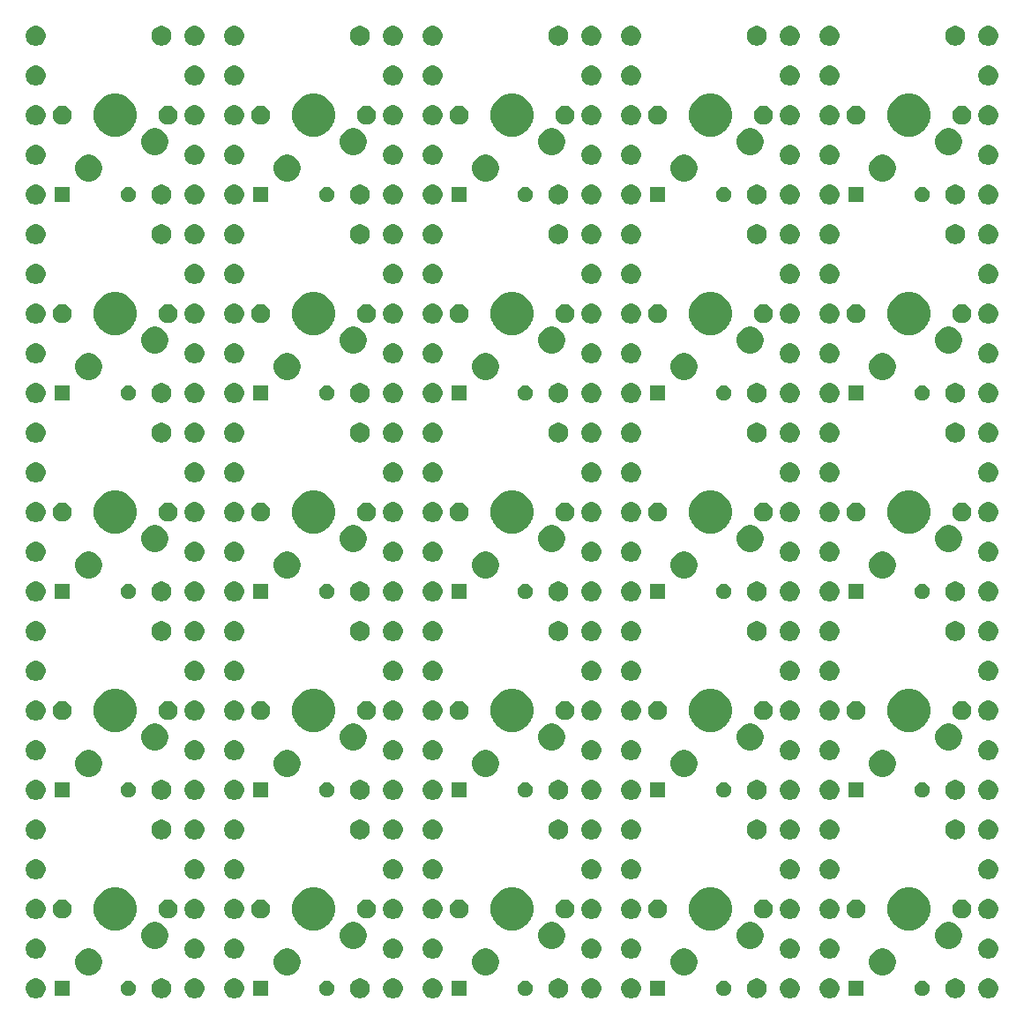
<source format=gts>
G04 #@! TF.GenerationSoftware,KiCad,Pcbnew,5.1.5+dfsg1-2build2*
G04 #@! TF.CreationDate,2021-01-11T18:30:26+09:00*
G04 #@! TF.ProjectId,suxen,73757865-6e2e-46b6-9963-61645f706362,rev?*
G04 #@! TF.SameCoordinates,Original*
G04 #@! TF.FileFunction,Soldermask,Top*
G04 #@! TF.FilePolarity,Negative*
%FSLAX46Y46*%
G04 Gerber Fmt 4.6, Leading zero omitted, Abs format (unit mm)*
G04 Created by KiCad (PCBNEW 5.1.5+dfsg1-2build2) date 2021-01-11 18:30:26*
%MOMM*%
%LPD*%
G04 APERTURE LIST*
%ADD10C,0.265000*%
G04 APERTURE END LIST*
D10*
G36*
X158519395Y-118592546D02*
G01*
X158692466Y-118664234D01*
X158692467Y-118664235D01*
X158848227Y-118768310D01*
X158980690Y-118900773D01*
X159033081Y-118979182D01*
X159084766Y-119056534D01*
X159156454Y-119229605D01*
X159193000Y-119413333D01*
X159193000Y-119600667D01*
X159156454Y-119784395D01*
X159084766Y-119957466D01*
X159065877Y-119985735D01*
X158980690Y-120113227D01*
X158848227Y-120245690D01*
X158769818Y-120298081D01*
X158692466Y-120349766D01*
X158519395Y-120421454D01*
X158335667Y-120458000D01*
X158148333Y-120458000D01*
X157964605Y-120421454D01*
X157791534Y-120349766D01*
X157714182Y-120298081D01*
X157635773Y-120245690D01*
X157503310Y-120113227D01*
X157418123Y-119985735D01*
X157399234Y-119957466D01*
X157327546Y-119784395D01*
X157291000Y-119600667D01*
X157291000Y-119413333D01*
X157327546Y-119229605D01*
X157399234Y-119056534D01*
X157450919Y-118979182D01*
X157503310Y-118900773D01*
X157635773Y-118768310D01*
X157791533Y-118664235D01*
X157791534Y-118664234D01*
X157964605Y-118592546D01*
X158148333Y-118556000D01*
X158335667Y-118556000D01*
X158519395Y-118592546D01*
G37*
G36*
X124229395Y-118592546D02*
G01*
X124402466Y-118664234D01*
X124402467Y-118664235D01*
X124558227Y-118768310D01*
X124690690Y-118900773D01*
X124743081Y-118979182D01*
X124794766Y-119056534D01*
X124866454Y-119229605D01*
X124903000Y-119413333D01*
X124903000Y-119600667D01*
X124866454Y-119784395D01*
X124794766Y-119957466D01*
X124775877Y-119985735D01*
X124690690Y-120113227D01*
X124558227Y-120245690D01*
X124479818Y-120298081D01*
X124402466Y-120349766D01*
X124229395Y-120421454D01*
X124045667Y-120458000D01*
X123858333Y-120458000D01*
X123674605Y-120421454D01*
X123501534Y-120349766D01*
X123424182Y-120298081D01*
X123345773Y-120245690D01*
X123213310Y-120113227D01*
X123128123Y-119985735D01*
X123109234Y-119957466D01*
X123037546Y-119784395D01*
X123001000Y-119600667D01*
X123001000Y-119413333D01*
X123037546Y-119229605D01*
X123109234Y-119056534D01*
X123160919Y-118979182D01*
X123213310Y-118900773D01*
X123345773Y-118768310D01*
X123501533Y-118664235D01*
X123501534Y-118664234D01*
X123674605Y-118592546D01*
X123858333Y-118556000D01*
X124045667Y-118556000D01*
X124229395Y-118592546D01*
G37*
G36*
X101369395Y-118592546D02*
G01*
X101542466Y-118664234D01*
X101542467Y-118664235D01*
X101698227Y-118768310D01*
X101830690Y-118900773D01*
X101883081Y-118979182D01*
X101934766Y-119056534D01*
X102006454Y-119229605D01*
X102043000Y-119413333D01*
X102043000Y-119600667D01*
X102006454Y-119784395D01*
X101934766Y-119957466D01*
X101915877Y-119985735D01*
X101830690Y-120113227D01*
X101698227Y-120245690D01*
X101619818Y-120298081D01*
X101542466Y-120349766D01*
X101369395Y-120421454D01*
X101185667Y-120458000D01*
X100998333Y-120458000D01*
X100814605Y-120421454D01*
X100641534Y-120349766D01*
X100564182Y-120298081D01*
X100485773Y-120245690D01*
X100353310Y-120113227D01*
X100268123Y-119985735D01*
X100249234Y-119957466D01*
X100177546Y-119784395D01*
X100141000Y-119600667D01*
X100141000Y-119413333D01*
X100177546Y-119229605D01*
X100249234Y-119056534D01*
X100300919Y-118979182D01*
X100353310Y-118900773D01*
X100485773Y-118768310D01*
X100641533Y-118664235D01*
X100641534Y-118664234D01*
X100814605Y-118592546D01*
X100998333Y-118556000D01*
X101185667Y-118556000D01*
X101369395Y-118592546D01*
G37*
G36*
X98194395Y-118592546D02*
G01*
X98367466Y-118664234D01*
X98367467Y-118664235D01*
X98523227Y-118768310D01*
X98655690Y-118900773D01*
X98708081Y-118979182D01*
X98759766Y-119056534D01*
X98831454Y-119229605D01*
X98868000Y-119413333D01*
X98868000Y-119600667D01*
X98831454Y-119784395D01*
X98759766Y-119957466D01*
X98740877Y-119985735D01*
X98655690Y-120113227D01*
X98523227Y-120245690D01*
X98444818Y-120298081D01*
X98367466Y-120349766D01*
X98194395Y-120421454D01*
X98010667Y-120458000D01*
X97823333Y-120458000D01*
X97639605Y-120421454D01*
X97466534Y-120349766D01*
X97389182Y-120298081D01*
X97310773Y-120245690D01*
X97178310Y-120113227D01*
X97093123Y-119985735D01*
X97074234Y-119957466D01*
X97002546Y-119784395D01*
X96966000Y-119600667D01*
X96966000Y-119413333D01*
X97002546Y-119229605D01*
X97074234Y-119056534D01*
X97125919Y-118979182D01*
X97178310Y-118900773D01*
X97310773Y-118768310D01*
X97466533Y-118664235D01*
X97466534Y-118664234D01*
X97639605Y-118592546D01*
X97823333Y-118556000D01*
X98010667Y-118556000D01*
X98194395Y-118592546D01*
G37*
G36*
X117244395Y-118592546D02*
G01*
X117417466Y-118664234D01*
X117417467Y-118664235D01*
X117573227Y-118768310D01*
X117705690Y-118900773D01*
X117758081Y-118979182D01*
X117809766Y-119056534D01*
X117881454Y-119229605D01*
X117918000Y-119413333D01*
X117918000Y-119600667D01*
X117881454Y-119784395D01*
X117809766Y-119957466D01*
X117790877Y-119985735D01*
X117705690Y-120113227D01*
X117573227Y-120245690D01*
X117494818Y-120298081D01*
X117417466Y-120349766D01*
X117244395Y-120421454D01*
X117060667Y-120458000D01*
X116873333Y-120458000D01*
X116689605Y-120421454D01*
X116516534Y-120349766D01*
X116439182Y-120298081D01*
X116360773Y-120245690D01*
X116228310Y-120113227D01*
X116143123Y-119985735D01*
X116124234Y-119957466D01*
X116052546Y-119784395D01*
X116016000Y-119600667D01*
X116016000Y-119413333D01*
X116052546Y-119229605D01*
X116124234Y-119056534D01*
X116175919Y-118979182D01*
X116228310Y-118900773D01*
X116360773Y-118768310D01*
X116516533Y-118664235D01*
X116516534Y-118664234D01*
X116689605Y-118592546D01*
X116873333Y-118556000D01*
X117060667Y-118556000D01*
X117244395Y-118592546D01*
G37*
G36*
X120419395Y-118592546D02*
G01*
X120592466Y-118664234D01*
X120592467Y-118664235D01*
X120748227Y-118768310D01*
X120880690Y-118900773D01*
X120933081Y-118979182D01*
X120984766Y-119056534D01*
X121056454Y-119229605D01*
X121093000Y-119413333D01*
X121093000Y-119600667D01*
X121056454Y-119784395D01*
X120984766Y-119957466D01*
X120965877Y-119985735D01*
X120880690Y-120113227D01*
X120748227Y-120245690D01*
X120669818Y-120298081D01*
X120592466Y-120349766D01*
X120419395Y-120421454D01*
X120235667Y-120458000D01*
X120048333Y-120458000D01*
X119864605Y-120421454D01*
X119691534Y-120349766D01*
X119614182Y-120298081D01*
X119535773Y-120245690D01*
X119403310Y-120113227D01*
X119318123Y-119985735D01*
X119299234Y-119957466D01*
X119227546Y-119784395D01*
X119191000Y-119600667D01*
X119191000Y-119413333D01*
X119227546Y-119229605D01*
X119299234Y-119056534D01*
X119350919Y-118979182D01*
X119403310Y-118900773D01*
X119535773Y-118768310D01*
X119691533Y-118664235D01*
X119691534Y-118664234D01*
X119864605Y-118592546D01*
X120048333Y-118556000D01*
X120235667Y-118556000D01*
X120419395Y-118592546D01*
G37*
G36*
X105179395Y-118592546D02*
G01*
X105352466Y-118664234D01*
X105352467Y-118664235D01*
X105508227Y-118768310D01*
X105640690Y-118900773D01*
X105693081Y-118979182D01*
X105744766Y-119056534D01*
X105816454Y-119229605D01*
X105853000Y-119413333D01*
X105853000Y-119600667D01*
X105816454Y-119784395D01*
X105744766Y-119957466D01*
X105725877Y-119985735D01*
X105640690Y-120113227D01*
X105508227Y-120245690D01*
X105429818Y-120298081D01*
X105352466Y-120349766D01*
X105179395Y-120421454D01*
X104995667Y-120458000D01*
X104808333Y-120458000D01*
X104624605Y-120421454D01*
X104451534Y-120349766D01*
X104374182Y-120298081D01*
X104295773Y-120245690D01*
X104163310Y-120113227D01*
X104078123Y-119985735D01*
X104059234Y-119957466D01*
X103987546Y-119784395D01*
X103951000Y-119600667D01*
X103951000Y-119413333D01*
X103987546Y-119229605D01*
X104059234Y-119056534D01*
X104110919Y-118979182D01*
X104163310Y-118900773D01*
X104295773Y-118768310D01*
X104451533Y-118664235D01*
X104451534Y-118664234D01*
X104624605Y-118592546D01*
X104808333Y-118556000D01*
X104995667Y-118556000D01*
X105179395Y-118592546D01*
G37*
G36*
X136294395Y-118592546D02*
G01*
X136467466Y-118664234D01*
X136467467Y-118664235D01*
X136623227Y-118768310D01*
X136755690Y-118900773D01*
X136808081Y-118979182D01*
X136859766Y-119056534D01*
X136931454Y-119229605D01*
X136968000Y-119413333D01*
X136968000Y-119600667D01*
X136931454Y-119784395D01*
X136859766Y-119957466D01*
X136840877Y-119985735D01*
X136755690Y-120113227D01*
X136623227Y-120245690D01*
X136544818Y-120298081D01*
X136467466Y-120349766D01*
X136294395Y-120421454D01*
X136110667Y-120458000D01*
X135923333Y-120458000D01*
X135739605Y-120421454D01*
X135566534Y-120349766D01*
X135489182Y-120298081D01*
X135410773Y-120245690D01*
X135278310Y-120113227D01*
X135193123Y-119985735D01*
X135174234Y-119957466D01*
X135102546Y-119784395D01*
X135066000Y-119600667D01*
X135066000Y-119413333D01*
X135102546Y-119229605D01*
X135174234Y-119056534D01*
X135225919Y-118979182D01*
X135278310Y-118900773D01*
X135410773Y-118768310D01*
X135566533Y-118664235D01*
X135566534Y-118664234D01*
X135739605Y-118592546D01*
X135923333Y-118556000D01*
X136110667Y-118556000D01*
X136294395Y-118592546D01*
G37*
G36*
X155344395Y-118592546D02*
G01*
X155517466Y-118664234D01*
X155517467Y-118664235D01*
X155673227Y-118768310D01*
X155805690Y-118900773D01*
X155858081Y-118979182D01*
X155909766Y-119056534D01*
X155981454Y-119229605D01*
X156018000Y-119413333D01*
X156018000Y-119600667D01*
X155981454Y-119784395D01*
X155909766Y-119957466D01*
X155890877Y-119985735D01*
X155805690Y-120113227D01*
X155673227Y-120245690D01*
X155594818Y-120298081D01*
X155517466Y-120349766D01*
X155344395Y-120421454D01*
X155160667Y-120458000D01*
X154973333Y-120458000D01*
X154789605Y-120421454D01*
X154616534Y-120349766D01*
X154539182Y-120298081D01*
X154460773Y-120245690D01*
X154328310Y-120113227D01*
X154243123Y-119985735D01*
X154224234Y-119957466D01*
X154152546Y-119784395D01*
X154116000Y-119600667D01*
X154116000Y-119413333D01*
X154152546Y-119229605D01*
X154224234Y-119056534D01*
X154275919Y-118979182D01*
X154328310Y-118900773D01*
X154460773Y-118768310D01*
X154616533Y-118664235D01*
X154616534Y-118664234D01*
X154789605Y-118592546D01*
X154973333Y-118556000D01*
X155160667Y-118556000D01*
X155344395Y-118592546D01*
G37*
G36*
X139469395Y-118592546D02*
G01*
X139642466Y-118664234D01*
X139642467Y-118664235D01*
X139798227Y-118768310D01*
X139930690Y-118900773D01*
X139983081Y-118979182D01*
X140034766Y-119056534D01*
X140106454Y-119229605D01*
X140143000Y-119413333D01*
X140143000Y-119600667D01*
X140106454Y-119784395D01*
X140034766Y-119957466D01*
X140015877Y-119985735D01*
X139930690Y-120113227D01*
X139798227Y-120245690D01*
X139719818Y-120298081D01*
X139642466Y-120349766D01*
X139469395Y-120421454D01*
X139285667Y-120458000D01*
X139098333Y-120458000D01*
X138914605Y-120421454D01*
X138741534Y-120349766D01*
X138664182Y-120298081D01*
X138585773Y-120245690D01*
X138453310Y-120113227D01*
X138368123Y-119985735D01*
X138349234Y-119957466D01*
X138277546Y-119784395D01*
X138241000Y-119600667D01*
X138241000Y-119413333D01*
X138277546Y-119229605D01*
X138349234Y-119056534D01*
X138400919Y-118979182D01*
X138453310Y-118900773D01*
X138585773Y-118768310D01*
X138741533Y-118664235D01*
X138741534Y-118664234D01*
X138914605Y-118592546D01*
X139098333Y-118556000D01*
X139285667Y-118556000D01*
X139469395Y-118592546D01*
G37*
G36*
X67079395Y-118592546D02*
G01*
X67252466Y-118664234D01*
X67252467Y-118664235D01*
X67408227Y-118768310D01*
X67540690Y-118900773D01*
X67593081Y-118979182D01*
X67644766Y-119056534D01*
X67716454Y-119229605D01*
X67753000Y-119413333D01*
X67753000Y-119600667D01*
X67716454Y-119784395D01*
X67644766Y-119957466D01*
X67625877Y-119985735D01*
X67540690Y-120113227D01*
X67408227Y-120245690D01*
X67329818Y-120298081D01*
X67252466Y-120349766D01*
X67079395Y-120421454D01*
X66895667Y-120458000D01*
X66708333Y-120458000D01*
X66524605Y-120421454D01*
X66351534Y-120349766D01*
X66274182Y-120298081D01*
X66195773Y-120245690D01*
X66063310Y-120113227D01*
X65978123Y-119985735D01*
X65959234Y-119957466D01*
X65887546Y-119784395D01*
X65851000Y-119600667D01*
X65851000Y-119413333D01*
X65887546Y-119229605D01*
X65959234Y-119056534D01*
X66010919Y-118979182D01*
X66063310Y-118900773D01*
X66195773Y-118768310D01*
X66351533Y-118664235D01*
X66351534Y-118664234D01*
X66524605Y-118592546D01*
X66708333Y-118556000D01*
X66895667Y-118556000D01*
X67079395Y-118592546D01*
G37*
G36*
X79144395Y-118592546D02*
G01*
X79317466Y-118664234D01*
X79317467Y-118664235D01*
X79473227Y-118768310D01*
X79605690Y-118900773D01*
X79658081Y-118979182D01*
X79709766Y-119056534D01*
X79781454Y-119229605D01*
X79818000Y-119413333D01*
X79818000Y-119600667D01*
X79781454Y-119784395D01*
X79709766Y-119957466D01*
X79690877Y-119985735D01*
X79605690Y-120113227D01*
X79473227Y-120245690D01*
X79394818Y-120298081D01*
X79317466Y-120349766D01*
X79144395Y-120421454D01*
X78960667Y-120458000D01*
X78773333Y-120458000D01*
X78589605Y-120421454D01*
X78416534Y-120349766D01*
X78339182Y-120298081D01*
X78260773Y-120245690D01*
X78128310Y-120113227D01*
X78043123Y-119985735D01*
X78024234Y-119957466D01*
X77952546Y-119784395D01*
X77916000Y-119600667D01*
X77916000Y-119413333D01*
X77952546Y-119229605D01*
X78024234Y-119056534D01*
X78075919Y-118979182D01*
X78128310Y-118900773D01*
X78260773Y-118768310D01*
X78416533Y-118664235D01*
X78416534Y-118664234D01*
X78589605Y-118592546D01*
X78773333Y-118556000D01*
X78960667Y-118556000D01*
X79144395Y-118592546D01*
G37*
G36*
X86129395Y-118592546D02*
G01*
X86302466Y-118664234D01*
X86302467Y-118664235D01*
X86458227Y-118768310D01*
X86590690Y-118900773D01*
X86643081Y-118979182D01*
X86694766Y-119056534D01*
X86766454Y-119229605D01*
X86803000Y-119413333D01*
X86803000Y-119600667D01*
X86766454Y-119784395D01*
X86694766Y-119957466D01*
X86675877Y-119985735D01*
X86590690Y-120113227D01*
X86458227Y-120245690D01*
X86379818Y-120298081D01*
X86302466Y-120349766D01*
X86129395Y-120421454D01*
X85945667Y-120458000D01*
X85758333Y-120458000D01*
X85574605Y-120421454D01*
X85401534Y-120349766D01*
X85324182Y-120298081D01*
X85245773Y-120245690D01*
X85113310Y-120113227D01*
X85028123Y-119985735D01*
X85009234Y-119957466D01*
X84937546Y-119784395D01*
X84901000Y-119600667D01*
X84901000Y-119413333D01*
X84937546Y-119229605D01*
X85009234Y-119056534D01*
X85060919Y-118979182D01*
X85113310Y-118900773D01*
X85245773Y-118768310D01*
X85401533Y-118664235D01*
X85401534Y-118664234D01*
X85574605Y-118592546D01*
X85758333Y-118556000D01*
X85945667Y-118556000D01*
X86129395Y-118592546D01*
G37*
G36*
X143279395Y-118592546D02*
G01*
X143452466Y-118664234D01*
X143452467Y-118664235D01*
X143608227Y-118768310D01*
X143740690Y-118900773D01*
X143793081Y-118979182D01*
X143844766Y-119056534D01*
X143916454Y-119229605D01*
X143953000Y-119413333D01*
X143953000Y-119600667D01*
X143916454Y-119784395D01*
X143844766Y-119957466D01*
X143825877Y-119985735D01*
X143740690Y-120113227D01*
X143608227Y-120245690D01*
X143529818Y-120298081D01*
X143452466Y-120349766D01*
X143279395Y-120421454D01*
X143095667Y-120458000D01*
X142908333Y-120458000D01*
X142724605Y-120421454D01*
X142551534Y-120349766D01*
X142474182Y-120298081D01*
X142395773Y-120245690D01*
X142263310Y-120113227D01*
X142178123Y-119985735D01*
X142159234Y-119957466D01*
X142087546Y-119784395D01*
X142051000Y-119600667D01*
X142051000Y-119413333D01*
X142087546Y-119229605D01*
X142159234Y-119056534D01*
X142210919Y-118979182D01*
X142263310Y-118900773D01*
X142395773Y-118768310D01*
X142551533Y-118664235D01*
X142551534Y-118664234D01*
X142724605Y-118592546D01*
X142908333Y-118556000D01*
X143095667Y-118556000D01*
X143279395Y-118592546D01*
G37*
G36*
X82319395Y-118592546D02*
G01*
X82492466Y-118664234D01*
X82492467Y-118664235D01*
X82648227Y-118768310D01*
X82780690Y-118900773D01*
X82833081Y-118979182D01*
X82884766Y-119056534D01*
X82956454Y-119229605D01*
X82993000Y-119413333D01*
X82993000Y-119600667D01*
X82956454Y-119784395D01*
X82884766Y-119957466D01*
X82865877Y-119985735D01*
X82780690Y-120113227D01*
X82648227Y-120245690D01*
X82569818Y-120298081D01*
X82492466Y-120349766D01*
X82319395Y-120421454D01*
X82135667Y-120458000D01*
X81948333Y-120458000D01*
X81764605Y-120421454D01*
X81591534Y-120349766D01*
X81514182Y-120298081D01*
X81435773Y-120245690D01*
X81303310Y-120113227D01*
X81218123Y-119985735D01*
X81199234Y-119957466D01*
X81127546Y-119784395D01*
X81091000Y-119600667D01*
X81091000Y-119413333D01*
X81127546Y-119229605D01*
X81199234Y-119056534D01*
X81250919Y-118979182D01*
X81303310Y-118900773D01*
X81435773Y-118768310D01*
X81591533Y-118664235D01*
X81591534Y-118664234D01*
X81764605Y-118592546D01*
X81948333Y-118556000D01*
X82135667Y-118556000D01*
X82319395Y-118592546D01*
G37*
G36*
X108193000Y-120258000D02*
G01*
X106691000Y-120258000D01*
X106691000Y-118756000D01*
X108193000Y-118756000D01*
X108193000Y-120258000D01*
G37*
G36*
X146293000Y-120258000D02*
G01*
X144791000Y-120258000D01*
X144791000Y-118756000D01*
X146293000Y-118756000D01*
X146293000Y-120258000D01*
G37*
G36*
X113927850Y-118768309D02*
G01*
X114011059Y-118784860D01*
X114147732Y-118841472D01*
X114270735Y-118923660D01*
X114375340Y-119028265D01*
X114457528Y-119151268D01*
X114514140Y-119287941D01*
X114543000Y-119433033D01*
X114543000Y-119580967D01*
X114514140Y-119726059D01*
X114457528Y-119862732D01*
X114375340Y-119985735D01*
X114270735Y-120090340D01*
X114147732Y-120172528D01*
X114147731Y-120172529D01*
X114147730Y-120172529D01*
X114011059Y-120229140D01*
X113865968Y-120258000D01*
X113718032Y-120258000D01*
X113572941Y-120229140D01*
X113436270Y-120172529D01*
X113436269Y-120172529D01*
X113436268Y-120172528D01*
X113313265Y-120090340D01*
X113208660Y-119985735D01*
X113126472Y-119862732D01*
X113069860Y-119726059D01*
X113041000Y-119580967D01*
X113041000Y-119433033D01*
X113069860Y-119287941D01*
X113126472Y-119151268D01*
X113208660Y-119028265D01*
X113313265Y-118923660D01*
X113436268Y-118841472D01*
X113572941Y-118784860D01*
X113656150Y-118768309D01*
X113718032Y-118756000D01*
X113865968Y-118756000D01*
X113927850Y-118768309D01*
G37*
G36*
X132977850Y-118768309D02*
G01*
X133061059Y-118784860D01*
X133197732Y-118841472D01*
X133320735Y-118923660D01*
X133425340Y-119028265D01*
X133507528Y-119151268D01*
X133564140Y-119287941D01*
X133593000Y-119433033D01*
X133593000Y-119580967D01*
X133564140Y-119726059D01*
X133507528Y-119862732D01*
X133425340Y-119985735D01*
X133320735Y-120090340D01*
X133197732Y-120172528D01*
X133197731Y-120172529D01*
X133197730Y-120172529D01*
X133061059Y-120229140D01*
X132915968Y-120258000D01*
X132768032Y-120258000D01*
X132622941Y-120229140D01*
X132486270Y-120172529D01*
X132486269Y-120172529D01*
X132486268Y-120172528D01*
X132363265Y-120090340D01*
X132258660Y-119985735D01*
X132176472Y-119862732D01*
X132119860Y-119726059D01*
X132091000Y-119580967D01*
X132091000Y-119433033D01*
X132119860Y-119287941D01*
X132176472Y-119151268D01*
X132258660Y-119028265D01*
X132363265Y-118923660D01*
X132486268Y-118841472D01*
X132622941Y-118784860D01*
X132706150Y-118768309D01*
X132768032Y-118756000D01*
X132915968Y-118756000D01*
X132977850Y-118768309D01*
G37*
G36*
X127243000Y-120258000D02*
G01*
X125741000Y-120258000D01*
X125741000Y-118756000D01*
X127243000Y-118756000D01*
X127243000Y-120258000D01*
G37*
G36*
X94877850Y-118768309D02*
G01*
X94961059Y-118784860D01*
X95097732Y-118841472D01*
X95220735Y-118923660D01*
X95325340Y-119028265D01*
X95407528Y-119151268D01*
X95464140Y-119287941D01*
X95493000Y-119433033D01*
X95493000Y-119580967D01*
X95464140Y-119726059D01*
X95407528Y-119862732D01*
X95325340Y-119985735D01*
X95220735Y-120090340D01*
X95097732Y-120172528D01*
X95097731Y-120172529D01*
X95097730Y-120172529D01*
X94961059Y-120229140D01*
X94815968Y-120258000D01*
X94668032Y-120258000D01*
X94522941Y-120229140D01*
X94386270Y-120172529D01*
X94386269Y-120172529D01*
X94386268Y-120172528D01*
X94263265Y-120090340D01*
X94158660Y-119985735D01*
X94076472Y-119862732D01*
X94019860Y-119726059D01*
X93991000Y-119580967D01*
X93991000Y-119433033D01*
X94019860Y-119287941D01*
X94076472Y-119151268D01*
X94158660Y-119028265D01*
X94263265Y-118923660D01*
X94386268Y-118841472D01*
X94522941Y-118784860D01*
X94606150Y-118768309D01*
X94668032Y-118756000D01*
X94815968Y-118756000D01*
X94877850Y-118768309D01*
G37*
G36*
X89143000Y-120258000D02*
G01*
X87641000Y-120258000D01*
X87641000Y-118756000D01*
X89143000Y-118756000D01*
X89143000Y-120258000D01*
G37*
G36*
X75827850Y-118768309D02*
G01*
X75911059Y-118784860D01*
X76047732Y-118841472D01*
X76170735Y-118923660D01*
X76275340Y-119028265D01*
X76357528Y-119151268D01*
X76414140Y-119287941D01*
X76443000Y-119433033D01*
X76443000Y-119580967D01*
X76414140Y-119726059D01*
X76357528Y-119862732D01*
X76275340Y-119985735D01*
X76170735Y-120090340D01*
X76047732Y-120172528D01*
X76047731Y-120172529D01*
X76047730Y-120172529D01*
X75911059Y-120229140D01*
X75765968Y-120258000D01*
X75618032Y-120258000D01*
X75472941Y-120229140D01*
X75336270Y-120172529D01*
X75336269Y-120172529D01*
X75336268Y-120172528D01*
X75213265Y-120090340D01*
X75108660Y-119985735D01*
X75026472Y-119862732D01*
X74969860Y-119726059D01*
X74941000Y-119580967D01*
X74941000Y-119433033D01*
X74969860Y-119287941D01*
X75026472Y-119151268D01*
X75108660Y-119028265D01*
X75213265Y-118923660D01*
X75336268Y-118841472D01*
X75472941Y-118784860D01*
X75556150Y-118768309D01*
X75618032Y-118756000D01*
X75765968Y-118756000D01*
X75827850Y-118768309D01*
G37*
G36*
X70093000Y-120258000D02*
G01*
X68591000Y-120258000D01*
X68591000Y-118756000D01*
X70093000Y-118756000D01*
X70093000Y-120258000D01*
G37*
G36*
X152027850Y-118768309D02*
G01*
X152111059Y-118784860D01*
X152247732Y-118841472D01*
X152370735Y-118923660D01*
X152475340Y-119028265D01*
X152557528Y-119151268D01*
X152614140Y-119287941D01*
X152643000Y-119433033D01*
X152643000Y-119580967D01*
X152614140Y-119726059D01*
X152557528Y-119862732D01*
X152475340Y-119985735D01*
X152370735Y-120090340D01*
X152247732Y-120172528D01*
X152247731Y-120172529D01*
X152247730Y-120172529D01*
X152111059Y-120229140D01*
X151965968Y-120258000D01*
X151818032Y-120258000D01*
X151672941Y-120229140D01*
X151536270Y-120172529D01*
X151536269Y-120172529D01*
X151536268Y-120172528D01*
X151413265Y-120090340D01*
X151308660Y-119985735D01*
X151226472Y-119862732D01*
X151169860Y-119726059D01*
X151141000Y-119580967D01*
X151141000Y-119433033D01*
X151169860Y-119287941D01*
X151226472Y-119151268D01*
X151308660Y-119028265D01*
X151413265Y-118923660D01*
X151536268Y-118841472D01*
X151672941Y-118784860D01*
X151756150Y-118768309D01*
X151818032Y-118756000D01*
X151965968Y-118756000D01*
X152027850Y-118768309D01*
G37*
G36*
X110361487Y-115715996D02*
G01*
X110541753Y-115790665D01*
X110598255Y-115814069D01*
X110811339Y-115956447D01*
X110992553Y-116137661D01*
X111103181Y-116303227D01*
X111134932Y-116350747D01*
X111233004Y-116587513D01*
X111283000Y-116838861D01*
X111283000Y-117095139D01*
X111233004Y-117346487D01*
X111134932Y-117583253D01*
X111134931Y-117583255D01*
X110992553Y-117796339D01*
X110811339Y-117977553D01*
X110598255Y-118119931D01*
X110598254Y-118119932D01*
X110598253Y-118119932D01*
X110361487Y-118218004D01*
X110110139Y-118268000D01*
X109853861Y-118268000D01*
X109602513Y-118218004D01*
X109365747Y-118119932D01*
X109365746Y-118119932D01*
X109365745Y-118119931D01*
X109152661Y-117977553D01*
X108971447Y-117796339D01*
X108829069Y-117583255D01*
X108829068Y-117583253D01*
X108730996Y-117346487D01*
X108681000Y-117095139D01*
X108681000Y-116838861D01*
X108730996Y-116587513D01*
X108829068Y-116350747D01*
X108860820Y-116303227D01*
X108971447Y-116137661D01*
X109152661Y-115956447D01*
X109365745Y-115814069D01*
X109422247Y-115790665D01*
X109602513Y-115715996D01*
X109853861Y-115666000D01*
X110110139Y-115666000D01*
X110361487Y-115715996D01*
G37*
G36*
X148461487Y-115715996D02*
G01*
X148641753Y-115790665D01*
X148698255Y-115814069D01*
X148911339Y-115956447D01*
X149092553Y-116137661D01*
X149203181Y-116303227D01*
X149234932Y-116350747D01*
X149333004Y-116587513D01*
X149383000Y-116838861D01*
X149383000Y-117095139D01*
X149333004Y-117346487D01*
X149234932Y-117583253D01*
X149234931Y-117583255D01*
X149092553Y-117796339D01*
X148911339Y-117977553D01*
X148698255Y-118119931D01*
X148698254Y-118119932D01*
X148698253Y-118119932D01*
X148461487Y-118218004D01*
X148210139Y-118268000D01*
X147953861Y-118268000D01*
X147702513Y-118218004D01*
X147465747Y-118119932D01*
X147465746Y-118119932D01*
X147465745Y-118119931D01*
X147252661Y-117977553D01*
X147071447Y-117796339D01*
X146929069Y-117583255D01*
X146929068Y-117583253D01*
X146830996Y-117346487D01*
X146781000Y-117095139D01*
X146781000Y-116838861D01*
X146830996Y-116587513D01*
X146929068Y-116350747D01*
X146960820Y-116303227D01*
X147071447Y-116137661D01*
X147252661Y-115956447D01*
X147465745Y-115814069D01*
X147522247Y-115790665D01*
X147702513Y-115715996D01*
X147953861Y-115666000D01*
X148210139Y-115666000D01*
X148461487Y-115715996D01*
G37*
G36*
X129411487Y-115715996D02*
G01*
X129591753Y-115790665D01*
X129648255Y-115814069D01*
X129861339Y-115956447D01*
X130042553Y-116137661D01*
X130153181Y-116303227D01*
X130184932Y-116350747D01*
X130283004Y-116587513D01*
X130333000Y-116838861D01*
X130333000Y-117095139D01*
X130283004Y-117346487D01*
X130184932Y-117583253D01*
X130184931Y-117583255D01*
X130042553Y-117796339D01*
X129861339Y-117977553D01*
X129648255Y-118119931D01*
X129648254Y-118119932D01*
X129648253Y-118119932D01*
X129411487Y-118218004D01*
X129160139Y-118268000D01*
X128903861Y-118268000D01*
X128652513Y-118218004D01*
X128415747Y-118119932D01*
X128415746Y-118119932D01*
X128415745Y-118119931D01*
X128202661Y-117977553D01*
X128021447Y-117796339D01*
X127879069Y-117583255D01*
X127879068Y-117583253D01*
X127780996Y-117346487D01*
X127731000Y-117095139D01*
X127731000Y-116838861D01*
X127780996Y-116587513D01*
X127879068Y-116350747D01*
X127910820Y-116303227D01*
X128021447Y-116137661D01*
X128202661Y-115956447D01*
X128415745Y-115814069D01*
X128472247Y-115790665D01*
X128652513Y-115715996D01*
X128903861Y-115666000D01*
X129160139Y-115666000D01*
X129411487Y-115715996D01*
G37*
G36*
X91311487Y-115715996D02*
G01*
X91491753Y-115790665D01*
X91548255Y-115814069D01*
X91761339Y-115956447D01*
X91942553Y-116137661D01*
X92053181Y-116303227D01*
X92084932Y-116350747D01*
X92183004Y-116587513D01*
X92233000Y-116838861D01*
X92233000Y-117095139D01*
X92183004Y-117346487D01*
X92084932Y-117583253D01*
X92084931Y-117583255D01*
X91942553Y-117796339D01*
X91761339Y-117977553D01*
X91548255Y-118119931D01*
X91548254Y-118119932D01*
X91548253Y-118119932D01*
X91311487Y-118218004D01*
X91060139Y-118268000D01*
X90803861Y-118268000D01*
X90552513Y-118218004D01*
X90315747Y-118119932D01*
X90315746Y-118119932D01*
X90315745Y-118119931D01*
X90102661Y-117977553D01*
X89921447Y-117796339D01*
X89779069Y-117583255D01*
X89779068Y-117583253D01*
X89680996Y-117346487D01*
X89631000Y-117095139D01*
X89631000Y-116838861D01*
X89680996Y-116587513D01*
X89779068Y-116350747D01*
X89810820Y-116303227D01*
X89921447Y-116137661D01*
X90102661Y-115956447D01*
X90315745Y-115814069D01*
X90372247Y-115790665D01*
X90552513Y-115715996D01*
X90803861Y-115666000D01*
X91060139Y-115666000D01*
X91311487Y-115715996D01*
G37*
G36*
X72261487Y-115715996D02*
G01*
X72441753Y-115790665D01*
X72498255Y-115814069D01*
X72711339Y-115956447D01*
X72892553Y-116137661D01*
X73003181Y-116303227D01*
X73034932Y-116350747D01*
X73133004Y-116587513D01*
X73183000Y-116838861D01*
X73183000Y-117095139D01*
X73133004Y-117346487D01*
X73034932Y-117583253D01*
X73034931Y-117583255D01*
X72892553Y-117796339D01*
X72711339Y-117977553D01*
X72498255Y-118119931D01*
X72498254Y-118119932D01*
X72498253Y-118119932D01*
X72261487Y-118218004D01*
X72010139Y-118268000D01*
X71753861Y-118268000D01*
X71502513Y-118218004D01*
X71265747Y-118119932D01*
X71265746Y-118119932D01*
X71265745Y-118119931D01*
X71052661Y-117977553D01*
X70871447Y-117796339D01*
X70729069Y-117583255D01*
X70729068Y-117583253D01*
X70630996Y-117346487D01*
X70581000Y-117095139D01*
X70581000Y-116838861D01*
X70630996Y-116587513D01*
X70729068Y-116350747D01*
X70760820Y-116303227D01*
X70871447Y-116137661D01*
X71052661Y-115956447D01*
X71265745Y-115814069D01*
X71322247Y-115790665D01*
X71502513Y-115715996D01*
X71753861Y-115666000D01*
X72010139Y-115666000D01*
X72261487Y-115715996D01*
G37*
G36*
X120419395Y-114782546D02*
G01*
X120592466Y-114854234D01*
X120592467Y-114854235D01*
X120748227Y-114958310D01*
X120880690Y-115090773D01*
X120880691Y-115090775D01*
X120984766Y-115246534D01*
X121056454Y-115419605D01*
X121093000Y-115603333D01*
X121093000Y-115790667D01*
X121056454Y-115974395D01*
X120984766Y-116147466D01*
X120984765Y-116147467D01*
X120880690Y-116303227D01*
X120748227Y-116435690D01*
X120669818Y-116488081D01*
X120592466Y-116539766D01*
X120419395Y-116611454D01*
X120235667Y-116648000D01*
X120048333Y-116648000D01*
X119864605Y-116611454D01*
X119691534Y-116539766D01*
X119614182Y-116488081D01*
X119535773Y-116435690D01*
X119403310Y-116303227D01*
X119299235Y-116147467D01*
X119299234Y-116147466D01*
X119227546Y-115974395D01*
X119191000Y-115790667D01*
X119191000Y-115603333D01*
X119227546Y-115419605D01*
X119299234Y-115246534D01*
X119403309Y-115090775D01*
X119403310Y-115090773D01*
X119535773Y-114958310D01*
X119691533Y-114854235D01*
X119691534Y-114854234D01*
X119864605Y-114782546D01*
X120048333Y-114746000D01*
X120235667Y-114746000D01*
X120419395Y-114782546D01*
G37*
G36*
X139469395Y-114782546D02*
G01*
X139642466Y-114854234D01*
X139642467Y-114854235D01*
X139798227Y-114958310D01*
X139930690Y-115090773D01*
X139930691Y-115090775D01*
X140034766Y-115246534D01*
X140106454Y-115419605D01*
X140143000Y-115603333D01*
X140143000Y-115790667D01*
X140106454Y-115974395D01*
X140034766Y-116147466D01*
X140034765Y-116147467D01*
X139930690Y-116303227D01*
X139798227Y-116435690D01*
X139719818Y-116488081D01*
X139642466Y-116539766D01*
X139469395Y-116611454D01*
X139285667Y-116648000D01*
X139098333Y-116648000D01*
X138914605Y-116611454D01*
X138741534Y-116539766D01*
X138664182Y-116488081D01*
X138585773Y-116435690D01*
X138453310Y-116303227D01*
X138349235Y-116147467D01*
X138349234Y-116147466D01*
X138277546Y-115974395D01*
X138241000Y-115790667D01*
X138241000Y-115603333D01*
X138277546Y-115419605D01*
X138349234Y-115246534D01*
X138453309Y-115090775D01*
X138453310Y-115090773D01*
X138585773Y-114958310D01*
X138741533Y-114854235D01*
X138741534Y-114854234D01*
X138914605Y-114782546D01*
X139098333Y-114746000D01*
X139285667Y-114746000D01*
X139469395Y-114782546D01*
G37*
G36*
X101369395Y-114782546D02*
G01*
X101542466Y-114854234D01*
X101542467Y-114854235D01*
X101698227Y-114958310D01*
X101830690Y-115090773D01*
X101830691Y-115090775D01*
X101934766Y-115246534D01*
X102006454Y-115419605D01*
X102043000Y-115603333D01*
X102043000Y-115790667D01*
X102006454Y-115974395D01*
X101934766Y-116147466D01*
X101934765Y-116147467D01*
X101830690Y-116303227D01*
X101698227Y-116435690D01*
X101619818Y-116488081D01*
X101542466Y-116539766D01*
X101369395Y-116611454D01*
X101185667Y-116648000D01*
X100998333Y-116648000D01*
X100814605Y-116611454D01*
X100641534Y-116539766D01*
X100564182Y-116488081D01*
X100485773Y-116435690D01*
X100353310Y-116303227D01*
X100249235Y-116147467D01*
X100249234Y-116147466D01*
X100177546Y-115974395D01*
X100141000Y-115790667D01*
X100141000Y-115603333D01*
X100177546Y-115419605D01*
X100249234Y-115246534D01*
X100353309Y-115090775D01*
X100353310Y-115090773D01*
X100485773Y-114958310D01*
X100641533Y-114854235D01*
X100641534Y-114854234D01*
X100814605Y-114782546D01*
X100998333Y-114746000D01*
X101185667Y-114746000D01*
X101369395Y-114782546D01*
G37*
G36*
X82319395Y-114782546D02*
G01*
X82492466Y-114854234D01*
X82492467Y-114854235D01*
X82648227Y-114958310D01*
X82780690Y-115090773D01*
X82780691Y-115090775D01*
X82884766Y-115246534D01*
X82956454Y-115419605D01*
X82993000Y-115603333D01*
X82993000Y-115790667D01*
X82956454Y-115974395D01*
X82884766Y-116147466D01*
X82884765Y-116147467D01*
X82780690Y-116303227D01*
X82648227Y-116435690D01*
X82569818Y-116488081D01*
X82492466Y-116539766D01*
X82319395Y-116611454D01*
X82135667Y-116648000D01*
X81948333Y-116648000D01*
X81764605Y-116611454D01*
X81591534Y-116539766D01*
X81514182Y-116488081D01*
X81435773Y-116435690D01*
X81303310Y-116303227D01*
X81199235Y-116147467D01*
X81199234Y-116147466D01*
X81127546Y-115974395D01*
X81091000Y-115790667D01*
X81091000Y-115603333D01*
X81127546Y-115419605D01*
X81199234Y-115246534D01*
X81303309Y-115090775D01*
X81303310Y-115090773D01*
X81435773Y-114958310D01*
X81591533Y-114854235D01*
X81591534Y-114854234D01*
X81764605Y-114782546D01*
X81948333Y-114746000D01*
X82135667Y-114746000D01*
X82319395Y-114782546D01*
G37*
G36*
X143279395Y-114782546D02*
G01*
X143452466Y-114854234D01*
X143452467Y-114854235D01*
X143608227Y-114958310D01*
X143740690Y-115090773D01*
X143740691Y-115090775D01*
X143844766Y-115246534D01*
X143916454Y-115419605D01*
X143953000Y-115603333D01*
X143953000Y-115790667D01*
X143916454Y-115974395D01*
X143844766Y-116147466D01*
X143844765Y-116147467D01*
X143740690Y-116303227D01*
X143608227Y-116435690D01*
X143529818Y-116488081D01*
X143452466Y-116539766D01*
X143279395Y-116611454D01*
X143095667Y-116648000D01*
X142908333Y-116648000D01*
X142724605Y-116611454D01*
X142551534Y-116539766D01*
X142474182Y-116488081D01*
X142395773Y-116435690D01*
X142263310Y-116303227D01*
X142159235Y-116147467D01*
X142159234Y-116147466D01*
X142087546Y-115974395D01*
X142051000Y-115790667D01*
X142051000Y-115603333D01*
X142087546Y-115419605D01*
X142159234Y-115246534D01*
X142263309Y-115090775D01*
X142263310Y-115090773D01*
X142395773Y-114958310D01*
X142551533Y-114854235D01*
X142551534Y-114854234D01*
X142724605Y-114782546D01*
X142908333Y-114746000D01*
X143095667Y-114746000D01*
X143279395Y-114782546D01*
G37*
G36*
X105179395Y-114782546D02*
G01*
X105352466Y-114854234D01*
X105352467Y-114854235D01*
X105508227Y-114958310D01*
X105640690Y-115090773D01*
X105640691Y-115090775D01*
X105744766Y-115246534D01*
X105816454Y-115419605D01*
X105853000Y-115603333D01*
X105853000Y-115790667D01*
X105816454Y-115974395D01*
X105744766Y-116147466D01*
X105744765Y-116147467D01*
X105640690Y-116303227D01*
X105508227Y-116435690D01*
X105429818Y-116488081D01*
X105352466Y-116539766D01*
X105179395Y-116611454D01*
X104995667Y-116648000D01*
X104808333Y-116648000D01*
X104624605Y-116611454D01*
X104451534Y-116539766D01*
X104374182Y-116488081D01*
X104295773Y-116435690D01*
X104163310Y-116303227D01*
X104059235Y-116147467D01*
X104059234Y-116147466D01*
X103987546Y-115974395D01*
X103951000Y-115790667D01*
X103951000Y-115603333D01*
X103987546Y-115419605D01*
X104059234Y-115246534D01*
X104163309Y-115090775D01*
X104163310Y-115090773D01*
X104295773Y-114958310D01*
X104451533Y-114854235D01*
X104451534Y-114854234D01*
X104624605Y-114782546D01*
X104808333Y-114746000D01*
X104995667Y-114746000D01*
X105179395Y-114782546D01*
G37*
G36*
X86129395Y-114782546D02*
G01*
X86302466Y-114854234D01*
X86302467Y-114854235D01*
X86458227Y-114958310D01*
X86590690Y-115090773D01*
X86590691Y-115090775D01*
X86694766Y-115246534D01*
X86766454Y-115419605D01*
X86803000Y-115603333D01*
X86803000Y-115790667D01*
X86766454Y-115974395D01*
X86694766Y-116147466D01*
X86694765Y-116147467D01*
X86590690Y-116303227D01*
X86458227Y-116435690D01*
X86379818Y-116488081D01*
X86302466Y-116539766D01*
X86129395Y-116611454D01*
X85945667Y-116648000D01*
X85758333Y-116648000D01*
X85574605Y-116611454D01*
X85401534Y-116539766D01*
X85324182Y-116488081D01*
X85245773Y-116435690D01*
X85113310Y-116303227D01*
X85009235Y-116147467D01*
X85009234Y-116147466D01*
X84937546Y-115974395D01*
X84901000Y-115790667D01*
X84901000Y-115603333D01*
X84937546Y-115419605D01*
X85009234Y-115246534D01*
X85113309Y-115090775D01*
X85113310Y-115090773D01*
X85245773Y-114958310D01*
X85401533Y-114854235D01*
X85401534Y-114854234D01*
X85574605Y-114782546D01*
X85758333Y-114746000D01*
X85945667Y-114746000D01*
X86129395Y-114782546D01*
G37*
G36*
X158519395Y-114782546D02*
G01*
X158692466Y-114854234D01*
X158692467Y-114854235D01*
X158848227Y-114958310D01*
X158980690Y-115090773D01*
X158980691Y-115090775D01*
X159084766Y-115246534D01*
X159156454Y-115419605D01*
X159193000Y-115603333D01*
X159193000Y-115790667D01*
X159156454Y-115974395D01*
X159084766Y-116147466D01*
X159084765Y-116147467D01*
X158980690Y-116303227D01*
X158848227Y-116435690D01*
X158769818Y-116488081D01*
X158692466Y-116539766D01*
X158519395Y-116611454D01*
X158335667Y-116648000D01*
X158148333Y-116648000D01*
X157964605Y-116611454D01*
X157791534Y-116539766D01*
X157714182Y-116488081D01*
X157635773Y-116435690D01*
X157503310Y-116303227D01*
X157399235Y-116147467D01*
X157399234Y-116147466D01*
X157327546Y-115974395D01*
X157291000Y-115790667D01*
X157291000Y-115603333D01*
X157327546Y-115419605D01*
X157399234Y-115246534D01*
X157503309Y-115090775D01*
X157503310Y-115090773D01*
X157635773Y-114958310D01*
X157791533Y-114854235D01*
X157791534Y-114854234D01*
X157964605Y-114782546D01*
X158148333Y-114746000D01*
X158335667Y-114746000D01*
X158519395Y-114782546D01*
G37*
G36*
X67079395Y-114782546D02*
G01*
X67252466Y-114854234D01*
X67252467Y-114854235D01*
X67408227Y-114958310D01*
X67540690Y-115090773D01*
X67540691Y-115090775D01*
X67644766Y-115246534D01*
X67716454Y-115419605D01*
X67753000Y-115603333D01*
X67753000Y-115790667D01*
X67716454Y-115974395D01*
X67644766Y-116147466D01*
X67644765Y-116147467D01*
X67540690Y-116303227D01*
X67408227Y-116435690D01*
X67329818Y-116488081D01*
X67252466Y-116539766D01*
X67079395Y-116611454D01*
X66895667Y-116648000D01*
X66708333Y-116648000D01*
X66524605Y-116611454D01*
X66351534Y-116539766D01*
X66274182Y-116488081D01*
X66195773Y-116435690D01*
X66063310Y-116303227D01*
X65959235Y-116147467D01*
X65959234Y-116147466D01*
X65887546Y-115974395D01*
X65851000Y-115790667D01*
X65851000Y-115603333D01*
X65887546Y-115419605D01*
X65959234Y-115246534D01*
X66063309Y-115090775D01*
X66063310Y-115090773D01*
X66195773Y-114958310D01*
X66351533Y-114854235D01*
X66351534Y-114854234D01*
X66524605Y-114782546D01*
X66708333Y-114746000D01*
X66895667Y-114746000D01*
X67079395Y-114782546D01*
G37*
G36*
X124229395Y-114782546D02*
G01*
X124402466Y-114854234D01*
X124402467Y-114854235D01*
X124558227Y-114958310D01*
X124690690Y-115090773D01*
X124690691Y-115090775D01*
X124794766Y-115246534D01*
X124866454Y-115419605D01*
X124903000Y-115603333D01*
X124903000Y-115790667D01*
X124866454Y-115974395D01*
X124794766Y-116147466D01*
X124794765Y-116147467D01*
X124690690Y-116303227D01*
X124558227Y-116435690D01*
X124479818Y-116488081D01*
X124402466Y-116539766D01*
X124229395Y-116611454D01*
X124045667Y-116648000D01*
X123858333Y-116648000D01*
X123674605Y-116611454D01*
X123501534Y-116539766D01*
X123424182Y-116488081D01*
X123345773Y-116435690D01*
X123213310Y-116303227D01*
X123109235Y-116147467D01*
X123109234Y-116147466D01*
X123037546Y-115974395D01*
X123001000Y-115790667D01*
X123001000Y-115603333D01*
X123037546Y-115419605D01*
X123109234Y-115246534D01*
X123213309Y-115090775D01*
X123213310Y-115090773D01*
X123345773Y-114958310D01*
X123501533Y-114854235D01*
X123501534Y-114854234D01*
X123674605Y-114782546D01*
X123858333Y-114746000D01*
X124045667Y-114746000D01*
X124229395Y-114782546D01*
G37*
G36*
X154811487Y-113175996D02*
G01*
X155048253Y-113274068D01*
X155048255Y-113274069D01*
X155261339Y-113416447D01*
X155442553Y-113597661D01*
X155584932Y-113810747D01*
X155683004Y-114047513D01*
X155733000Y-114298861D01*
X155733000Y-114555139D01*
X155683004Y-114806487D01*
X155584932Y-115043253D01*
X155584931Y-115043255D01*
X155442553Y-115256339D01*
X155261339Y-115437553D01*
X155048255Y-115579931D01*
X155048254Y-115579932D01*
X155048253Y-115579932D01*
X154811487Y-115678004D01*
X154560139Y-115728000D01*
X154303861Y-115728000D01*
X154052513Y-115678004D01*
X153815747Y-115579932D01*
X153815746Y-115579932D01*
X153815745Y-115579931D01*
X153602661Y-115437553D01*
X153421447Y-115256339D01*
X153279069Y-115043255D01*
X153279068Y-115043253D01*
X153180996Y-114806487D01*
X153131000Y-114555139D01*
X153131000Y-114298861D01*
X153180996Y-114047513D01*
X153279068Y-113810747D01*
X153421447Y-113597661D01*
X153602661Y-113416447D01*
X153815745Y-113274069D01*
X153815747Y-113274068D01*
X154052513Y-113175996D01*
X154303861Y-113126000D01*
X154560139Y-113126000D01*
X154811487Y-113175996D01*
G37*
G36*
X135761487Y-113175996D02*
G01*
X135998253Y-113274068D01*
X135998255Y-113274069D01*
X136211339Y-113416447D01*
X136392553Y-113597661D01*
X136534932Y-113810747D01*
X136633004Y-114047513D01*
X136683000Y-114298861D01*
X136683000Y-114555139D01*
X136633004Y-114806487D01*
X136534932Y-115043253D01*
X136534931Y-115043255D01*
X136392553Y-115256339D01*
X136211339Y-115437553D01*
X135998255Y-115579931D01*
X135998254Y-115579932D01*
X135998253Y-115579932D01*
X135761487Y-115678004D01*
X135510139Y-115728000D01*
X135253861Y-115728000D01*
X135002513Y-115678004D01*
X134765747Y-115579932D01*
X134765746Y-115579932D01*
X134765745Y-115579931D01*
X134552661Y-115437553D01*
X134371447Y-115256339D01*
X134229069Y-115043255D01*
X134229068Y-115043253D01*
X134130996Y-114806487D01*
X134081000Y-114555139D01*
X134081000Y-114298861D01*
X134130996Y-114047513D01*
X134229068Y-113810747D01*
X134371447Y-113597661D01*
X134552661Y-113416447D01*
X134765745Y-113274069D01*
X134765747Y-113274068D01*
X135002513Y-113175996D01*
X135253861Y-113126000D01*
X135510139Y-113126000D01*
X135761487Y-113175996D01*
G37*
G36*
X116711487Y-113175996D02*
G01*
X116948253Y-113274068D01*
X116948255Y-113274069D01*
X117161339Y-113416447D01*
X117342553Y-113597661D01*
X117484932Y-113810747D01*
X117583004Y-114047513D01*
X117633000Y-114298861D01*
X117633000Y-114555139D01*
X117583004Y-114806487D01*
X117484932Y-115043253D01*
X117484931Y-115043255D01*
X117342553Y-115256339D01*
X117161339Y-115437553D01*
X116948255Y-115579931D01*
X116948254Y-115579932D01*
X116948253Y-115579932D01*
X116711487Y-115678004D01*
X116460139Y-115728000D01*
X116203861Y-115728000D01*
X115952513Y-115678004D01*
X115715747Y-115579932D01*
X115715746Y-115579932D01*
X115715745Y-115579931D01*
X115502661Y-115437553D01*
X115321447Y-115256339D01*
X115179069Y-115043255D01*
X115179068Y-115043253D01*
X115080996Y-114806487D01*
X115031000Y-114555139D01*
X115031000Y-114298861D01*
X115080996Y-114047513D01*
X115179068Y-113810747D01*
X115321447Y-113597661D01*
X115502661Y-113416447D01*
X115715745Y-113274069D01*
X115715747Y-113274068D01*
X115952513Y-113175996D01*
X116203861Y-113126000D01*
X116460139Y-113126000D01*
X116711487Y-113175996D01*
G37*
G36*
X97661487Y-113175996D02*
G01*
X97898253Y-113274068D01*
X97898255Y-113274069D01*
X98111339Y-113416447D01*
X98292553Y-113597661D01*
X98434932Y-113810747D01*
X98533004Y-114047513D01*
X98583000Y-114298861D01*
X98583000Y-114555139D01*
X98533004Y-114806487D01*
X98434932Y-115043253D01*
X98434931Y-115043255D01*
X98292553Y-115256339D01*
X98111339Y-115437553D01*
X97898255Y-115579931D01*
X97898254Y-115579932D01*
X97898253Y-115579932D01*
X97661487Y-115678004D01*
X97410139Y-115728000D01*
X97153861Y-115728000D01*
X96902513Y-115678004D01*
X96665747Y-115579932D01*
X96665746Y-115579932D01*
X96665745Y-115579931D01*
X96452661Y-115437553D01*
X96271447Y-115256339D01*
X96129069Y-115043255D01*
X96129068Y-115043253D01*
X96030996Y-114806487D01*
X95981000Y-114555139D01*
X95981000Y-114298861D01*
X96030996Y-114047513D01*
X96129068Y-113810747D01*
X96271447Y-113597661D01*
X96452661Y-113416447D01*
X96665745Y-113274069D01*
X96665747Y-113274068D01*
X96902513Y-113175996D01*
X97153861Y-113126000D01*
X97410139Y-113126000D01*
X97661487Y-113175996D01*
G37*
G36*
X78611487Y-113175996D02*
G01*
X78848253Y-113274068D01*
X78848255Y-113274069D01*
X79061339Y-113416447D01*
X79242553Y-113597661D01*
X79384932Y-113810747D01*
X79483004Y-114047513D01*
X79533000Y-114298861D01*
X79533000Y-114555139D01*
X79483004Y-114806487D01*
X79384932Y-115043253D01*
X79384931Y-115043255D01*
X79242553Y-115256339D01*
X79061339Y-115437553D01*
X78848255Y-115579931D01*
X78848254Y-115579932D01*
X78848253Y-115579932D01*
X78611487Y-115678004D01*
X78360139Y-115728000D01*
X78103861Y-115728000D01*
X77852513Y-115678004D01*
X77615747Y-115579932D01*
X77615746Y-115579932D01*
X77615745Y-115579931D01*
X77402661Y-115437553D01*
X77221447Y-115256339D01*
X77079069Y-115043255D01*
X77079068Y-115043253D01*
X76980996Y-114806487D01*
X76931000Y-114555139D01*
X76931000Y-114298861D01*
X76980996Y-114047513D01*
X77079068Y-113810747D01*
X77221447Y-113597661D01*
X77402661Y-113416447D01*
X77615745Y-113274069D01*
X77615747Y-113274068D01*
X77852513Y-113175996D01*
X78103861Y-113126000D01*
X78360139Y-113126000D01*
X78611487Y-113175996D01*
G37*
G36*
X113120254Y-109914818D02*
G01*
X113493511Y-110069426D01*
X113493513Y-110069427D01*
X113829436Y-110293884D01*
X114115116Y-110579564D01*
X114339574Y-110915489D01*
X114494182Y-111288746D01*
X114573000Y-111684993D01*
X114573000Y-112089007D01*
X114494182Y-112485254D01*
X114363208Y-112801453D01*
X114339573Y-112858513D01*
X114115116Y-113194436D01*
X113829436Y-113480116D01*
X113493513Y-113704573D01*
X113493512Y-113704574D01*
X113493511Y-113704574D01*
X113120254Y-113859182D01*
X112724007Y-113938000D01*
X112319993Y-113938000D01*
X111923746Y-113859182D01*
X111550489Y-113704574D01*
X111550488Y-113704574D01*
X111550487Y-113704573D01*
X111214564Y-113480116D01*
X110928884Y-113194436D01*
X110704427Y-112858513D01*
X110680792Y-112801453D01*
X110549818Y-112485254D01*
X110471000Y-112089007D01*
X110471000Y-111684993D01*
X110549818Y-111288746D01*
X110704426Y-110915489D01*
X110928884Y-110579564D01*
X111214564Y-110293884D01*
X111550487Y-110069427D01*
X111550489Y-110069426D01*
X111923746Y-109914818D01*
X112319993Y-109836000D01*
X112724007Y-109836000D01*
X113120254Y-109914818D01*
G37*
G36*
X75020254Y-109914818D02*
G01*
X75393511Y-110069426D01*
X75393513Y-110069427D01*
X75729436Y-110293884D01*
X76015116Y-110579564D01*
X76239574Y-110915489D01*
X76394182Y-111288746D01*
X76473000Y-111684993D01*
X76473000Y-112089007D01*
X76394182Y-112485254D01*
X76263208Y-112801453D01*
X76239573Y-112858513D01*
X76015116Y-113194436D01*
X75729436Y-113480116D01*
X75393513Y-113704573D01*
X75393512Y-113704574D01*
X75393511Y-113704574D01*
X75020254Y-113859182D01*
X74624007Y-113938000D01*
X74219993Y-113938000D01*
X73823746Y-113859182D01*
X73450489Y-113704574D01*
X73450488Y-113704574D01*
X73450487Y-113704573D01*
X73114564Y-113480116D01*
X72828884Y-113194436D01*
X72604427Y-112858513D01*
X72580792Y-112801453D01*
X72449818Y-112485254D01*
X72371000Y-112089007D01*
X72371000Y-111684993D01*
X72449818Y-111288746D01*
X72604426Y-110915489D01*
X72828884Y-110579564D01*
X73114564Y-110293884D01*
X73450487Y-110069427D01*
X73450489Y-110069426D01*
X73823746Y-109914818D01*
X74219993Y-109836000D01*
X74624007Y-109836000D01*
X75020254Y-109914818D01*
G37*
G36*
X94070254Y-109914818D02*
G01*
X94443511Y-110069426D01*
X94443513Y-110069427D01*
X94779436Y-110293884D01*
X95065116Y-110579564D01*
X95289574Y-110915489D01*
X95444182Y-111288746D01*
X95523000Y-111684993D01*
X95523000Y-112089007D01*
X95444182Y-112485254D01*
X95313208Y-112801453D01*
X95289573Y-112858513D01*
X95065116Y-113194436D01*
X94779436Y-113480116D01*
X94443513Y-113704573D01*
X94443512Y-113704574D01*
X94443511Y-113704574D01*
X94070254Y-113859182D01*
X93674007Y-113938000D01*
X93269993Y-113938000D01*
X92873746Y-113859182D01*
X92500489Y-113704574D01*
X92500488Y-113704574D01*
X92500487Y-113704573D01*
X92164564Y-113480116D01*
X91878884Y-113194436D01*
X91654427Y-112858513D01*
X91630792Y-112801453D01*
X91499818Y-112485254D01*
X91421000Y-112089007D01*
X91421000Y-111684993D01*
X91499818Y-111288746D01*
X91654426Y-110915489D01*
X91878884Y-110579564D01*
X92164564Y-110293884D01*
X92500487Y-110069427D01*
X92500489Y-110069426D01*
X92873746Y-109914818D01*
X93269993Y-109836000D01*
X93674007Y-109836000D01*
X94070254Y-109914818D01*
G37*
G36*
X151220254Y-109914818D02*
G01*
X151593511Y-110069426D01*
X151593513Y-110069427D01*
X151929436Y-110293884D01*
X152215116Y-110579564D01*
X152439574Y-110915489D01*
X152594182Y-111288746D01*
X152673000Y-111684993D01*
X152673000Y-112089007D01*
X152594182Y-112485254D01*
X152463208Y-112801453D01*
X152439573Y-112858513D01*
X152215116Y-113194436D01*
X151929436Y-113480116D01*
X151593513Y-113704573D01*
X151593512Y-113704574D01*
X151593511Y-113704574D01*
X151220254Y-113859182D01*
X150824007Y-113938000D01*
X150419993Y-113938000D01*
X150023746Y-113859182D01*
X149650489Y-113704574D01*
X149650488Y-113704574D01*
X149650487Y-113704573D01*
X149314564Y-113480116D01*
X149028884Y-113194436D01*
X148804427Y-112858513D01*
X148780792Y-112801453D01*
X148649818Y-112485254D01*
X148571000Y-112089007D01*
X148571000Y-111684993D01*
X148649818Y-111288746D01*
X148804426Y-110915489D01*
X149028884Y-110579564D01*
X149314564Y-110293884D01*
X149650487Y-110069427D01*
X149650489Y-110069426D01*
X150023746Y-109914818D01*
X150419993Y-109836000D01*
X150824007Y-109836000D01*
X151220254Y-109914818D01*
G37*
G36*
X132170254Y-109914818D02*
G01*
X132543511Y-110069426D01*
X132543513Y-110069427D01*
X132879436Y-110293884D01*
X133165116Y-110579564D01*
X133389574Y-110915489D01*
X133544182Y-111288746D01*
X133623000Y-111684993D01*
X133623000Y-112089007D01*
X133544182Y-112485254D01*
X133413208Y-112801453D01*
X133389573Y-112858513D01*
X133165116Y-113194436D01*
X132879436Y-113480116D01*
X132543513Y-113704573D01*
X132543512Y-113704574D01*
X132543511Y-113704574D01*
X132170254Y-113859182D01*
X131774007Y-113938000D01*
X131369993Y-113938000D01*
X130973746Y-113859182D01*
X130600489Y-113704574D01*
X130600488Y-113704574D01*
X130600487Y-113704573D01*
X130264564Y-113480116D01*
X129978884Y-113194436D01*
X129754427Y-112858513D01*
X129730792Y-112801453D01*
X129599818Y-112485254D01*
X129521000Y-112089007D01*
X129521000Y-111684993D01*
X129599818Y-111288746D01*
X129754426Y-110915489D01*
X129978884Y-110579564D01*
X130264564Y-110293884D01*
X130600487Y-110069427D01*
X130600489Y-110069426D01*
X130973746Y-109914818D01*
X131369993Y-109836000D01*
X131774007Y-109836000D01*
X132170254Y-109914818D01*
G37*
G36*
X82319395Y-110972546D02*
G01*
X82492466Y-111044234D01*
X82492467Y-111044235D01*
X82648227Y-111148310D01*
X82780690Y-111280773D01*
X82833081Y-111359182D01*
X82884766Y-111436534D01*
X82956454Y-111609605D01*
X82993000Y-111793333D01*
X82993000Y-111980667D01*
X82956454Y-112164395D01*
X82884766Y-112337466D01*
X82884765Y-112337467D01*
X82780690Y-112493227D01*
X82648227Y-112625690D01*
X82569818Y-112678081D01*
X82492466Y-112729766D01*
X82319395Y-112801454D01*
X82135667Y-112838000D01*
X81948333Y-112838000D01*
X81764605Y-112801454D01*
X81591534Y-112729766D01*
X81514182Y-112678081D01*
X81435773Y-112625690D01*
X81303310Y-112493227D01*
X81199235Y-112337467D01*
X81199234Y-112337466D01*
X81127546Y-112164395D01*
X81091000Y-111980667D01*
X81091000Y-111793333D01*
X81127546Y-111609605D01*
X81199234Y-111436534D01*
X81250919Y-111359182D01*
X81303310Y-111280773D01*
X81435773Y-111148310D01*
X81591533Y-111044235D01*
X81591534Y-111044234D01*
X81764605Y-110972546D01*
X81948333Y-110936000D01*
X82135667Y-110936000D01*
X82319395Y-110972546D01*
G37*
G36*
X158519395Y-110972546D02*
G01*
X158692466Y-111044234D01*
X158692467Y-111044235D01*
X158848227Y-111148310D01*
X158980690Y-111280773D01*
X159033081Y-111359182D01*
X159084766Y-111436534D01*
X159156454Y-111609605D01*
X159193000Y-111793333D01*
X159193000Y-111980667D01*
X159156454Y-112164395D01*
X159084766Y-112337466D01*
X159084765Y-112337467D01*
X158980690Y-112493227D01*
X158848227Y-112625690D01*
X158769818Y-112678081D01*
X158692466Y-112729766D01*
X158519395Y-112801454D01*
X158335667Y-112838000D01*
X158148333Y-112838000D01*
X157964605Y-112801454D01*
X157791534Y-112729766D01*
X157714182Y-112678081D01*
X157635773Y-112625690D01*
X157503310Y-112493227D01*
X157399235Y-112337467D01*
X157399234Y-112337466D01*
X157327546Y-112164395D01*
X157291000Y-111980667D01*
X157291000Y-111793333D01*
X157327546Y-111609605D01*
X157399234Y-111436534D01*
X157450919Y-111359182D01*
X157503310Y-111280773D01*
X157635773Y-111148310D01*
X157791533Y-111044235D01*
X157791534Y-111044234D01*
X157964605Y-110972546D01*
X158148333Y-110936000D01*
X158335667Y-110936000D01*
X158519395Y-110972546D01*
G37*
G36*
X139469395Y-110972546D02*
G01*
X139642466Y-111044234D01*
X139642467Y-111044235D01*
X139798227Y-111148310D01*
X139930690Y-111280773D01*
X139983081Y-111359182D01*
X140034766Y-111436534D01*
X140106454Y-111609605D01*
X140143000Y-111793333D01*
X140143000Y-111980667D01*
X140106454Y-112164395D01*
X140034766Y-112337466D01*
X140034765Y-112337467D01*
X139930690Y-112493227D01*
X139798227Y-112625690D01*
X139719818Y-112678081D01*
X139642466Y-112729766D01*
X139469395Y-112801454D01*
X139285667Y-112838000D01*
X139098333Y-112838000D01*
X138914605Y-112801454D01*
X138741534Y-112729766D01*
X138664182Y-112678081D01*
X138585773Y-112625690D01*
X138453310Y-112493227D01*
X138349235Y-112337467D01*
X138349234Y-112337466D01*
X138277546Y-112164395D01*
X138241000Y-111980667D01*
X138241000Y-111793333D01*
X138277546Y-111609605D01*
X138349234Y-111436534D01*
X138400919Y-111359182D01*
X138453310Y-111280773D01*
X138585773Y-111148310D01*
X138741533Y-111044235D01*
X138741534Y-111044234D01*
X138914605Y-110972546D01*
X139098333Y-110936000D01*
X139285667Y-110936000D01*
X139469395Y-110972546D01*
G37*
G36*
X67079395Y-110972546D02*
G01*
X67252466Y-111044234D01*
X67252467Y-111044235D01*
X67408227Y-111148310D01*
X67540690Y-111280773D01*
X67593081Y-111359182D01*
X67644766Y-111436534D01*
X67716454Y-111609605D01*
X67753000Y-111793333D01*
X67753000Y-111980667D01*
X67716454Y-112164395D01*
X67644766Y-112337466D01*
X67644765Y-112337467D01*
X67540690Y-112493227D01*
X67408227Y-112625690D01*
X67329818Y-112678081D01*
X67252466Y-112729766D01*
X67079395Y-112801454D01*
X66895667Y-112838000D01*
X66708333Y-112838000D01*
X66524605Y-112801454D01*
X66351534Y-112729766D01*
X66274182Y-112678081D01*
X66195773Y-112625690D01*
X66063310Y-112493227D01*
X65959235Y-112337467D01*
X65959234Y-112337466D01*
X65887546Y-112164395D01*
X65851000Y-111980667D01*
X65851000Y-111793333D01*
X65887546Y-111609605D01*
X65959234Y-111436534D01*
X66010919Y-111359182D01*
X66063310Y-111280773D01*
X66195773Y-111148310D01*
X66351533Y-111044235D01*
X66351534Y-111044234D01*
X66524605Y-110972546D01*
X66708333Y-110936000D01*
X66895667Y-110936000D01*
X67079395Y-110972546D01*
G37*
G36*
X120419395Y-110972546D02*
G01*
X120592466Y-111044234D01*
X120592467Y-111044235D01*
X120748227Y-111148310D01*
X120880690Y-111280773D01*
X120933081Y-111359182D01*
X120984766Y-111436534D01*
X121056454Y-111609605D01*
X121093000Y-111793333D01*
X121093000Y-111980667D01*
X121056454Y-112164395D01*
X120984766Y-112337466D01*
X120984765Y-112337467D01*
X120880690Y-112493227D01*
X120748227Y-112625690D01*
X120669818Y-112678081D01*
X120592466Y-112729766D01*
X120419395Y-112801454D01*
X120235667Y-112838000D01*
X120048333Y-112838000D01*
X119864605Y-112801454D01*
X119691534Y-112729766D01*
X119614182Y-112678081D01*
X119535773Y-112625690D01*
X119403310Y-112493227D01*
X119299235Y-112337467D01*
X119299234Y-112337466D01*
X119227546Y-112164395D01*
X119191000Y-111980667D01*
X119191000Y-111793333D01*
X119227546Y-111609605D01*
X119299234Y-111436534D01*
X119350919Y-111359182D01*
X119403310Y-111280773D01*
X119535773Y-111148310D01*
X119691533Y-111044235D01*
X119691534Y-111044234D01*
X119864605Y-110972546D01*
X120048333Y-110936000D01*
X120235667Y-110936000D01*
X120419395Y-110972546D01*
G37*
G36*
X101369395Y-110972546D02*
G01*
X101542466Y-111044234D01*
X101542467Y-111044235D01*
X101698227Y-111148310D01*
X101830690Y-111280773D01*
X101883081Y-111359182D01*
X101934766Y-111436534D01*
X102006454Y-111609605D01*
X102043000Y-111793333D01*
X102043000Y-111980667D01*
X102006454Y-112164395D01*
X101934766Y-112337466D01*
X101934765Y-112337467D01*
X101830690Y-112493227D01*
X101698227Y-112625690D01*
X101619818Y-112678081D01*
X101542466Y-112729766D01*
X101369395Y-112801454D01*
X101185667Y-112838000D01*
X100998333Y-112838000D01*
X100814605Y-112801454D01*
X100641534Y-112729766D01*
X100564182Y-112678081D01*
X100485773Y-112625690D01*
X100353310Y-112493227D01*
X100249235Y-112337467D01*
X100249234Y-112337466D01*
X100177546Y-112164395D01*
X100141000Y-111980667D01*
X100141000Y-111793333D01*
X100177546Y-111609605D01*
X100249234Y-111436534D01*
X100300919Y-111359182D01*
X100353310Y-111280773D01*
X100485773Y-111148310D01*
X100641533Y-111044235D01*
X100641534Y-111044234D01*
X100814605Y-110972546D01*
X100998333Y-110936000D01*
X101185667Y-110936000D01*
X101369395Y-110972546D01*
G37*
G36*
X143279395Y-110972546D02*
G01*
X143452466Y-111044234D01*
X143452467Y-111044235D01*
X143608227Y-111148310D01*
X143740690Y-111280773D01*
X143793081Y-111359182D01*
X143844766Y-111436534D01*
X143916454Y-111609605D01*
X143953000Y-111793333D01*
X143953000Y-111980667D01*
X143916454Y-112164395D01*
X143844766Y-112337466D01*
X143844765Y-112337467D01*
X143740690Y-112493227D01*
X143608227Y-112625690D01*
X143529818Y-112678081D01*
X143452466Y-112729766D01*
X143279395Y-112801454D01*
X143095667Y-112838000D01*
X142908333Y-112838000D01*
X142724605Y-112801454D01*
X142551534Y-112729766D01*
X142474182Y-112678081D01*
X142395773Y-112625690D01*
X142263310Y-112493227D01*
X142159235Y-112337467D01*
X142159234Y-112337466D01*
X142087546Y-112164395D01*
X142051000Y-111980667D01*
X142051000Y-111793333D01*
X142087546Y-111609605D01*
X142159234Y-111436534D01*
X142210919Y-111359182D01*
X142263310Y-111280773D01*
X142395773Y-111148310D01*
X142551533Y-111044235D01*
X142551534Y-111044234D01*
X142724605Y-110972546D01*
X142908333Y-110936000D01*
X143095667Y-110936000D01*
X143279395Y-110972546D01*
G37*
G36*
X124229395Y-110972546D02*
G01*
X124402466Y-111044234D01*
X124402467Y-111044235D01*
X124558227Y-111148310D01*
X124690690Y-111280773D01*
X124743081Y-111359182D01*
X124794766Y-111436534D01*
X124866454Y-111609605D01*
X124903000Y-111793333D01*
X124903000Y-111980667D01*
X124866454Y-112164395D01*
X124794766Y-112337466D01*
X124794765Y-112337467D01*
X124690690Y-112493227D01*
X124558227Y-112625690D01*
X124479818Y-112678081D01*
X124402466Y-112729766D01*
X124229395Y-112801454D01*
X124045667Y-112838000D01*
X123858333Y-112838000D01*
X123674605Y-112801454D01*
X123501534Y-112729766D01*
X123424182Y-112678081D01*
X123345773Y-112625690D01*
X123213310Y-112493227D01*
X123109235Y-112337467D01*
X123109234Y-112337466D01*
X123037546Y-112164395D01*
X123001000Y-111980667D01*
X123001000Y-111793333D01*
X123037546Y-111609605D01*
X123109234Y-111436534D01*
X123160919Y-111359182D01*
X123213310Y-111280773D01*
X123345773Y-111148310D01*
X123501533Y-111044235D01*
X123501534Y-111044234D01*
X123674605Y-110972546D01*
X123858333Y-110936000D01*
X124045667Y-110936000D01*
X124229395Y-110972546D01*
G37*
G36*
X105179395Y-110972546D02*
G01*
X105352466Y-111044234D01*
X105352467Y-111044235D01*
X105508227Y-111148310D01*
X105640690Y-111280773D01*
X105693081Y-111359182D01*
X105744766Y-111436534D01*
X105816454Y-111609605D01*
X105853000Y-111793333D01*
X105853000Y-111980667D01*
X105816454Y-112164395D01*
X105744766Y-112337466D01*
X105744765Y-112337467D01*
X105640690Y-112493227D01*
X105508227Y-112625690D01*
X105429818Y-112678081D01*
X105352466Y-112729766D01*
X105179395Y-112801454D01*
X104995667Y-112838000D01*
X104808333Y-112838000D01*
X104624605Y-112801454D01*
X104451534Y-112729766D01*
X104374182Y-112678081D01*
X104295773Y-112625690D01*
X104163310Y-112493227D01*
X104059235Y-112337467D01*
X104059234Y-112337466D01*
X103987546Y-112164395D01*
X103951000Y-111980667D01*
X103951000Y-111793333D01*
X103987546Y-111609605D01*
X104059234Y-111436534D01*
X104110919Y-111359182D01*
X104163310Y-111280773D01*
X104295773Y-111148310D01*
X104451533Y-111044235D01*
X104451534Y-111044234D01*
X104624605Y-110972546D01*
X104808333Y-110936000D01*
X104995667Y-110936000D01*
X105179395Y-110972546D01*
G37*
G36*
X86129395Y-110972546D02*
G01*
X86302466Y-111044234D01*
X86302467Y-111044235D01*
X86458227Y-111148310D01*
X86590690Y-111280773D01*
X86643081Y-111359182D01*
X86694766Y-111436534D01*
X86766454Y-111609605D01*
X86803000Y-111793333D01*
X86803000Y-111980667D01*
X86766454Y-112164395D01*
X86694766Y-112337466D01*
X86694765Y-112337467D01*
X86590690Y-112493227D01*
X86458227Y-112625690D01*
X86379818Y-112678081D01*
X86302466Y-112729766D01*
X86129395Y-112801454D01*
X85945667Y-112838000D01*
X85758333Y-112838000D01*
X85574605Y-112801454D01*
X85401534Y-112729766D01*
X85324182Y-112678081D01*
X85245773Y-112625690D01*
X85113310Y-112493227D01*
X85009235Y-112337467D01*
X85009234Y-112337466D01*
X84937546Y-112164395D01*
X84901000Y-111980667D01*
X84901000Y-111793333D01*
X84937546Y-111609605D01*
X85009234Y-111436534D01*
X85060919Y-111359182D01*
X85113310Y-111280773D01*
X85245773Y-111148310D01*
X85401533Y-111044235D01*
X85401534Y-111044234D01*
X85574605Y-110972546D01*
X85758333Y-110936000D01*
X85945667Y-110936000D01*
X86129395Y-110972546D01*
G37*
G36*
X98816270Y-111015816D02*
G01*
X98981153Y-111084113D01*
X99129539Y-111183261D01*
X99255739Y-111309461D01*
X99354887Y-111457847D01*
X99423184Y-111622730D01*
X99458000Y-111797765D01*
X99458000Y-111976235D01*
X99423184Y-112151270D01*
X99354887Y-112316153D01*
X99255739Y-112464539D01*
X99129539Y-112590739D01*
X98981153Y-112689887D01*
X98816270Y-112758184D01*
X98641235Y-112793000D01*
X98462765Y-112793000D01*
X98287730Y-112758184D01*
X98122847Y-112689887D01*
X97974461Y-112590739D01*
X97848261Y-112464539D01*
X97749113Y-112316153D01*
X97680816Y-112151270D01*
X97646000Y-111976235D01*
X97646000Y-111797765D01*
X97680816Y-111622730D01*
X97749113Y-111457847D01*
X97848261Y-111309461D01*
X97974461Y-111183261D01*
X98122847Y-111084113D01*
X98287730Y-111015816D01*
X98462765Y-110981000D01*
X98641235Y-110981000D01*
X98816270Y-111015816D01*
G37*
G36*
X88656270Y-111015816D02*
G01*
X88821153Y-111084113D01*
X88969539Y-111183261D01*
X89095739Y-111309461D01*
X89194887Y-111457847D01*
X89263184Y-111622730D01*
X89298000Y-111797765D01*
X89298000Y-111976235D01*
X89263184Y-112151270D01*
X89194887Y-112316153D01*
X89095739Y-112464539D01*
X88969539Y-112590739D01*
X88821153Y-112689887D01*
X88656270Y-112758184D01*
X88481235Y-112793000D01*
X88302765Y-112793000D01*
X88127730Y-112758184D01*
X87962847Y-112689887D01*
X87814461Y-112590739D01*
X87688261Y-112464539D01*
X87589113Y-112316153D01*
X87520816Y-112151270D01*
X87486000Y-111976235D01*
X87486000Y-111797765D01*
X87520816Y-111622730D01*
X87589113Y-111457847D01*
X87688261Y-111309461D01*
X87814461Y-111183261D01*
X87962847Y-111084113D01*
X88127730Y-111015816D01*
X88302765Y-110981000D01*
X88481235Y-110981000D01*
X88656270Y-111015816D01*
G37*
G36*
X79766270Y-111015816D02*
G01*
X79931153Y-111084113D01*
X80079539Y-111183261D01*
X80205739Y-111309461D01*
X80304887Y-111457847D01*
X80373184Y-111622730D01*
X80408000Y-111797765D01*
X80408000Y-111976235D01*
X80373184Y-112151270D01*
X80304887Y-112316153D01*
X80205739Y-112464539D01*
X80079539Y-112590739D01*
X79931153Y-112689887D01*
X79766270Y-112758184D01*
X79591235Y-112793000D01*
X79412765Y-112793000D01*
X79237730Y-112758184D01*
X79072847Y-112689887D01*
X78924461Y-112590739D01*
X78798261Y-112464539D01*
X78699113Y-112316153D01*
X78630816Y-112151270D01*
X78596000Y-111976235D01*
X78596000Y-111797765D01*
X78630816Y-111622730D01*
X78699113Y-111457847D01*
X78798261Y-111309461D01*
X78924461Y-111183261D01*
X79072847Y-111084113D01*
X79237730Y-111015816D01*
X79412765Y-110981000D01*
X79591235Y-110981000D01*
X79766270Y-111015816D01*
G37*
G36*
X107706270Y-111015816D02*
G01*
X107871153Y-111084113D01*
X108019539Y-111183261D01*
X108145739Y-111309461D01*
X108244887Y-111457847D01*
X108313184Y-111622730D01*
X108348000Y-111797765D01*
X108348000Y-111976235D01*
X108313184Y-112151270D01*
X108244887Y-112316153D01*
X108145739Y-112464539D01*
X108019539Y-112590739D01*
X107871153Y-112689887D01*
X107706270Y-112758184D01*
X107531235Y-112793000D01*
X107352765Y-112793000D01*
X107177730Y-112758184D01*
X107012847Y-112689887D01*
X106864461Y-112590739D01*
X106738261Y-112464539D01*
X106639113Y-112316153D01*
X106570816Y-112151270D01*
X106536000Y-111976235D01*
X106536000Y-111797765D01*
X106570816Y-111622730D01*
X106639113Y-111457847D01*
X106738261Y-111309461D01*
X106864461Y-111183261D01*
X107012847Y-111084113D01*
X107177730Y-111015816D01*
X107352765Y-110981000D01*
X107531235Y-110981000D01*
X107706270Y-111015816D01*
G37*
G36*
X155966270Y-111015816D02*
G01*
X156131153Y-111084113D01*
X156279539Y-111183261D01*
X156405739Y-111309461D01*
X156504887Y-111457847D01*
X156573184Y-111622730D01*
X156608000Y-111797765D01*
X156608000Y-111976235D01*
X156573184Y-112151270D01*
X156504887Y-112316153D01*
X156405739Y-112464539D01*
X156279539Y-112590739D01*
X156131153Y-112689887D01*
X155966270Y-112758184D01*
X155791235Y-112793000D01*
X155612765Y-112793000D01*
X155437730Y-112758184D01*
X155272847Y-112689887D01*
X155124461Y-112590739D01*
X154998261Y-112464539D01*
X154899113Y-112316153D01*
X154830816Y-112151270D01*
X154796000Y-111976235D01*
X154796000Y-111797765D01*
X154830816Y-111622730D01*
X154899113Y-111457847D01*
X154998261Y-111309461D01*
X155124461Y-111183261D01*
X155272847Y-111084113D01*
X155437730Y-111015816D01*
X155612765Y-110981000D01*
X155791235Y-110981000D01*
X155966270Y-111015816D01*
G37*
G36*
X117866270Y-111015816D02*
G01*
X118031153Y-111084113D01*
X118179539Y-111183261D01*
X118305739Y-111309461D01*
X118404887Y-111457847D01*
X118473184Y-111622730D01*
X118508000Y-111797765D01*
X118508000Y-111976235D01*
X118473184Y-112151270D01*
X118404887Y-112316153D01*
X118305739Y-112464539D01*
X118179539Y-112590739D01*
X118031153Y-112689887D01*
X117866270Y-112758184D01*
X117691235Y-112793000D01*
X117512765Y-112793000D01*
X117337730Y-112758184D01*
X117172847Y-112689887D01*
X117024461Y-112590739D01*
X116898261Y-112464539D01*
X116799113Y-112316153D01*
X116730816Y-112151270D01*
X116696000Y-111976235D01*
X116696000Y-111797765D01*
X116730816Y-111622730D01*
X116799113Y-111457847D01*
X116898261Y-111309461D01*
X117024461Y-111183261D01*
X117172847Y-111084113D01*
X117337730Y-111015816D01*
X117512765Y-110981000D01*
X117691235Y-110981000D01*
X117866270Y-111015816D01*
G37*
G36*
X126756270Y-111015816D02*
G01*
X126921153Y-111084113D01*
X127069539Y-111183261D01*
X127195739Y-111309461D01*
X127294887Y-111457847D01*
X127363184Y-111622730D01*
X127398000Y-111797765D01*
X127398000Y-111976235D01*
X127363184Y-112151270D01*
X127294887Y-112316153D01*
X127195739Y-112464539D01*
X127069539Y-112590739D01*
X126921153Y-112689887D01*
X126756270Y-112758184D01*
X126581235Y-112793000D01*
X126402765Y-112793000D01*
X126227730Y-112758184D01*
X126062847Y-112689887D01*
X125914461Y-112590739D01*
X125788261Y-112464539D01*
X125689113Y-112316153D01*
X125620816Y-112151270D01*
X125586000Y-111976235D01*
X125586000Y-111797765D01*
X125620816Y-111622730D01*
X125689113Y-111457847D01*
X125788261Y-111309461D01*
X125914461Y-111183261D01*
X126062847Y-111084113D01*
X126227730Y-111015816D01*
X126402765Y-110981000D01*
X126581235Y-110981000D01*
X126756270Y-111015816D01*
G37*
G36*
X69606270Y-111015816D02*
G01*
X69771153Y-111084113D01*
X69919539Y-111183261D01*
X70045739Y-111309461D01*
X70144887Y-111457847D01*
X70213184Y-111622730D01*
X70248000Y-111797765D01*
X70248000Y-111976235D01*
X70213184Y-112151270D01*
X70144887Y-112316153D01*
X70045739Y-112464539D01*
X69919539Y-112590739D01*
X69771153Y-112689887D01*
X69606270Y-112758184D01*
X69431235Y-112793000D01*
X69252765Y-112793000D01*
X69077730Y-112758184D01*
X68912847Y-112689887D01*
X68764461Y-112590739D01*
X68638261Y-112464539D01*
X68539113Y-112316153D01*
X68470816Y-112151270D01*
X68436000Y-111976235D01*
X68436000Y-111797765D01*
X68470816Y-111622730D01*
X68539113Y-111457847D01*
X68638261Y-111309461D01*
X68764461Y-111183261D01*
X68912847Y-111084113D01*
X69077730Y-111015816D01*
X69252765Y-110981000D01*
X69431235Y-110981000D01*
X69606270Y-111015816D01*
G37*
G36*
X145806270Y-111015816D02*
G01*
X145971153Y-111084113D01*
X146119539Y-111183261D01*
X146245739Y-111309461D01*
X146344887Y-111457847D01*
X146413184Y-111622730D01*
X146448000Y-111797765D01*
X146448000Y-111976235D01*
X146413184Y-112151270D01*
X146344887Y-112316153D01*
X146245739Y-112464539D01*
X146119539Y-112590739D01*
X145971153Y-112689887D01*
X145806270Y-112758184D01*
X145631235Y-112793000D01*
X145452765Y-112793000D01*
X145277730Y-112758184D01*
X145112847Y-112689887D01*
X144964461Y-112590739D01*
X144838261Y-112464539D01*
X144739113Y-112316153D01*
X144670816Y-112151270D01*
X144636000Y-111976235D01*
X144636000Y-111797765D01*
X144670816Y-111622730D01*
X144739113Y-111457847D01*
X144838261Y-111309461D01*
X144964461Y-111183261D01*
X145112847Y-111084113D01*
X145277730Y-111015816D01*
X145452765Y-110981000D01*
X145631235Y-110981000D01*
X145806270Y-111015816D01*
G37*
G36*
X136916270Y-111015816D02*
G01*
X137081153Y-111084113D01*
X137229539Y-111183261D01*
X137355739Y-111309461D01*
X137454887Y-111457847D01*
X137523184Y-111622730D01*
X137558000Y-111797765D01*
X137558000Y-111976235D01*
X137523184Y-112151270D01*
X137454887Y-112316153D01*
X137355739Y-112464539D01*
X137229539Y-112590739D01*
X137081153Y-112689887D01*
X136916270Y-112758184D01*
X136741235Y-112793000D01*
X136562765Y-112793000D01*
X136387730Y-112758184D01*
X136222847Y-112689887D01*
X136074461Y-112590739D01*
X135948261Y-112464539D01*
X135849113Y-112316153D01*
X135780816Y-112151270D01*
X135746000Y-111976235D01*
X135746000Y-111797765D01*
X135780816Y-111622730D01*
X135849113Y-111457847D01*
X135948261Y-111309461D01*
X136074461Y-111183261D01*
X136222847Y-111084113D01*
X136387730Y-111015816D01*
X136562765Y-110981000D01*
X136741235Y-110981000D01*
X136916270Y-111015816D01*
G37*
G36*
X120419395Y-107162546D02*
G01*
X120592466Y-107234234D01*
X120592467Y-107234235D01*
X120748227Y-107338310D01*
X120880690Y-107470773D01*
X120880691Y-107470775D01*
X120984766Y-107626534D01*
X121056454Y-107799605D01*
X121093000Y-107983333D01*
X121093000Y-108170667D01*
X121056454Y-108354395D01*
X120984766Y-108527466D01*
X120984765Y-108527467D01*
X120880690Y-108683227D01*
X120748227Y-108815690D01*
X120669818Y-108868081D01*
X120592466Y-108919766D01*
X120419395Y-108991454D01*
X120235667Y-109028000D01*
X120048333Y-109028000D01*
X119864605Y-108991454D01*
X119691534Y-108919766D01*
X119614182Y-108868081D01*
X119535773Y-108815690D01*
X119403310Y-108683227D01*
X119299235Y-108527467D01*
X119299234Y-108527466D01*
X119227546Y-108354395D01*
X119191000Y-108170667D01*
X119191000Y-107983333D01*
X119227546Y-107799605D01*
X119299234Y-107626534D01*
X119403309Y-107470775D01*
X119403310Y-107470773D01*
X119535773Y-107338310D01*
X119691533Y-107234235D01*
X119691534Y-107234234D01*
X119864605Y-107162546D01*
X120048333Y-107126000D01*
X120235667Y-107126000D01*
X120419395Y-107162546D01*
G37*
G36*
X124229395Y-107162546D02*
G01*
X124402466Y-107234234D01*
X124402467Y-107234235D01*
X124558227Y-107338310D01*
X124690690Y-107470773D01*
X124690691Y-107470775D01*
X124794766Y-107626534D01*
X124866454Y-107799605D01*
X124903000Y-107983333D01*
X124903000Y-108170667D01*
X124866454Y-108354395D01*
X124794766Y-108527466D01*
X124794765Y-108527467D01*
X124690690Y-108683227D01*
X124558227Y-108815690D01*
X124479818Y-108868081D01*
X124402466Y-108919766D01*
X124229395Y-108991454D01*
X124045667Y-109028000D01*
X123858333Y-109028000D01*
X123674605Y-108991454D01*
X123501534Y-108919766D01*
X123424182Y-108868081D01*
X123345773Y-108815690D01*
X123213310Y-108683227D01*
X123109235Y-108527467D01*
X123109234Y-108527466D01*
X123037546Y-108354395D01*
X123001000Y-108170667D01*
X123001000Y-107983333D01*
X123037546Y-107799605D01*
X123109234Y-107626534D01*
X123213309Y-107470775D01*
X123213310Y-107470773D01*
X123345773Y-107338310D01*
X123501533Y-107234235D01*
X123501534Y-107234234D01*
X123674605Y-107162546D01*
X123858333Y-107126000D01*
X124045667Y-107126000D01*
X124229395Y-107162546D01*
G37*
G36*
X158519395Y-107162546D02*
G01*
X158692466Y-107234234D01*
X158692467Y-107234235D01*
X158848227Y-107338310D01*
X158980690Y-107470773D01*
X158980691Y-107470775D01*
X159084766Y-107626534D01*
X159156454Y-107799605D01*
X159193000Y-107983333D01*
X159193000Y-108170667D01*
X159156454Y-108354395D01*
X159084766Y-108527466D01*
X159084765Y-108527467D01*
X158980690Y-108683227D01*
X158848227Y-108815690D01*
X158769818Y-108868081D01*
X158692466Y-108919766D01*
X158519395Y-108991454D01*
X158335667Y-109028000D01*
X158148333Y-109028000D01*
X157964605Y-108991454D01*
X157791534Y-108919766D01*
X157714182Y-108868081D01*
X157635773Y-108815690D01*
X157503310Y-108683227D01*
X157399235Y-108527467D01*
X157399234Y-108527466D01*
X157327546Y-108354395D01*
X157291000Y-108170667D01*
X157291000Y-107983333D01*
X157327546Y-107799605D01*
X157399234Y-107626534D01*
X157503309Y-107470775D01*
X157503310Y-107470773D01*
X157635773Y-107338310D01*
X157791533Y-107234235D01*
X157791534Y-107234234D01*
X157964605Y-107162546D01*
X158148333Y-107126000D01*
X158335667Y-107126000D01*
X158519395Y-107162546D01*
G37*
G36*
X139469395Y-107162546D02*
G01*
X139642466Y-107234234D01*
X139642467Y-107234235D01*
X139798227Y-107338310D01*
X139930690Y-107470773D01*
X139930691Y-107470775D01*
X140034766Y-107626534D01*
X140106454Y-107799605D01*
X140143000Y-107983333D01*
X140143000Y-108170667D01*
X140106454Y-108354395D01*
X140034766Y-108527466D01*
X140034765Y-108527467D01*
X139930690Y-108683227D01*
X139798227Y-108815690D01*
X139719818Y-108868081D01*
X139642466Y-108919766D01*
X139469395Y-108991454D01*
X139285667Y-109028000D01*
X139098333Y-109028000D01*
X138914605Y-108991454D01*
X138741534Y-108919766D01*
X138664182Y-108868081D01*
X138585773Y-108815690D01*
X138453310Y-108683227D01*
X138349235Y-108527467D01*
X138349234Y-108527466D01*
X138277546Y-108354395D01*
X138241000Y-108170667D01*
X138241000Y-107983333D01*
X138277546Y-107799605D01*
X138349234Y-107626534D01*
X138453309Y-107470775D01*
X138453310Y-107470773D01*
X138585773Y-107338310D01*
X138741533Y-107234235D01*
X138741534Y-107234234D01*
X138914605Y-107162546D01*
X139098333Y-107126000D01*
X139285667Y-107126000D01*
X139469395Y-107162546D01*
G37*
G36*
X105179395Y-107162546D02*
G01*
X105352466Y-107234234D01*
X105352467Y-107234235D01*
X105508227Y-107338310D01*
X105640690Y-107470773D01*
X105640691Y-107470775D01*
X105744766Y-107626534D01*
X105816454Y-107799605D01*
X105853000Y-107983333D01*
X105853000Y-108170667D01*
X105816454Y-108354395D01*
X105744766Y-108527466D01*
X105744765Y-108527467D01*
X105640690Y-108683227D01*
X105508227Y-108815690D01*
X105429818Y-108868081D01*
X105352466Y-108919766D01*
X105179395Y-108991454D01*
X104995667Y-109028000D01*
X104808333Y-109028000D01*
X104624605Y-108991454D01*
X104451534Y-108919766D01*
X104374182Y-108868081D01*
X104295773Y-108815690D01*
X104163310Y-108683227D01*
X104059235Y-108527467D01*
X104059234Y-108527466D01*
X103987546Y-108354395D01*
X103951000Y-108170667D01*
X103951000Y-107983333D01*
X103987546Y-107799605D01*
X104059234Y-107626534D01*
X104163309Y-107470775D01*
X104163310Y-107470773D01*
X104295773Y-107338310D01*
X104451533Y-107234235D01*
X104451534Y-107234234D01*
X104624605Y-107162546D01*
X104808333Y-107126000D01*
X104995667Y-107126000D01*
X105179395Y-107162546D01*
G37*
G36*
X101369395Y-107162546D02*
G01*
X101542466Y-107234234D01*
X101542467Y-107234235D01*
X101698227Y-107338310D01*
X101830690Y-107470773D01*
X101830691Y-107470775D01*
X101934766Y-107626534D01*
X102006454Y-107799605D01*
X102043000Y-107983333D01*
X102043000Y-108170667D01*
X102006454Y-108354395D01*
X101934766Y-108527466D01*
X101934765Y-108527467D01*
X101830690Y-108683227D01*
X101698227Y-108815690D01*
X101619818Y-108868081D01*
X101542466Y-108919766D01*
X101369395Y-108991454D01*
X101185667Y-109028000D01*
X100998333Y-109028000D01*
X100814605Y-108991454D01*
X100641534Y-108919766D01*
X100564182Y-108868081D01*
X100485773Y-108815690D01*
X100353310Y-108683227D01*
X100249235Y-108527467D01*
X100249234Y-108527466D01*
X100177546Y-108354395D01*
X100141000Y-108170667D01*
X100141000Y-107983333D01*
X100177546Y-107799605D01*
X100249234Y-107626534D01*
X100353309Y-107470775D01*
X100353310Y-107470773D01*
X100485773Y-107338310D01*
X100641533Y-107234235D01*
X100641534Y-107234234D01*
X100814605Y-107162546D01*
X100998333Y-107126000D01*
X101185667Y-107126000D01*
X101369395Y-107162546D01*
G37*
G36*
X86129395Y-107162546D02*
G01*
X86302466Y-107234234D01*
X86302467Y-107234235D01*
X86458227Y-107338310D01*
X86590690Y-107470773D01*
X86590691Y-107470775D01*
X86694766Y-107626534D01*
X86766454Y-107799605D01*
X86803000Y-107983333D01*
X86803000Y-108170667D01*
X86766454Y-108354395D01*
X86694766Y-108527466D01*
X86694765Y-108527467D01*
X86590690Y-108683227D01*
X86458227Y-108815690D01*
X86379818Y-108868081D01*
X86302466Y-108919766D01*
X86129395Y-108991454D01*
X85945667Y-109028000D01*
X85758333Y-109028000D01*
X85574605Y-108991454D01*
X85401534Y-108919766D01*
X85324182Y-108868081D01*
X85245773Y-108815690D01*
X85113310Y-108683227D01*
X85009235Y-108527467D01*
X85009234Y-108527466D01*
X84937546Y-108354395D01*
X84901000Y-108170667D01*
X84901000Y-107983333D01*
X84937546Y-107799605D01*
X85009234Y-107626534D01*
X85113309Y-107470775D01*
X85113310Y-107470773D01*
X85245773Y-107338310D01*
X85401533Y-107234235D01*
X85401534Y-107234234D01*
X85574605Y-107162546D01*
X85758333Y-107126000D01*
X85945667Y-107126000D01*
X86129395Y-107162546D01*
G37*
G36*
X82319395Y-107162546D02*
G01*
X82492466Y-107234234D01*
X82492467Y-107234235D01*
X82648227Y-107338310D01*
X82780690Y-107470773D01*
X82780691Y-107470775D01*
X82884766Y-107626534D01*
X82956454Y-107799605D01*
X82993000Y-107983333D01*
X82993000Y-108170667D01*
X82956454Y-108354395D01*
X82884766Y-108527466D01*
X82884765Y-108527467D01*
X82780690Y-108683227D01*
X82648227Y-108815690D01*
X82569818Y-108868081D01*
X82492466Y-108919766D01*
X82319395Y-108991454D01*
X82135667Y-109028000D01*
X81948333Y-109028000D01*
X81764605Y-108991454D01*
X81591534Y-108919766D01*
X81514182Y-108868081D01*
X81435773Y-108815690D01*
X81303310Y-108683227D01*
X81199235Y-108527467D01*
X81199234Y-108527466D01*
X81127546Y-108354395D01*
X81091000Y-108170667D01*
X81091000Y-107983333D01*
X81127546Y-107799605D01*
X81199234Y-107626534D01*
X81303309Y-107470775D01*
X81303310Y-107470773D01*
X81435773Y-107338310D01*
X81591533Y-107234235D01*
X81591534Y-107234234D01*
X81764605Y-107162546D01*
X81948333Y-107126000D01*
X82135667Y-107126000D01*
X82319395Y-107162546D01*
G37*
G36*
X67079395Y-107162546D02*
G01*
X67252466Y-107234234D01*
X67252467Y-107234235D01*
X67408227Y-107338310D01*
X67540690Y-107470773D01*
X67540691Y-107470775D01*
X67644766Y-107626534D01*
X67716454Y-107799605D01*
X67753000Y-107983333D01*
X67753000Y-108170667D01*
X67716454Y-108354395D01*
X67644766Y-108527466D01*
X67644765Y-108527467D01*
X67540690Y-108683227D01*
X67408227Y-108815690D01*
X67329818Y-108868081D01*
X67252466Y-108919766D01*
X67079395Y-108991454D01*
X66895667Y-109028000D01*
X66708333Y-109028000D01*
X66524605Y-108991454D01*
X66351534Y-108919766D01*
X66274182Y-108868081D01*
X66195773Y-108815690D01*
X66063310Y-108683227D01*
X65959235Y-108527467D01*
X65959234Y-108527466D01*
X65887546Y-108354395D01*
X65851000Y-108170667D01*
X65851000Y-107983333D01*
X65887546Y-107799605D01*
X65959234Y-107626534D01*
X66063309Y-107470775D01*
X66063310Y-107470773D01*
X66195773Y-107338310D01*
X66351533Y-107234235D01*
X66351534Y-107234234D01*
X66524605Y-107162546D01*
X66708333Y-107126000D01*
X66895667Y-107126000D01*
X67079395Y-107162546D01*
G37*
G36*
X143279395Y-107162546D02*
G01*
X143452466Y-107234234D01*
X143452467Y-107234235D01*
X143608227Y-107338310D01*
X143740690Y-107470773D01*
X143740691Y-107470775D01*
X143844766Y-107626534D01*
X143916454Y-107799605D01*
X143953000Y-107983333D01*
X143953000Y-108170667D01*
X143916454Y-108354395D01*
X143844766Y-108527466D01*
X143844765Y-108527467D01*
X143740690Y-108683227D01*
X143608227Y-108815690D01*
X143529818Y-108868081D01*
X143452466Y-108919766D01*
X143279395Y-108991454D01*
X143095667Y-109028000D01*
X142908333Y-109028000D01*
X142724605Y-108991454D01*
X142551534Y-108919766D01*
X142474182Y-108868081D01*
X142395773Y-108815690D01*
X142263310Y-108683227D01*
X142159235Y-108527467D01*
X142159234Y-108527466D01*
X142087546Y-108354395D01*
X142051000Y-108170667D01*
X142051000Y-107983333D01*
X142087546Y-107799605D01*
X142159234Y-107626534D01*
X142263309Y-107470775D01*
X142263310Y-107470773D01*
X142395773Y-107338310D01*
X142551533Y-107234235D01*
X142551534Y-107234234D01*
X142724605Y-107162546D01*
X142908333Y-107126000D01*
X143095667Y-107126000D01*
X143279395Y-107162546D01*
G37*
G36*
X79144395Y-103352546D02*
G01*
X79317466Y-103424234D01*
X79317467Y-103424235D01*
X79473227Y-103528310D01*
X79605690Y-103660773D01*
X79605691Y-103660775D01*
X79709766Y-103816534D01*
X79781454Y-103989605D01*
X79818000Y-104173333D01*
X79818000Y-104360667D01*
X79781454Y-104544395D01*
X79709766Y-104717466D01*
X79709765Y-104717467D01*
X79605690Y-104873227D01*
X79473227Y-105005690D01*
X79394818Y-105058081D01*
X79317466Y-105109766D01*
X79144395Y-105181454D01*
X78960667Y-105218000D01*
X78773333Y-105218000D01*
X78589605Y-105181454D01*
X78416534Y-105109766D01*
X78339182Y-105058081D01*
X78260773Y-105005690D01*
X78128310Y-104873227D01*
X78024235Y-104717467D01*
X78024234Y-104717466D01*
X77952546Y-104544395D01*
X77916000Y-104360667D01*
X77916000Y-104173333D01*
X77952546Y-103989605D01*
X78024234Y-103816534D01*
X78128309Y-103660775D01*
X78128310Y-103660773D01*
X78260773Y-103528310D01*
X78416533Y-103424235D01*
X78416534Y-103424234D01*
X78589605Y-103352546D01*
X78773333Y-103316000D01*
X78960667Y-103316000D01*
X79144395Y-103352546D01*
G37*
G36*
X67079395Y-103352546D02*
G01*
X67252466Y-103424234D01*
X67252467Y-103424235D01*
X67408227Y-103528310D01*
X67540690Y-103660773D01*
X67540691Y-103660775D01*
X67644766Y-103816534D01*
X67716454Y-103989605D01*
X67753000Y-104173333D01*
X67753000Y-104360667D01*
X67716454Y-104544395D01*
X67644766Y-104717466D01*
X67644765Y-104717467D01*
X67540690Y-104873227D01*
X67408227Y-105005690D01*
X67329818Y-105058081D01*
X67252466Y-105109766D01*
X67079395Y-105181454D01*
X66895667Y-105218000D01*
X66708333Y-105218000D01*
X66524605Y-105181454D01*
X66351534Y-105109766D01*
X66274182Y-105058081D01*
X66195773Y-105005690D01*
X66063310Y-104873227D01*
X65959235Y-104717467D01*
X65959234Y-104717466D01*
X65887546Y-104544395D01*
X65851000Y-104360667D01*
X65851000Y-104173333D01*
X65887546Y-103989605D01*
X65959234Y-103816534D01*
X66063309Y-103660775D01*
X66063310Y-103660773D01*
X66195773Y-103528310D01*
X66351533Y-103424235D01*
X66351534Y-103424234D01*
X66524605Y-103352546D01*
X66708333Y-103316000D01*
X66895667Y-103316000D01*
X67079395Y-103352546D01*
G37*
G36*
X98194395Y-103352546D02*
G01*
X98367466Y-103424234D01*
X98367467Y-103424235D01*
X98523227Y-103528310D01*
X98655690Y-103660773D01*
X98655691Y-103660775D01*
X98759766Y-103816534D01*
X98831454Y-103989605D01*
X98868000Y-104173333D01*
X98868000Y-104360667D01*
X98831454Y-104544395D01*
X98759766Y-104717466D01*
X98759765Y-104717467D01*
X98655690Y-104873227D01*
X98523227Y-105005690D01*
X98444818Y-105058081D01*
X98367466Y-105109766D01*
X98194395Y-105181454D01*
X98010667Y-105218000D01*
X97823333Y-105218000D01*
X97639605Y-105181454D01*
X97466534Y-105109766D01*
X97389182Y-105058081D01*
X97310773Y-105005690D01*
X97178310Y-104873227D01*
X97074235Y-104717467D01*
X97074234Y-104717466D01*
X97002546Y-104544395D01*
X96966000Y-104360667D01*
X96966000Y-104173333D01*
X97002546Y-103989605D01*
X97074234Y-103816534D01*
X97178309Y-103660775D01*
X97178310Y-103660773D01*
X97310773Y-103528310D01*
X97466533Y-103424235D01*
X97466534Y-103424234D01*
X97639605Y-103352546D01*
X97823333Y-103316000D01*
X98010667Y-103316000D01*
X98194395Y-103352546D01*
G37*
G36*
X101369395Y-103352546D02*
G01*
X101542466Y-103424234D01*
X101542467Y-103424235D01*
X101698227Y-103528310D01*
X101830690Y-103660773D01*
X101830691Y-103660775D01*
X101934766Y-103816534D01*
X102006454Y-103989605D01*
X102043000Y-104173333D01*
X102043000Y-104360667D01*
X102006454Y-104544395D01*
X101934766Y-104717466D01*
X101934765Y-104717467D01*
X101830690Y-104873227D01*
X101698227Y-105005690D01*
X101619818Y-105058081D01*
X101542466Y-105109766D01*
X101369395Y-105181454D01*
X101185667Y-105218000D01*
X100998333Y-105218000D01*
X100814605Y-105181454D01*
X100641534Y-105109766D01*
X100564182Y-105058081D01*
X100485773Y-105005690D01*
X100353310Y-104873227D01*
X100249235Y-104717467D01*
X100249234Y-104717466D01*
X100177546Y-104544395D01*
X100141000Y-104360667D01*
X100141000Y-104173333D01*
X100177546Y-103989605D01*
X100249234Y-103816534D01*
X100353309Y-103660775D01*
X100353310Y-103660773D01*
X100485773Y-103528310D01*
X100641533Y-103424235D01*
X100641534Y-103424234D01*
X100814605Y-103352546D01*
X100998333Y-103316000D01*
X101185667Y-103316000D01*
X101369395Y-103352546D01*
G37*
G36*
X143279395Y-103352546D02*
G01*
X143452466Y-103424234D01*
X143452467Y-103424235D01*
X143608227Y-103528310D01*
X143740690Y-103660773D01*
X143740691Y-103660775D01*
X143844766Y-103816534D01*
X143916454Y-103989605D01*
X143953000Y-104173333D01*
X143953000Y-104360667D01*
X143916454Y-104544395D01*
X143844766Y-104717466D01*
X143844765Y-104717467D01*
X143740690Y-104873227D01*
X143608227Y-105005690D01*
X143529818Y-105058081D01*
X143452466Y-105109766D01*
X143279395Y-105181454D01*
X143095667Y-105218000D01*
X142908333Y-105218000D01*
X142724605Y-105181454D01*
X142551534Y-105109766D01*
X142474182Y-105058081D01*
X142395773Y-105005690D01*
X142263310Y-104873227D01*
X142159235Y-104717467D01*
X142159234Y-104717466D01*
X142087546Y-104544395D01*
X142051000Y-104360667D01*
X142051000Y-104173333D01*
X142087546Y-103989605D01*
X142159234Y-103816534D01*
X142263309Y-103660775D01*
X142263310Y-103660773D01*
X142395773Y-103528310D01*
X142551533Y-103424235D01*
X142551534Y-103424234D01*
X142724605Y-103352546D01*
X142908333Y-103316000D01*
X143095667Y-103316000D01*
X143279395Y-103352546D01*
G37*
G36*
X158519395Y-103352546D02*
G01*
X158692466Y-103424234D01*
X158692467Y-103424235D01*
X158848227Y-103528310D01*
X158980690Y-103660773D01*
X158980691Y-103660775D01*
X159084766Y-103816534D01*
X159156454Y-103989605D01*
X159193000Y-104173333D01*
X159193000Y-104360667D01*
X159156454Y-104544395D01*
X159084766Y-104717466D01*
X159084765Y-104717467D01*
X158980690Y-104873227D01*
X158848227Y-105005690D01*
X158769818Y-105058081D01*
X158692466Y-105109766D01*
X158519395Y-105181454D01*
X158335667Y-105218000D01*
X158148333Y-105218000D01*
X157964605Y-105181454D01*
X157791534Y-105109766D01*
X157714182Y-105058081D01*
X157635773Y-105005690D01*
X157503310Y-104873227D01*
X157399235Y-104717467D01*
X157399234Y-104717466D01*
X157327546Y-104544395D01*
X157291000Y-104360667D01*
X157291000Y-104173333D01*
X157327546Y-103989605D01*
X157399234Y-103816534D01*
X157503309Y-103660775D01*
X157503310Y-103660773D01*
X157635773Y-103528310D01*
X157791533Y-103424235D01*
X157791534Y-103424234D01*
X157964605Y-103352546D01*
X158148333Y-103316000D01*
X158335667Y-103316000D01*
X158519395Y-103352546D01*
G37*
G36*
X155344395Y-103352546D02*
G01*
X155517466Y-103424234D01*
X155517467Y-103424235D01*
X155673227Y-103528310D01*
X155805690Y-103660773D01*
X155805691Y-103660775D01*
X155909766Y-103816534D01*
X155981454Y-103989605D01*
X156018000Y-104173333D01*
X156018000Y-104360667D01*
X155981454Y-104544395D01*
X155909766Y-104717466D01*
X155909765Y-104717467D01*
X155805690Y-104873227D01*
X155673227Y-105005690D01*
X155594818Y-105058081D01*
X155517466Y-105109766D01*
X155344395Y-105181454D01*
X155160667Y-105218000D01*
X154973333Y-105218000D01*
X154789605Y-105181454D01*
X154616534Y-105109766D01*
X154539182Y-105058081D01*
X154460773Y-105005690D01*
X154328310Y-104873227D01*
X154224235Y-104717467D01*
X154224234Y-104717466D01*
X154152546Y-104544395D01*
X154116000Y-104360667D01*
X154116000Y-104173333D01*
X154152546Y-103989605D01*
X154224234Y-103816534D01*
X154328309Y-103660775D01*
X154328310Y-103660773D01*
X154460773Y-103528310D01*
X154616533Y-103424235D01*
X154616534Y-103424234D01*
X154789605Y-103352546D01*
X154973333Y-103316000D01*
X155160667Y-103316000D01*
X155344395Y-103352546D01*
G37*
G36*
X139469395Y-103352546D02*
G01*
X139642466Y-103424234D01*
X139642467Y-103424235D01*
X139798227Y-103528310D01*
X139930690Y-103660773D01*
X139930691Y-103660775D01*
X140034766Y-103816534D01*
X140106454Y-103989605D01*
X140143000Y-104173333D01*
X140143000Y-104360667D01*
X140106454Y-104544395D01*
X140034766Y-104717466D01*
X140034765Y-104717467D01*
X139930690Y-104873227D01*
X139798227Y-105005690D01*
X139719818Y-105058081D01*
X139642466Y-105109766D01*
X139469395Y-105181454D01*
X139285667Y-105218000D01*
X139098333Y-105218000D01*
X138914605Y-105181454D01*
X138741534Y-105109766D01*
X138664182Y-105058081D01*
X138585773Y-105005690D01*
X138453310Y-104873227D01*
X138349235Y-104717467D01*
X138349234Y-104717466D01*
X138277546Y-104544395D01*
X138241000Y-104360667D01*
X138241000Y-104173333D01*
X138277546Y-103989605D01*
X138349234Y-103816534D01*
X138453309Y-103660775D01*
X138453310Y-103660773D01*
X138585773Y-103528310D01*
X138741533Y-103424235D01*
X138741534Y-103424234D01*
X138914605Y-103352546D01*
X139098333Y-103316000D01*
X139285667Y-103316000D01*
X139469395Y-103352546D01*
G37*
G36*
X124229395Y-103352546D02*
G01*
X124402466Y-103424234D01*
X124402467Y-103424235D01*
X124558227Y-103528310D01*
X124690690Y-103660773D01*
X124690691Y-103660775D01*
X124794766Y-103816534D01*
X124866454Y-103989605D01*
X124903000Y-104173333D01*
X124903000Y-104360667D01*
X124866454Y-104544395D01*
X124794766Y-104717466D01*
X124794765Y-104717467D01*
X124690690Y-104873227D01*
X124558227Y-105005690D01*
X124479818Y-105058081D01*
X124402466Y-105109766D01*
X124229395Y-105181454D01*
X124045667Y-105218000D01*
X123858333Y-105218000D01*
X123674605Y-105181454D01*
X123501534Y-105109766D01*
X123424182Y-105058081D01*
X123345773Y-105005690D01*
X123213310Y-104873227D01*
X123109235Y-104717467D01*
X123109234Y-104717466D01*
X123037546Y-104544395D01*
X123001000Y-104360667D01*
X123001000Y-104173333D01*
X123037546Y-103989605D01*
X123109234Y-103816534D01*
X123213309Y-103660775D01*
X123213310Y-103660773D01*
X123345773Y-103528310D01*
X123501533Y-103424235D01*
X123501534Y-103424234D01*
X123674605Y-103352546D01*
X123858333Y-103316000D01*
X124045667Y-103316000D01*
X124229395Y-103352546D01*
G37*
G36*
X105179395Y-103352546D02*
G01*
X105352466Y-103424234D01*
X105352467Y-103424235D01*
X105508227Y-103528310D01*
X105640690Y-103660773D01*
X105640691Y-103660775D01*
X105744766Y-103816534D01*
X105816454Y-103989605D01*
X105853000Y-104173333D01*
X105853000Y-104360667D01*
X105816454Y-104544395D01*
X105744766Y-104717466D01*
X105744765Y-104717467D01*
X105640690Y-104873227D01*
X105508227Y-105005690D01*
X105429818Y-105058081D01*
X105352466Y-105109766D01*
X105179395Y-105181454D01*
X104995667Y-105218000D01*
X104808333Y-105218000D01*
X104624605Y-105181454D01*
X104451534Y-105109766D01*
X104374182Y-105058081D01*
X104295773Y-105005690D01*
X104163310Y-104873227D01*
X104059235Y-104717467D01*
X104059234Y-104717466D01*
X103987546Y-104544395D01*
X103951000Y-104360667D01*
X103951000Y-104173333D01*
X103987546Y-103989605D01*
X104059234Y-103816534D01*
X104163309Y-103660775D01*
X104163310Y-103660773D01*
X104295773Y-103528310D01*
X104451533Y-103424235D01*
X104451534Y-103424234D01*
X104624605Y-103352546D01*
X104808333Y-103316000D01*
X104995667Y-103316000D01*
X105179395Y-103352546D01*
G37*
G36*
X120419395Y-103352546D02*
G01*
X120592466Y-103424234D01*
X120592467Y-103424235D01*
X120748227Y-103528310D01*
X120880690Y-103660773D01*
X120880691Y-103660775D01*
X120984766Y-103816534D01*
X121056454Y-103989605D01*
X121093000Y-104173333D01*
X121093000Y-104360667D01*
X121056454Y-104544395D01*
X120984766Y-104717466D01*
X120984765Y-104717467D01*
X120880690Y-104873227D01*
X120748227Y-105005690D01*
X120669818Y-105058081D01*
X120592466Y-105109766D01*
X120419395Y-105181454D01*
X120235667Y-105218000D01*
X120048333Y-105218000D01*
X119864605Y-105181454D01*
X119691534Y-105109766D01*
X119614182Y-105058081D01*
X119535773Y-105005690D01*
X119403310Y-104873227D01*
X119299235Y-104717467D01*
X119299234Y-104717466D01*
X119227546Y-104544395D01*
X119191000Y-104360667D01*
X119191000Y-104173333D01*
X119227546Y-103989605D01*
X119299234Y-103816534D01*
X119403309Y-103660775D01*
X119403310Y-103660773D01*
X119535773Y-103528310D01*
X119691533Y-103424235D01*
X119691534Y-103424234D01*
X119864605Y-103352546D01*
X120048333Y-103316000D01*
X120235667Y-103316000D01*
X120419395Y-103352546D01*
G37*
G36*
X117244395Y-103352546D02*
G01*
X117417466Y-103424234D01*
X117417467Y-103424235D01*
X117573227Y-103528310D01*
X117705690Y-103660773D01*
X117705691Y-103660775D01*
X117809766Y-103816534D01*
X117881454Y-103989605D01*
X117918000Y-104173333D01*
X117918000Y-104360667D01*
X117881454Y-104544395D01*
X117809766Y-104717466D01*
X117809765Y-104717467D01*
X117705690Y-104873227D01*
X117573227Y-105005690D01*
X117494818Y-105058081D01*
X117417466Y-105109766D01*
X117244395Y-105181454D01*
X117060667Y-105218000D01*
X116873333Y-105218000D01*
X116689605Y-105181454D01*
X116516534Y-105109766D01*
X116439182Y-105058081D01*
X116360773Y-105005690D01*
X116228310Y-104873227D01*
X116124235Y-104717467D01*
X116124234Y-104717466D01*
X116052546Y-104544395D01*
X116016000Y-104360667D01*
X116016000Y-104173333D01*
X116052546Y-103989605D01*
X116124234Y-103816534D01*
X116228309Y-103660775D01*
X116228310Y-103660773D01*
X116360773Y-103528310D01*
X116516533Y-103424235D01*
X116516534Y-103424234D01*
X116689605Y-103352546D01*
X116873333Y-103316000D01*
X117060667Y-103316000D01*
X117244395Y-103352546D01*
G37*
G36*
X86129395Y-103352546D02*
G01*
X86302466Y-103424234D01*
X86302467Y-103424235D01*
X86458227Y-103528310D01*
X86590690Y-103660773D01*
X86590691Y-103660775D01*
X86694766Y-103816534D01*
X86766454Y-103989605D01*
X86803000Y-104173333D01*
X86803000Y-104360667D01*
X86766454Y-104544395D01*
X86694766Y-104717466D01*
X86694765Y-104717467D01*
X86590690Y-104873227D01*
X86458227Y-105005690D01*
X86379818Y-105058081D01*
X86302466Y-105109766D01*
X86129395Y-105181454D01*
X85945667Y-105218000D01*
X85758333Y-105218000D01*
X85574605Y-105181454D01*
X85401534Y-105109766D01*
X85324182Y-105058081D01*
X85245773Y-105005690D01*
X85113310Y-104873227D01*
X85009235Y-104717467D01*
X85009234Y-104717466D01*
X84937546Y-104544395D01*
X84901000Y-104360667D01*
X84901000Y-104173333D01*
X84937546Y-103989605D01*
X85009234Y-103816534D01*
X85113309Y-103660775D01*
X85113310Y-103660773D01*
X85245773Y-103528310D01*
X85401533Y-103424235D01*
X85401534Y-103424234D01*
X85574605Y-103352546D01*
X85758333Y-103316000D01*
X85945667Y-103316000D01*
X86129395Y-103352546D01*
G37*
G36*
X82319395Y-103352546D02*
G01*
X82492466Y-103424234D01*
X82492467Y-103424235D01*
X82648227Y-103528310D01*
X82780690Y-103660773D01*
X82780691Y-103660775D01*
X82884766Y-103816534D01*
X82956454Y-103989605D01*
X82993000Y-104173333D01*
X82993000Y-104360667D01*
X82956454Y-104544395D01*
X82884766Y-104717466D01*
X82884765Y-104717467D01*
X82780690Y-104873227D01*
X82648227Y-105005690D01*
X82569818Y-105058081D01*
X82492466Y-105109766D01*
X82319395Y-105181454D01*
X82135667Y-105218000D01*
X81948333Y-105218000D01*
X81764605Y-105181454D01*
X81591534Y-105109766D01*
X81514182Y-105058081D01*
X81435773Y-105005690D01*
X81303310Y-104873227D01*
X81199235Y-104717467D01*
X81199234Y-104717466D01*
X81127546Y-104544395D01*
X81091000Y-104360667D01*
X81091000Y-104173333D01*
X81127546Y-103989605D01*
X81199234Y-103816534D01*
X81303309Y-103660775D01*
X81303310Y-103660773D01*
X81435773Y-103528310D01*
X81591533Y-103424235D01*
X81591534Y-103424234D01*
X81764605Y-103352546D01*
X81948333Y-103316000D01*
X82135667Y-103316000D01*
X82319395Y-103352546D01*
G37*
G36*
X136294395Y-103352546D02*
G01*
X136467466Y-103424234D01*
X136467467Y-103424235D01*
X136623227Y-103528310D01*
X136755690Y-103660773D01*
X136755691Y-103660775D01*
X136859766Y-103816534D01*
X136931454Y-103989605D01*
X136968000Y-104173333D01*
X136968000Y-104360667D01*
X136931454Y-104544395D01*
X136859766Y-104717466D01*
X136859765Y-104717467D01*
X136755690Y-104873227D01*
X136623227Y-105005690D01*
X136544818Y-105058081D01*
X136467466Y-105109766D01*
X136294395Y-105181454D01*
X136110667Y-105218000D01*
X135923333Y-105218000D01*
X135739605Y-105181454D01*
X135566534Y-105109766D01*
X135489182Y-105058081D01*
X135410773Y-105005690D01*
X135278310Y-104873227D01*
X135174235Y-104717467D01*
X135174234Y-104717466D01*
X135102546Y-104544395D01*
X135066000Y-104360667D01*
X135066000Y-104173333D01*
X135102546Y-103989605D01*
X135174234Y-103816534D01*
X135278309Y-103660775D01*
X135278310Y-103660773D01*
X135410773Y-103528310D01*
X135566533Y-103424235D01*
X135566534Y-103424234D01*
X135739605Y-103352546D01*
X135923333Y-103316000D01*
X136110667Y-103316000D01*
X136294395Y-103352546D01*
G37*
G36*
X158519395Y-99542546D02*
G01*
X158692466Y-99614234D01*
X158692467Y-99614235D01*
X158848227Y-99718310D01*
X158980690Y-99850773D01*
X159033081Y-99929182D01*
X159084766Y-100006534D01*
X159156454Y-100179605D01*
X159193000Y-100363333D01*
X159193000Y-100550667D01*
X159156454Y-100734395D01*
X159084766Y-100907466D01*
X159065877Y-100935735D01*
X158980690Y-101063227D01*
X158848227Y-101195690D01*
X158769818Y-101248081D01*
X158692466Y-101299766D01*
X158519395Y-101371454D01*
X158335667Y-101408000D01*
X158148333Y-101408000D01*
X157964605Y-101371454D01*
X157791534Y-101299766D01*
X157714182Y-101248081D01*
X157635773Y-101195690D01*
X157503310Y-101063227D01*
X157418123Y-100935735D01*
X157399234Y-100907466D01*
X157327546Y-100734395D01*
X157291000Y-100550667D01*
X157291000Y-100363333D01*
X157327546Y-100179605D01*
X157399234Y-100006534D01*
X157450919Y-99929182D01*
X157503310Y-99850773D01*
X157635773Y-99718310D01*
X157791533Y-99614235D01*
X157791534Y-99614234D01*
X157964605Y-99542546D01*
X158148333Y-99506000D01*
X158335667Y-99506000D01*
X158519395Y-99542546D01*
G37*
G36*
X82319395Y-99542546D02*
G01*
X82492466Y-99614234D01*
X82492467Y-99614235D01*
X82648227Y-99718310D01*
X82780690Y-99850773D01*
X82833081Y-99929182D01*
X82884766Y-100006534D01*
X82956454Y-100179605D01*
X82993000Y-100363333D01*
X82993000Y-100550667D01*
X82956454Y-100734395D01*
X82884766Y-100907466D01*
X82865877Y-100935735D01*
X82780690Y-101063227D01*
X82648227Y-101195690D01*
X82569818Y-101248081D01*
X82492466Y-101299766D01*
X82319395Y-101371454D01*
X82135667Y-101408000D01*
X81948333Y-101408000D01*
X81764605Y-101371454D01*
X81591534Y-101299766D01*
X81514182Y-101248081D01*
X81435773Y-101195690D01*
X81303310Y-101063227D01*
X81218123Y-100935735D01*
X81199234Y-100907466D01*
X81127546Y-100734395D01*
X81091000Y-100550667D01*
X81091000Y-100363333D01*
X81127546Y-100179605D01*
X81199234Y-100006534D01*
X81250919Y-99929182D01*
X81303310Y-99850773D01*
X81435773Y-99718310D01*
X81591533Y-99614235D01*
X81591534Y-99614234D01*
X81764605Y-99542546D01*
X81948333Y-99506000D01*
X82135667Y-99506000D01*
X82319395Y-99542546D01*
G37*
G36*
X79144395Y-99542546D02*
G01*
X79317466Y-99614234D01*
X79317467Y-99614235D01*
X79473227Y-99718310D01*
X79605690Y-99850773D01*
X79658081Y-99929182D01*
X79709766Y-100006534D01*
X79781454Y-100179605D01*
X79818000Y-100363333D01*
X79818000Y-100550667D01*
X79781454Y-100734395D01*
X79709766Y-100907466D01*
X79690877Y-100935735D01*
X79605690Y-101063227D01*
X79473227Y-101195690D01*
X79394818Y-101248081D01*
X79317466Y-101299766D01*
X79144395Y-101371454D01*
X78960667Y-101408000D01*
X78773333Y-101408000D01*
X78589605Y-101371454D01*
X78416534Y-101299766D01*
X78339182Y-101248081D01*
X78260773Y-101195690D01*
X78128310Y-101063227D01*
X78043123Y-100935735D01*
X78024234Y-100907466D01*
X77952546Y-100734395D01*
X77916000Y-100550667D01*
X77916000Y-100363333D01*
X77952546Y-100179605D01*
X78024234Y-100006534D01*
X78075919Y-99929182D01*
X78128310Y-99850773D01*
X78260773Y-99718310D01*
X78416533Y-99614235D01*
X78416534Y-99614234D01*
X78589605Y-99542546D01*
X78773333Y-99506000D01*
X78960667Y-99506000D01*
X79144395Y-99542546D01*
G37*
G36*
X67079395Y-99542546D02*
G01*
X67252466Y-99614234D01*
X67252467Y-99614235D01*
X67408227Y-99718310D01*
X67540690Y-99850773D01*
X67593081Y-99929182D01*
X67644766Y-100006534D01*
X67716454Y-100179605D01*
X67753000Y-100363333D01*
X67753000Y-100550667D01*
X67716454Y-100734395D01*
X67644766Y-100907466D01*
X67625877Y-100935735D01*
X67540690Y-101063227D01*
X67408227Y-101195690D01*
X67329818Y-101248081D01*
X67252466Y-101299766D01*
X67079395Y-101371454D01*
X66895667Y-101408000D01*
X66708333Y-101408000D01*
X66524605Y-101371454D01*
X66351534Y-101299766D01*
X66274182Y-101248081D01*
X66195773Y-101195690D01*
X66063310Y-101063227D01*
X65978123Y-100935735D01*
X65959234Y-100907466D01*
X65887546Y-100734395D01*
X65851000Y-100550667D01*
X65851000Y-100363333D01*
X65887546Y-100179605D01*
X65959234Y-100006534D01*
X66010919Y-99929182D01*
X66063310Y-99850773D01*
X66195773Y-99718310D01*
X66351533Y-99614235D01*
X66351534Y-99614234D01*
X66524605Y-99542546D01*
X66708333Y-99506000D01*
X66895667Y-99506000D01*
X67079395Y-99542546D01*
G37*
G36*
X86129395Y-99542546D02*
G01*
X86302466Y-99614234D01*
X86302467Y-99614235D01*
X86458227Y-99718310D01*
X86590690Y-99850773D01*
X86643081Y-99929182D01*
X86694766Y-100006534D01*
X86766454Y-100179605D01*
X86803000Y-100363333D01*
X86803000Y-100550667D01*
X86766454Y-100734395D01*
X86694766Y-100907466D01*
X86675877Y-100935735D01*
X86590690Y-101063227D01*
X86458227Y-101195690D01*
X86379818Y-101248081D01*
X86302466Y-101299766D01*
X86129395Y-101371454D01*
X85945667Y-101408000D01*
X85758333Y-101408000D01*
X85574605Y-101371454D01*
X85401534Y-101299766D01*
X85324182Y-101248081D01*
X85245773Y-101195690D01*
X85113310Y-101063227D01*
X85028123Y-100935735D01*
X85009234Y-100907466D01*
X84937546Y-100734395D01*
X84901000Y-100550667D01*
X84901000Y-100363333D01*
X84937546Y-100179605D01*
X85009234Y-100006534D01*
X85060919Y-99929182D01*
X85113310Y-99850773D01*
X85245773Y-99718310D01*
X85401533Y-99614235D01*
X85401534Y-99614234D01*
X85574605Y-99542546D01*
X85758333Y-99506000D01*
X85945667Y-99506000D01*
X86129395Y-99542546D01*
G37*
G36*
X98194395Y-99542546D02*
G01*
X98367466Y-99614234D01*
X98367467Y-99614235D01*
X98523227Y-99718310D01*
X98655690Y-99850773D01*
X98708081Y-99929182D01*
X98759766Y-100006534D01*
X98831454Y-100179605D01*
X98868000Y-100363333D01*
X98868000Y-100550667D01*
X98831454Y-100734395D01*
X98759766Y-100907466D01*
X98740877Y-100935735D01*
X98655690Y-101063227D01*
X98523227Y-101195690D01*
X98444818Y-101248081D01*
X98367466Y-101299766D01*
X98194395Y-101371454D01*
X98010667Y-101408000D01*
X97823333Y-101408000D01*
X97639605Y-101371454D01*
X97466534Y-101299766D01*
X97389182Y-101248081D01*
X97310773Y-101195690D01*
X97178310Y-101063227D01*
X97093123Y-100935735D01*
X97074234Y-100907466D01*
X97002546Y-100734395D01*
X96966000Y-100550667D01*
X96966000Y-100363333D01*
X97002546Y-100179605D01*
X97074234Y-100006534D01*
X97125919Y-99929182D01*
X97178310Y-99850773D01*
X97310773Y-99718310D01*
X97466533Y-99614235D01*
X97466534Y-99614234D01*
X97639605Y-99542546D01*
X97823333Y-99506000D01*
X98010667Y-99506000D01*
X98194395Y-99542546D01*
G37*
G36*
X143279395Y-99542546D02*
G01*
X143452466Y-99614234D01*
X143452467Y-99614235D01*
X143608227Y-99718310D01*
X143740690Y-99850773D01*
X143793081Y-99929182D01*
X143844766Y-100006534D01*
X143916454Y-100179605D01*
X143953000Y-100363333D01*
X143953000Y-100550667D01*
X143916454Y-100734395D01*
X143844766Y-100907466D01*
X143825877Y-100935735D01*
X143740690Y-101063227D01*
X143608227Y-101195690D01*
X143529818Y-101248081D01*
X143452466Y-101299766D01*
X143279395Y-101371454D01*
X143095667Y-101408000D01*
X142908333Y-101408000D01*
X142724605Y-101371454D01*
X142551534Y-101299766D01*
X142474182Y-101248081D01*
X142395773Y-101195690D01*
X142263310Y-101063227D01*
X142178123Y-100935735D01*
X142159234Y-100907466D01*
X142087546Y-100734395D01*
X142051000Y-100550667D01*
X142051000Y-100363333D01*
X142087546Y-100179605D01*
X142159234Y-100006534D01*
X142210919Y-99929182D01*
X142263310Y-99850773D01*
X142395773Y-99718310D01*
X142551533Y-99614235D01*
X142551534Y-99614234D01*
X142724605Y-99542546D01*
X142908333Y-99506000D01*
X143095667Y-99506000D01*
X143279395Y-99542546D01*
G37*
G36*
X136294395Y-99542546D02*
G01*
X136467466Y-99614234D01*
X136467467Y-99614235D01*
X136623227Y-99718310D01*
X136755690Y-99850773D01*
X136808081Y-99929182D01*
X136859766Y-100006534D01*
X136931454Y-100179605D01*
X136968000Y-100363333D01*
X136968000Y-100550667D01*
X136931454Y-100734395D01*
X136859766Y-100907466D01*
X136840877Y-100935735D01*
X136755690Y-101063227D01*
X136623227Y-101195690D01*
X136544818Y-101248081D01*
X136467466Y-101299766D01*
X136294395Y-101371454D01*
X136110667Y-101408000D01*
X135923333Y-101408000D01*
X135739605Y-101371454D01*
X135566534Y-101299766D01*
X135489182Y-101248081D01*
X135410773Y-101195690D01*
X135278310Y-101063227D01*
X135193123Y-100935735D01*
X135174234Y-100907466D01*
X135102546Y-100734395D01*
X135066000Y-100550667D01*
X135066000Y-100363333D01*
X135102546Y-100179605D01*
X135174234Y-100006534D01*
X135225919Y-99929182D01*
X135278310Y-99850773D01*
X135410773Y-99718310D01*
X135566533Y-99614235D01*
X135566534Y-99614234D01*
X135739605Y-99542546D01*
X135923333Y-99506000D01*
X136110667Y-99506000D01*
X136294395Y-99542546D01*
G37*
G36*
X155344395Y-99542546D02*
G01*
X155517466Y-99614234D01*
X155517467Y-99614235D01*
X155673227Y-99718310D01*
X155805690Y-99850773D01*
X155858081Y-99929182D01*
X155909766Y-100006534D01*
X155981454Y-100179605D01*
X156018000Y-100363333D01*
X156018000Y-100550667D01*
X155981454Y-100734395D01*
X155909766Y-100907466D01*
X155890877Y-100935735D01*
X155805690Y-101063227D01*
X155673227Y-101195690D01*
X155594818Y-101248081D01*
X155517466Y-101299766D01*
X155344395Y-101371454D01*
X155160667Y-101408000D01*
X154973333Y-101408000D01*
X154789605Y-101371454D01*
X154616534Y-101299766D01*
X154539182Y-101248081D01*
X154460773Y-101195690D01*
X154328310Y-101063227D01*
X154243123Y-100935735D01*
X154224234Y-100907466D01*
X154152546Y-100734395D01*
X154116000Y-100550667D01*
X154116000Y-100363333D01*
X154152546Y-100179605D01*
X154224234Y-100006534D01*
X154275919Y-99929182D01*
X154328310Y-99850773D01*
X154460773Y-99718310D01*
X154616533Y-99614235D01*
X154616534Y-99614234D01*
X154789605Y-99542546D01*
X154973333Y-99506000D01*
X155160667Y-99506000D01*
X155344395Y-99542546D01*
G37*
G36*
X124229395Y-99542546D02*
G01*
X124402466Y-99614234D01*
X124402467Y-99614235D01*
X124558227Y-99718310D01*
X124690690Y-99850773D01*
X124743081Y-99929182D01*
X124794766Y-100006534D01*
X124866454Y-100179605D01*
X124903000Y-100363333D01*
X124903000Y-100550667D01*
X124866454Y-100734395D01*
X124794766Y-100907466D01*
X124775877Y-100935735D01*
X124690690Y-101063227D01*
X124558227Y-101195690D01*
X124479818Y-101248081D01*
X124402466Y-101299766D01*
X124229395Y-101371454D01*
X124045667Y-101408000D01*
X123858333Y-101408000D01*
X123674605Y-101371454D01*
X123501534Y-101299766D01*
X123424182Y-101248081D01*
X123345773Y-101195690D01*
X123213310Y-101063227D01*
X123128123Y-100935735D01*
X123109234Y-100907466D01*
X123037546Y-100734395D01*
X123001000Y-100550667D01*
X123001000Y-100363333D01*
X123037546Y-100179605D01*
X123109234Y-100006534D01*
X123160919Y-99929182D01*
X123213310Y-99850773D01*
X123345773Y-99718310D01*
X123501533Y-99614235D01*
X123501534Y-99614234D01*
X123674605Y-99542546D01*
X123858333Y-99506000D01*
X124045667Y-99506000D01*
X124229395Y-99542546D01*
G37*
G36*
X120419395Y-99542546D02*
G01*
X120592466Y-99614234D01*
X120592467Y-99614235D01*
X120748227Y-99718310D01*
X120880690Y-99850773D01*
X120933081Y-99929182D01*
X120984766Y-100006534D01*
X121056454Y-100179605D01*
X121093000Y-100363333D01*
X121093000Y-100550667D01*
X121056454Y-100734395D01*
X120984766Y-100907466D01*
X120965877Y-100935735D01*
X120880690Y-101063227D01*
X120748227Y-101195690D01*
X120669818Y-101248081D01*
X120592466Y-101299766D01*
X120419395Y-101371454D01*
X120235667Y-101408000D01*
X120048333Y-101408000D01*
X119864605Y-101371454D01*
X119691534Y-101299766D01*
X119614182Y-101248081D01*
X119535773Y-101195690D01*
X119403310Y-101063227D01*
X119318123Y-100935735D01*
X119299234Y-100907466D01*
X119227546Y-100734395D01*
X119191000Y-100550667D01*
X119191000Y-100363333D01*
X119227546Y-100179605D01*
X119299234Y-100006534D01*
X119350919Y-99929182D01*
X119403310Y-99850773D01*
X119535773Y-99718310D01*
X119691533Y-99614235D01*
X119691534Y-99614234D01*
X119864605Y-99542546D01*
X120048333Y-99506000D01*
X120235667Y-99506000D01*
X120419395Y-99542546D01*
G37*
G36*
X117244395Y-99542546D02*
G01*
X117417466Y-99614234D01*
X117417467Y-99614235D01*
X117573227Y-99718310D01*
X117705690Y-99850773D01*
X117758081Y-99929182D01*
X117809766Y-100006534D01*
X117881454Y-100179605D01*
X117918000Y-100363333D01*
X117918000Y-100550667D01*
X117881454Y-100734395D01*
X117809766Y-100907466D01*
X117790877Y-100935735D01*
X117705690Y-101063227D01*
X117573227Y-101195690D01*
X117494818Y-101248081D01*
X117417466Y-101299766D01*
X117244395Y-101371454D01*
X117060667Y-101408000D01*
X116873333Y-101408000D01*
X116689605Y-101371454D01*
X116516534Y-101299766D01*
X116439182Y-101248081D01*
X116360773Y-101195690D01*
X116228310Y-101063227D01*
X116143123Y-100935735D01*
X116124234Y-100907466D01*
X116052546Y-100734395D01*
X116016000Y-100550667D01*
X116016000Y-100363333D01*
X116052546Y-100179605D01*
X116124234Y-100006534D01*
X116175919Y-99929182D01*
X116228310Y-99850773D01*
X116360773Y-99718310D01*
X116516533Y-99614235D01*
X116516534Y-99614234D01*
X116689605Y-99542546D01*
X116873333Y-99506000D01*
X117060667Y-99506000D01*
X117244395Y-99542546D01*
G37*
G36*
X105179395Y-99542546D02*
G01*
X105352466Y-99614234D01*
X105352467Y-99614235D01*
X105508227Y-99718310D01*
X105640690Y-99850773D01*
X105693081Y-99929182D01*
X105744766Y-100006534D01*
X105816454Y-100179605D01*
X105853000Y-100363333D01*
X105853000Y-100550667D01*
X105816454Y-100734395D01*
X105744766Y-100907466D01*
X105725877Y-100935735D01*
X105640690Y-101063227D01*
X105508227Y-101195690D01*
X105429818Y-101248081D01*
X105352466Y-101299766D01*
X105179395Y-101371454D01*
X104995667Y-101408000D01*
X104808333Y-101408000D01*
X104624605Y-101371454D01*
X104451534Y-101299766D01*
X104374182Y-101248081D01*
X104295773Y-101195690D01*
X104163310Y-101063227D01*
X104078123Y-100935735D01*
X104059234Y-100907466D01*
X103987546Y-100734395D01*
X103951000Y-100550667D01*
X103951000Y-100363333D01*
X103987546Y-100179605D01*
X104059234Y-100006534D01*
X104110919Y-99929182D01*
X104163310Y-99850773D01*
X104295773Y-99718310D01*
X104451533Y-99614235D01*
X104451534Y-99614234D01*
X104624605Y-99542546D01*
X104808333Y-99506000D01*
X104995667Y-99506000D01*
X105179395Y-99542546D01*
G37*
G36*
X101369395Y-99542546D02*
G01*
X101542466Y-99614234D01*
X101542467Y-99614235D01*
X101698227Y-99718310D01*
X101830690Y-99850773D01*
X101883081Y-99929182D01*
X101934766Y-100006534D01*
X102006454Y-100179605D01*
X102043000Y-100363333D01*
X102043000Y-100550667D01*
X102006454Y-100734395D01*
X101934766Y-100907466D01*
X101915877Y-100935735D01*
X101830690Y-101063227D01*
X101698227Y-101195690D01*
X101619818Y-101248081D01*
X101542466Y-101299766D01*
X101369395Y-101371454D01*
X101185667Y-101408000D01*
X100998333Y-101408000D01*
X100814605Y-101371454D01*
X100641534Y-101299766D01*
X100564182Y-101248081D01*
X100485773Y-101195690D01*
X100353310Y-101063227D01*
X100268123Y-100935735D01*
X100249234Y-100907466D01*
X100177546Y-100734395D01*
X100141000Y-100550667D01*
X100141000Y-100363333D01*
X100177546Y-100179605D01*
X100249234Y-100006534D01*
X100300919Y-99929182D01*
X100353310Y-99850773D01*
X100485773Y-99718310D01*
X100641533Y-99614235D01*
X100641534Y-99614234D01*
X100814605Y-99542546D01*
X100998333Y-99506000D01*
X101185667Y-99506000D01*
X101369395Y-99542546D01*
G37*
G36*
X139469395Y-99542546D02*
G01*
X139642466Y-99614234D01*
X139642467Y-99614235D01*
X139798227Y-99718310D01*
X139930690Y-99850773D01*
X139983081Y-99929182D01*
X140034766Y-100006534D01*
X140106454Y-100179605D01*
X140143000Y-100363333D01*
X140143000Y-100550667D01*
X140106454Y-100734395D01*
X140034766Y-100907466D01*
X140015877Y-100935735D01*
X139930690Y-101063227D01*
X139798227Y-101195690D01*
X139719818Y-101248081D01*
X139642466Y-101299766D01*
X139469395Y-101371454D01*
X139285667Y-101408000D01*
X139098333Y-101408000D01*
X138914605Y-101371454D01*
X138741534Y-101299766D01*
X138664182Y-101248081D01*
X138585773Y-101195690D01*
X138453310Y-101063227D01*
X138368123Y-100935735D01*
X138349234Y-100907466D01*
X138277546Y-100734395D01*
X138241000Y-100550667D01*
X138241000Y-100363333D01*
X138277546Y-100179605D01*
X138349234Y-100006534D01*
X138400919Y-99929182D01*
X138453310Y-99850773D01*
X138585773Y-99718310D01*
X138741533Y-99614235D01*
X138741534Y-99614234D01*
X138914605Y-99542546D01*
X139098333Y-99506000D01*
X139285667Y-99506000D01*
X139469395Y-99542546D01*
G37*
G36*
X132977850Y-99718309D02*
G01*
X133061059Y-99734860D01*
X133197732Y-99791472D01*
X133320735Y-99873660D01*
X133425340Y-99978265D01*
X133507528Y-100101268D01*
X133564140Y-100237941D01*
X133593000Y-100383033D01*
X133593000Y-100530967D01*
X133564140Y-100676059D01*
X133507528Y-100812732D01*
X133425340Y-100935735D01*
X133320735Y-101040340D01*
X133197732Y-101122528D01*
X133197731Y-101122529D01*
X133197730Y-101122529D01*
X133061059Y-101179140D01*
X132915968Y-101208000D01*
X132768032Y-101208000D01*
X132622941Y-101179140D01*
X132486270Y-101122529D01*
X132486269Y-101122529D01*
X132486268Y-101122528D01*
X132363265Y-101040340D01*
X132258660Y-100935735D01*
X132176472Y-100812732D01*
X132119860Y-100676059D01*
X132091000Y-100530967D01*
X132091000Y-100383033D01*
X132119860Y-100237941D01*
X132176472Y-100101268D01*
X132258660Y-99978265D01*
X132363265Y-99873660D01*
X132486268Y-99791472D01*
X132622941Y-99734860D01*
X132706150Y-99718309D01*
X132768032Y-99706000D01*
X132915968Y-99706000D01*
X132977850Y-99718309D01*
G37*
G36*
X70093000Y-101208000D02*
G01*
X68591000Y-101208000D01*
X68591000Y-99706000D01*
X70093000Y-99706000D01*
X70093000Y-101208000D01*
G37*
G36*
X75827850Y-99718309D02*
G01*
X75911059Y-99734860D01*
X76047732Y-99791472D01*
X76170735Y-99873660D01*
X76275340Y-99978265D01*
X76357528Y-100101268D01*
X76414140Y-100237941D01*
X76443000Y-100383033D01*
X76443000Y-100530967D01*
X76414140Y-100676059D01*
X76357528Y-100812732D01*
X76275340Y-100935735D01*
X76170735Y-101040340D01*
X76047732Y-101122528D01*
X76047731Y-101122529D01*
X76047730Y-101122529D01*
X75911059Y-101179140D01*
X75765968Y-101208000D01*
X75618032Y-101208000D01*
X75472941Y-101179140D01*
X75336270Y-101122529D01*
X75336269Y-101122529D01*
X75336268Y-101122528D01*
X75213265Y-101040340D01*
X75108660Y-100935735D01*
X75026472Y-100812732D01*
X74969860Y-100676059D01*
X74941000Y-100530967D01*
X74941000Y-100383033D01*
X74969860Y-100237941D01*
X75026472Y-100101268D01*
X75108660Y-99978265D01*
X75213265Y-99873660D01*
X75336268Y-99791472D01*
X75472941Y-99734860D01*
X75556150Y-99718309D01*
X75618032Y-99706000D01*
X75765968Y-99706000D01*
X75827850Y-99718309D01*
G37*
G36*
X89143000Y-101208000D02*
G01*
X87641000Y-101208000D01*
X87641000Y-99706000D01*
X89143000Y-99706000D01*
X89143000Y-101208000D01*
G37*
G36*
X94877850Y-99718309D02*
G01*
X94961059Y-99734860D01*
X95097732Y-99791472D01*
X95220735Y-99873660D01*
X95325340Y-99978265D01*
X95407528Y-100101268D01*
X95464140Y-100237941D01*
X95493000Y-100383033D01*
X95493000Y-100530967D01*
X95464140Y-100676059D01*
X95407528Y-100812732D01*
X95325340Y-100935735D01*
X95220735Y-101040340D01*
X95097732Y-101122528D01*
X95097731Y-101122529D01*
X95097730Y-101122529D01*
X94961059Y-101179140D01*
X94815968Y-101208000D01*
X94668032Y-101208000D01*
X94522941Y-101179140D01*
X94386270Y-101122529D01*
X94386269Y-101122529D01*
X94386268Y-101122528D01*
X94263265Y-101040340D01*
X94158660Y-100935735D01*
X94076472Y-100812732D01*
X94019860Y-100676059D01*
X93991000Y-100530967D01*
X93991000Y-100383033D01*
X94019860Y-100237941D01*
X94076472Y-100101268D01*
X94158660Y-99978265D01*
X94263265Y-99873660D01*
X94386268Y-99791472D01*
X94522941Y-99734860D01*
X94606150Y-99718309D01*
X94668032Y-99706000D01*
X94815968Y-99706000D01*
X94877850Y-99718309D01*
G37*
G36*
X108193000Y-101208000D02*
G01*
X106691000Y-101208000D01*
X106691000Y-99706000D01*
X108193000Y-99706000D01*
X108193000Y-101208000D01*
G37*
G36*
X113927850Y-99718309D02*
G01*
X114011059Y-99734860D01*
X114147732Y-99791472D01*
X114270735Y-99873660D01*
X114375340Y-99978265D01*
X114457528Y-100101268D01*
X114514140Y-100237941D01*
X114543000Y-100383033D01*
X114543000Y-100530967D01*
X114514140Y-100676059D01*
X114457528Y-100812732D01*
X114375340Y-100935735D01*
X114270735Y-101040340D01*
X114147732Y-101122528D01*
X114147731Y-101122529D01*
X114147730Y-101122529D01*
X114011059Y-101179140D01*
X113865968Y-101208000D01*
X113718032Y-101208000D01*
X113572941Y-101179140D01*
X113436270Y-101122529D01*
X113436269Y-101122529D01*
X113436268Y-101122528D01*
X113313265Y-101040340D01*
X113208660Y-100935735D01*
X113126472Y-100812732D01*
X113069860Y-100676059D01*
X113041000Y-100530967D01*
X113041000Y-100383033D01*
X113069860Y-100237941D01*
X113126472Y-100101268D01*
X113208660Y-99978265D01*
X113313265Y-99873660D01*
X113436268Y-99791472D01*
X113572941Y-99734860D01*
X113656150Y-99718309D01*
X113718032Y-99706000D01*
X113865968Y-99706000D01*
X113927850Y-99718309D01*
G37*
G36*
X127243000Y-101208000D02*
G01*
X125741000Y-101208000D01*
X125741000Y-99706000D01*
X127243000Y-99706000D01*
X127243000Y-101208000D01*
G37*
G36*
X146293000Y-101208000D02*
G01*
X144791000Y-101208000D01*
X144791000Y-99706000D01*
X146293000Y-99706000D01*
X146293000Y-101208000D01*
G37*
G36*
X152027850Y-99718309D02*
G01*
X152111059Y-99734860D01*
X152247732Y-99791472D01*
X152370735Y-99873660D01*
X152475340Y-99978265D01*
X152557528Y-100101268D01*
X152614140Y-100237941D01*
X152643000Y-100383033D01*
X152643000Y-100530967D01*
X152614140Y-100676059D01*
X152557528Y-100812732D01*
X152475340Y-100935735D01*
X152370735Y-101040340D01*
X152247732Y-101122528D01*
X152247731Y-101122529D01*
X152247730Y-101122529D01*
X152111059Y-101179140D01*
X151965968Y-101208000D01*
X151818032Y-101208000D01*
X151672941Y-101179140D01*
X151536270Y-101122529D01*
X151536269Y-101122529D01*
X151536268Y-101122528D01*
X151413265Y-101040340D01*
X151308660Y-100935735D01*
X151226472Y-100812732D01*
X151169860Y-100676059D01*
X151141000Y-100530967D01*
X151141000Y-100383033D01*
X151169860Y-100237941D01*
X151226472Y-100101268D01*
X151308660Y-99978265D01*
X151413265Y-99873660D01*
X151536268Y-99791472D01*
X151672941Y-99734860D01*
X151756150Y-99718309D01*
X151818032Y-99706000D01*
X151965968Y-99706000D01*
X152027850Y-99718309D01*
G37*
G36*
X129411487Y-96665996D02*
G01*
X129591753Y-96740665D01*
X129648255Y-96764069D01*
X129861339Y-96906447D01*
X130042553Y-97087661D01*
X130153181Y-97253227D01*
X130184932Y-97300747D01*
X130283004Y-97537513D01*
X130333000Y-97788861D01*
X130333000Y-98045139D01*
X130283004Y-98296487D01*
X130184932Y-98533253D01*
X130184931Y-98533255D01*
X130042553Y-98746339D01*
X129861339Y-98927553D01*
X129648255Y-99069931D01*
X129648254Y-99069932D01*
X129648253Y-99069932D01*
X129411487Y-99168004D01*
X129160139Y-99218000D01*
X128903861Y-99218000D01*
X128652513Y-99168004D01*
X128415747Y-99069932D01*
X128415746Y-99069932D01*
X128415745Y-99069931D01*
X128202661Y-98927553D01*
X128021447Y-98746339D01*
X127879069Y-98533255D01*
X127879068Y-98533253D01*
X127780996Y-98296487D01*
X127731000Y-98045139D01*
X127731000Y-97788861D01*
X127780996Y-97537513D01*
X127879068Y-97300747D01*
X127910820Y-97253227D01*
X128021447Y-97087661D01*
X128202661Y-96906447D01*
X128415745Y-96764069D01*
X128472247Y-96740665D01*
X128652513Y-96665996D01*
X128903861Y-96616000D01*
X129160139Y-96616000D01*
X129411487Y-96665996D01*
G37*
G36*
X110361487Y-96665996D02*
G01*
X110541753Y-96740665D01*
X110598255Y-96764069D01*
X110811339Y-96906447D01*
X110992553Y-97087661D01*
X111103181Y-97253227D01*
X111134932Y-97300747D01*
X111233004Y-97537513D01*
X111283000Y-97788861D01*
X111283000Y-98045139D01*
X111233004Y-98296487D01*
X111134932Y-98533253D01*
X111134931Y-98533255D01*
X110992553Y-98746339D01*
X110811339Y-98927553D01*
X110598255Y-99069931D01*
X110598254Y-99069932D01*
X110598253Y-99069932D01*
X110361487Y-99168004D01*
X110110139Y-99218000D01*
X109853861Y-99218000D01*
X109602513Y-99168004D01*
X109365747Y-99069932D01*
X109365746Y-99069932D01*
X109365745Y-99069931D01*
X109152661Y-98927553D01*
X108971447Y-98746339D01*
X108829069Y-98533255D01*
X108829068Y-98533253D01*
X108730996Y-98296487D01*
X108681000Y-98045139D01*
X108681000Y-97788861D01*
X108730996Y-97537513D01*
X108829068Y-97300747D01*
X108860820Y-97253227D01*
X108971447Y-97087661D01*
X109152661Y-96906447D01*
X109365745Y-96764069D01*
X109422247Y-96740665D01*
X109602513Y-96665996D01*
X109853861Y-96616000D01*
X110110139Y-96616000D01*
X110361487Y-96665996D01*
G37*
G36*
X148461487Y-96665996D02*
G01*
X148641753Y-96740665D01*
X148698255Y-96764069D01*
X148911339Y-96906447D01*
X149092553Y-97087661D01*
X149203181Y-97253227D01*
X149234932Y-97300747D01*
X149333004Y-97537513D01*
X149383000Y-97788861D01*
X149383000Y-98045139D01*
X149333004Y-98296487D01*
X149234932Y-98533253D01*
X149234931Y-98533255D01*
X149092553Y-98746339D01*
X148911339Y-98927553D01*
X148698255Y-99069931D01*
X148698254Y-99069932D01*
X148698253Y-99069932D01*
X148461487Y-99168004D01*
X148210139Y-99218000D01*
X147953861Y-99218000D01*
X147702513Y-99168004D01*
X147465747Y-99069932D01*
X147465746Y-99069932D01*
X147465745Y-99069931D01*
X147252661Y-98927553D01*
X147071447Y-98746339D01*
X146929069Y-98533255D01*
X146929068Y-98533253D01*
X146830996Y-98296487D01*
X146781000Y-98045139D01*
X146781000Y-97788861D01*
X146830996Y-97537513D01*
X146929068Y-97300747D01*
X146960820Y-97253227D01*
X147071447Y-97087661D01*
X147252661Y-96906447D01*
X147465745Y-96764069D01*
X147522247Y-96740665D01*
X147702513Y-96665996D01*
X147953861Y-96616000D01*
X148210139Y-96616000D01*
X148461487Y-96665996D01*
G37*
G36*
X72261487Y-96665996D02*
G01*
X72441753Y-96740665D01*
X72498255Y-96764069D01*
X72711339Y-96906447D01*
X72892553Y-97087661D01*
X73003181Y-97253227D01*
X73034932Y-97300747D01*
X73133004Y-97537513D01*
X73183000Y-97788861D01*
X73183000Y-98045139D01*
X73133004Y-98296487D01*
X73034932Y-98533253D01*
X73034931Y-98533255D01*
X72892553Y-98746339D01*
X72711339Y-98927553D01*
X72498255Y-99069931D01*
X72498254Y-99069932D01*
X72498253Y-99069932D01*
X72261487Y-99168004D01*
X72010139Y-99218000D01*
X71753861Y-99218000D01*
X71502513Y-99168004D01*
X71265747Y-99069932D01*
X71265746Y-99069932D01*
X71265745Y-99069931D01*
X71052661Y-98927553D01*
X70871447Y-98746339D01*
X70729069Y-98533255D01*
X70729068Y-98533253D01*
X70630996Y-98296487D01*
X70581000Y-98045139D01*
X70581000Y-97788861D01*
X70630996Y-97537513D01*
X70729068Y-97300747D01*
X70760820Y-97253227D01*
X70871447Y-97087661D01*
X71052661Y-96906447D01*
X71265745Y-96764069D01*
X71322247Y-96740665D01*
X71502513Y-96665996D01*
X71753861Y-96616000D01*
X72010139Y-96616000D01*
X72261487Y-96665996D01*
G37*
G36*
X91311487Y-96665996D02*
G01*
X91491753Y-96740665D01*
X91548255Y-96764069D01*
X91761339Y-96906447D01*
X91942553Y-97087661D01*
X92053181Y-97253227D01*
X92084932Y-97300747D01*
X92183004Y-97537513D01*
X92233000Y-97788861D01*
X92233000Y-98045139D01*
X92183004Y-98296487D01*
X92084932Y-98533253D01*
X92084931Y-98533255D01*
X91942553Y-98746339D01*
X91761339Y-98927553D01*
X91548255Y-99069931D01*
X91548254Y-99069932D01*
X91548253Y-99069932D01*
X91311487Y-99168004D01*
X91060139Y-99218000D01*
X90803861Y-99218000D01*
X90552513Y-99168004D01*
X90315747Y-99069932D01*
X90315746Y-99069932D01*
X90315745Y-99069931D01*
X90102661Y-98927553D01*
X89921447Y-98746339D01*
X89779069Y-98533255D01*
X89779068Y-98533253D01*
X89680996Y-98296487D01*
X89631000Y-98045139D01*
X89631000Y-97788861D01*
X89680996Y-97537513D01*
X89779068Y-97300747D01*
X89810820Y-97253227D01*
X89921447Y-97087661D01*
X90102661Y-96906447D01*
X90315745Y-96764069D01*
X90372247Y-96740665D01*
X90552513Y-96665996D01*
X90803861Y-96616000D01*
X91060139Y-96616000D01*
X91311487Y-96665996D01*
G37*
G36*
X158519395Y-95732546D02*
G01*
X158692466Y-95804234D01*
X158692467Y-95804235D01*
X158848227Y-95908310D01*
X158980690Y-96040773D01*
X158980691Y-96040775D01*
X159084766Y-96196534D01*
X159156454Y-96369605D01*
X159193000Y-96553333D01*
X159193000Y-96740667D01*
X159156454Y-96924395D01*
X159084766Y-97097466D01*
X159084765Y-97097467D01*
X158980690Y-97253227D01*
X158848227Y-97385690D01*
X158769818Y-97438081D01*
X158692466Y-97489766D01*
X158519395Y-97561454D01*
X158335667Y-97598000D01*
X158148333Y-97598000D01*
X157964605Y-97561454D01*
X157791534Y-97489766D01*
X157714182Y-97438081D01*
X157635773Y-97385690D01*
X157503310Y-97253227D01*
X157399235Y-97097467D01*
X157399234Y-97097466D01*
X157327546Y-96924395D01*
X157291000Y-96740667D01*
X157291000Y-96553333D01*
X157327546Y-96369605D01*
X157399234Y-96196534D01*
X157503309Y-96040775D01*
X157503310Y-96040773D01*
X157635773Y-95908310D01*
X157791533Y-95804235D01*
X157791534Y-95804234D01*
X157964605Y-95732546D01*
X158148333Y-95696000D01*
X158335667Y-95696000D01*
X158519395Y-95732546D01*
G37*
G36*
X67079395Y-95732546D02*
G01*
X67252466Y-95804234D01*
X67252467Y-95804235D01*
X67408227Y-95908310D01*
X67540690Y-96040773D01*
X67540691Y-96040775D01*
X67644766Y-96196534D01*
X67716454Y-96369605D01*
X67753000Y-96553333D01*
X67753000Y-96740667D01*
X67716454Y-96924395D01*
X67644766Y-97097466D01*
X67644765Y-97097467D01*
X67540690Y-97253227D01*
X67408227Y-97385690D01*
X67329818Y-97438081D01*
X67252466Y-97489766D01*
X67079395Y-97561454D01*
X66895667Y-97598000D01*
X66708333Y-97598000D01*
X66524605Y-97561454D01*
X66351534Y-97489766D01*
X66274182Y-97438081D01*
X66195773Y-97385690D01*
X66063310Y-97253227D01*
X65959235Y-97097467D01*
X65959234Y-97097466D01*
X65887546Y-96924395D01*
X65851000Y-96740667D01*
X65851000Y-96553333D01*
X65887546Y-96369605D01*
X65959234Y-96196534D01*
X66063309Y-96040775D01*
X66063310Y-96040773D01*
X66195773Y-95908310D01*
X66351533Y-95804235D01*
X66351534Y-95804234D01*
X66524605Y-95732546D01*
X66708333Y-95696000D01*
X66895667Y-95696000D01*
X67079395Y-95732546D01*
G37*
G36*
X143279395Y-95732546D02*
G01*
X143452466Y-95804234D01*
X143452467Y-95804235D01*
X143608227Y-95908310D01*
X143740690Y-96040773D01*
X143740691Y-96040775D01*
X143844766Y-96196534D01*
X143916454Y-96369605D01*
X143953000Y-96553333D01*
X143953000Y-96740667D01*
X143916454Y-96924395D01*
X143844766Y-97097466D01*
X143844765Y-97097467D01*
X143740690Y-97253227D01*
X143608227Y-97385690D01*
X143529818Y-97438081D01*
X143452466Y-97489766D01*
X143279395Y-97561454D01*
X143095667Y-97598000D01*
X142908333Y-97598000D01*
X142724605Y-97561454D01*
X142551534Y-97489766D01*
X142474182Y-97438081D01*
X142395773Y-97385690D01*
X142263310Y-97253227D01*
X142159235Y-97097467D01*
X142159234Y-97097466D01*
X142087546Y-96924395D01*
X142051000Y-96740667D01*
X142051000Y-96553333D01*
X142087546Y-96369605D01*
X142159234Y-96196534D01*
X142263309Y-96040775D01*
X142263310Y-96040773D01*
X142395773Y-95908310D01*
X142551533Y-95804235D01*
X142551534Y-95804234D01*
X142724605Y-95732546D01*
X142908333Y-95696000D01*
X143095667Y-95696000D01*
X143279395Y-95732546D01*
G37*
G36*
X139469395Y-95732546D02*
G01*
X139642466Y-95804234D01*
X139642467Y-95804235D01*
X139798227Y-95908310D01*
X139930690Y-96040773D01*
X139930691Y-96040775D01*
X140034766Y-96196534D01*
X140106454Y-96369605D01*
X140143000Y-96553333D01*
X140143000Y-96740667D01*
X140106454Y-96924395D01*
X140034766Y-97097466D01*
X140034765Y-97097467D01*
X139930690Y-97253227D01*
X139798227Y-97385690D01*
X139719818Y-97438081D01*
X139642466Y-97489766D01*
X139469395Y-97561454D01*
X139285667Y-97598000D01*
X139098333Y-97598000D01*
X138914605Y-97561454D01*
X138741534Y-97489766D01*
X138664182Y-97438081D01*
X138585773Y-97385690D01*
X138453310Y-97253227D01*
X138349235Y-97097467D01*
X138349234Y-97097466D01*
X138277546Y-96924395D01*
X138241000Y-96740667D01*
X138241000Y-96553333D01*
X138277546Y-96369605D01*
X138349234Y-96196534D01*
X138453309Y-96040775D01*
X138453310Y-96040773D01*
X138585773Y-95908310D01*
X138741533Y-95804235D01*
X138741534Y-95804234D01*
X138914605Y-95732546D01*
X139098333Y-95696000D01*
X139285667Y-95696000D01*
X139469395Y-95732546D01*
G37*
G36*
X120419395Y-95732546D02*
G01*
X120592466Y-95804234D01*
X120592467Y-95804235D01*
X120748227Y-95908310D01*
X120880690Y-96040773D01*
X120880691Y-96040775D01*
X120984766Y-96196534D01*
X121056454Y-96369605D01*
X121093000Y-96553333D01*
X121093000Y-96740667D01*
X121056454Y-96924395D01*
X120984766Y-97097466D01*
X120984765Y-97097467D01*
X120880690Y-97253227D01*
X120748227Y-97385690D01*
X120669818Y-97438081D01*
X120592466Y-97489766D01*
X120419395Y-97561454D01*
X120235667Y-97598000D01*
X120048333Y-97598000D01*
X119864605Y-97561454D01*
X119691534Y-97489766D01*
X119614182Y-97438081D01*
X119535773Y-97385690D01*
X119403310Y-97253227D01*
X119299235Y-97097467D01*
X119299234Y-97097466D01*
X119227546Y-96924395D01*
X119191000Y-96740667D01*
X119191000Y-96553333D01*
X119227546Y-96369605D01*
X119299234Y-96196534D01*
X119403309Y-96040775D01*
X119403310Y-96040773D01*
X119535773Y-95908310D01*
X119691533Y-95804235D01*
X119691534Y-95804234D01*
X119864605Y-95732546D01*
X120048333Y-95696000D01*
X120235667Y-95696000D01*
X120419395Y-95732546D01*
G37*
G36*
X86129395Y-95732546D02*
G01*
X86302466Y-95804234D01*
X86302467Y-95804235D01*
X86458227Y-95908310D01*
X86590690Y-96040773D01*
X86590691Y-96040775D01*
X86694766Y-96196534D01*
X86766454Y-96369605D01*
X86803000Y-96553333D01*
X86803000Y-96740667D01*
X86766454Y-96924395D01*
X86694766Y-97097466D01*
X86694765Y-97097467D01*
X86590690Y-97253227D01*
X86458227Y-97385690D01*
X86379818Y-97438081D01*
X86302466Y-97489766D01*
X86129395Y-97561454D01*
X85945667Y-97598000D01*
X85758333Y-97598000D01*
X85574605Y-97561454D01*
X85401534Y-97489766D01*
X85324182Y-97438081D01*
X85245773Y-97385690D01*
X85113310Y-97253227D01*
X85009235Y-97097467D01*
X85009234Y-97097466D01*
X84937546Y-96924395D01*
X84901000Y-96740667D01*
X84901000Y-96553333D01*
X84937546Y-96369605D01*
X85009234Y-96196534D01*
X85113309Y-96040775D01*
X85113310Y-96040773D01*
X85245773Y-95908310D01*
X85401533Y-95804235D01*
X85401534Y-95804234D01*
X85574605Y-95732546D01*
X85758333Y-95696000D01*
X85945667Y-95696000D01*
X86129395Y-95732546D01*
G37*
G36*
X105179395Y-95732546D02*
G01*
X105352466Y-95804234D01*
X105352467Y-95804235D01*
X105508227Y-95908310D01*
X105640690Y-96040773D01*
X105640691Y-96040775D01*
X105744766Y-96196534D01*
X105816454Y-96369605D01*
X105853000Y-96553333D01*
X105853000Y-96740667D01*
X105816454Y-96924395D01*
X105744766Y-97097466D01*
X105744765Y-97097467D01*
X105640690Y-97253227D01*
X105508227Y-97385690D01*
X105429818Y-97438081D01*
X105352466Y-97489766D01*
X105179395Y-97561454D01*
X104995667Y-97598000D01*
X104808333Y-97598000D01*
X104624605Y-97561454D01*
X104451534Y-97489766D01*
X104374182Y-97438081D01*
X104295773Y-97385690D01*
X104163310Y-97253227D01*
X104059235Y-97097467D01*
X104059234Y-97097466D01*
X103987546Y-96924395D01*
X103951000Y-96740667D01*
X103951000Y-96553333D01*
X103987546Y-96369605D01*
X104059234Y-96196534D01*
X104163309Y-96040775D01*
X104163310Y-96040773D01*
X104295773Y-95908310D01*
X104451533Y-95804235D01*
X104451534Y-95804234D01*
X104624605Y-95732546D01*
X104808333Y-95696000D01*
X104995667Y-95696000D01*
X105179395Y-95732546D01*
G37*
G36*
X124229395Y-95732546D02*
G01*
X124402466Y-95804234D01*
X124402467Y-95804235D01*
X124558227Y-95908310D01*
X124690690Y-96040773D01*
X124690691Y-96040775D01*
X124794766Y-96196534D01*
X124866454Y-96369605D01*
X124903000Y-96553333D01*
X124903000Y-96740667D01*
X124866454Y-96924395D01*
X124794766Y-97097466D01*
X124794765Y-97097467D01*
X124690690Y-97253227D01*
X124558227Y-97385690D01*
X124479818Y-97438081D01*
X124402466Y-97489766D01*
X124229395Y-97561454D01*
X124045667Y-97598000D01*
X123858333Y-97598000D01*
X123674605Y-97561454D01*
X123501534Y-97489766D01*
X123424182Y-97438081D01*
X123345773Y-97385690D01*
X123213310Y-97253227D01*
X123109235Y-97097467D01*
X123109234Y-97097466D01*
X123037546Y-96924395D01*
X123001000Y-96740667D01*
X123001000Y-96553333D01*
X123037546Y-96369605D01*
X123109234Y-96196534D01*
X123213309Y-96040775D01*
X123213310Y-96040773D01*
X123345773Y-95908310D01*
X123501533Y-95804235D01*
X123501534Y-95804234D01*
X123674605Y-95732546D01*
X123858333Y-95696000D01*
X124045667Y-95696000D01*
X124229395Y-95732546D01*
G37*
G36*
X82319395Y-95732546D02*
G01*
X82492466Y-95804234D01*
X82492467Y-95804235D01*
X82648227Y-95908310D01*
X82780690Y-96040773D01*
X82780691Y-96040775D01*
X82884766Y-96196534D01*
X82956454Y-96369605D01*
X82993000Y-96553333D01*
X82993000Y-96740667D01*
X82956454Y-96924395D01*
X82884766Y-97097466D01*
X82884765Y-97097467D01*
X82780690Y-97253227D01*
X82648227Y-97385690D01*
X82569818Y-97438081D01*
X82492466Y-97489766D01*
X82319395Y-97561454D01*
X82135667Y-97598000D01*
X81948333Y-97598000D01*
X81764605Y-97561454D01*
X81591534Y-97489766D01*
X81514182Y-97438081D01*
X81435773Y-97385690D01*
X81303310Y-97253227D01*
X81199235Y-97097467D01*
X81199234Y-97097466D01*
X81127546Y-96924395D01*
X81091000Y-96740667D01*
X81091000Y-96553333D01*
X81127546Y-96369605D01*
X81199234Y-96196534D01*
X81303309Y-96040775D01*
X81303310Y-96040773D01*
X81435773Y-95908310D01*
X81591533Y-95804235D01*
X81591534Y-95804234D01*
X81764605Y-95732546D01*
X81948333Y-95696000D01*
X82135667Y-95696000D01*
X82319395Y-95732546D01*
G37*
G36*
X101369395Y-95732546D02*
G01*
X101542466Y-95804234D01*
X101542467Y-95804235D01*
X101698227Y-95908310D01*
X101830690Y-96040773D01*
X101830691Y-96040775D01*
X101934766Y-96196534D01*
X102006454Y-96369605D01*
X102043000Y-96553333D01*
X102043000Y-96740667D01*
X102006454Y-96924395D01*
X101934766Y-97097466D01*
X101934765Y-97097467D01*
X101830690Y-97253227D01*
X101698227Y-97385690D01*
X101619818Y-97438081D01*
X101542466Y-97489766D01*
X101369395Y-97561454D01*
X101185667Y-97598000D01*
X100998333Y-97598000D01*
X100814605Y-97561454D01*
X100641534Y-97489766D01*
X100564182Y-97438081D01*
X100485773Y-97385690D01*
X100353310Y-97253227D01*
X100249235Y-97097467D01*
X100249234Y-97097466D01*
X100177546Y-96924395D01*
X100141000Y-96740667D01*
X100141000Y-96553333D01*
X100177546Y-96369605D01*
X100249234Y-96196534D01*
X100353309Y-96040775D01*
X100353310Y-96040773D01*
X100485773Y-95908310D01*
X100641533Y-95804235D01*
X100641534Y-95804234D01*
X100814605Y-95732546D01*
X100998333Y-95696000D01*
X101185667Y-95696000D01*
X101369395Y-95732546D01*
G37*
G36*
X116711487Y-94125996D02*
G01*
X116948253Y-94224068D01*
X116948255Y-94224069D01*
X117161339Y-94366447D01*
X117342553Y-94547661D01*
X117484932Y-94760747D01*
X117583004Y-94997513D01*
X117633000Y-95248861D01*
X117633000Y-95505139D01*
X117583004Y-95756487D01*
X117484932Y-95993253D01*
X117484931Y-95993255D01*
X117342553Y-96206339D01*
X117161339Y-96387553D01*
X116948255Y-96529931D01*
X116948254Y-96529932D01*
X116948253Y-96529932D01*
X116711487Y-96628004D01*
X116460139Y-96678000D01*
X116203861Y-96678000D01*
X115952513Y-96628004D01*
X115715747Y-96529932D01*
X115715746Y-96529932D01*
X115715745Y-96529931D01*
X115502661Y-96387553D01*
X115321447Y-96206339D01*
X115179069Y-95993255D01*
X115179068Y-95993253D01*
X115080996Y-95756487D01*
X115031000Y-95505139D01*
X115031000Y-95248861D01*
X115080996Y-94997513D01*
X115179068Y-94760747D01*
X115321447Y-94547661D01*
X115502661Y-94366447D01*
X115715745Y-94224069D01*
X115715747Y-94224068D01*
X115952513Y-94125996D01*
X116203861Y-94076000D01*
X116460139Y-94076000D01*
X116711487Y-94125996D01*
G37*
G36*
X154811487Y-94125996D02*
G01*
X155048253Y-94224068D01*
X155048255Y-94224069D01*
X155261339Y-94366447D01*
X155442553Y-94547661D01*
X155584932Y-94760747D01*
X155683004Y-94997513D01*
X155733000Y-95248861D01*
X155733000Y-95505139D01*
X155683004Y-95756487D01*
X155584932Y-95993253D01*
X155584931Y-95993255D01*
X155442553Y-96206339D01*
X155261339Y-96387553D01*
X155048255Y-96529931D01*
X155048254Y-96529932D01*
X155048253Y-96529932D01*
X154811487Y-96628004D01*
X154560139Y-96678000D01*
X154303861Y-96678000D01*
X154052513Y-96628004D01*
X153815747Y-96529932D01*
X153815746Y-96529932D01*
X153815745Y-96529931D01*
X153602661Y-96387553D01*
X153421447Y-96206339D01*
X153279069Y-95993255D01*
X153279068Y-95993253D01*
X153180996Y-95756487D01*
X153131000Y-95505139D01*
X153131000Y-95248861D01*
X153180996Y-94997513D01*
X153279068Y-94760747D01*
X153421447Y-94547661D01*
X153602661Y-94366447D01*
X153815745Y-94224069D01*
X153815747Y-94224068D01*
X154052513Y-94125996D01*
X154303861Y-94076000D01*
X154560139Y-94076000D01*
X154811487Y-94125996D01*
G37*
G36*
X78611487Y-94125996D02*
G01*
X78848253Y-94224068D01*
X78848255Y-94224069D01*
X79061339Y-94366447D01*
X79242553Y-94547661D01*
X79384932Y-94760747D01*
X79483004Y-94997513D01*
X79533000Y-95248861D01*
X79533000Y-95505139D01*
X79483004Y-95756487D01*
X79384932Y-95993253D01*
X79384931Y-95993255D01*
X79242553Y-96206339D01*
X79061339Y-96387553D01*
X78848255Y-96529931D01*
X78848254Y-96529932D01*
X78848253Y-96529932D01*
X78611487Y-96628004D01*
X78360139Y-96678000D01*
X78103861Y-96678000D01*
X77852513Y-96628004D01*
X77615747Y-96529932D01*
X77615746Y-96529932D01*
X77615745Y-96529931D01*
X77402661Y-96387553D01*
X77221447Y-96206339D01*
X77079069Y-95993255D01*
X77079068Y-95993253D01*
X76980996Y-95756487D01*
X76931000Y-95505139D01*
X76931000Y-95248861D01*
X76980996Y-94997513D01*
X77079068Y-94760747D01*
X77221447Y-94547661D01*
X77402661Y-94366447D01*
X77615745Y-94224069D01*
X77615747Y-94224068D01*
X77852513Y-94125996D01*
X78103861Y-94076000D01*
X78360139Y-94076000D01*
X78611487Y-94125996D01*
G37*
G36*
X97661487Y-94125996D02*
G01*
X97898253Y-94224068D01*
X97898255Y-94224069D01*
X98111339Y-94366447D01*
X98292553Y-94547661D01*
X98434932Y-94760747D01*
X98533004Y-94997513D01*
X98583000Y-95248861D01*
X98583000Y-95505139D01*
X98533004Y-95756487D01*
X98434932Y-95993253D01*
X98434931Y-95993255D01*
X98292553Y-96206339D01*
X98111339Y-96387553D01*
X97898255Y-96529931D01*
X97898254Y-96529932D01*
X97898253Y-96529932D01*
X97661487Y-96628004D01*
X97410139Y-96678000D01*
X97153861Y-96678000D01*
X96902513Y-96628004D01*
X96665747Y-96529932D01*
X96665746Y-96529932D01*
X96665745Y-96529931D01*
X96452661Y-96387553D01*
X96271447Y-96206339D01*
X96129069Y-95993255D01*
X96129068Y-95993253D01*
X96030996Y-95756487D01*
X95981000Y-95505139D01*
X95981000Y-95248861D01*
X96030996Y-94997513D01*
X96129068Y-94760747D01*
X96271447Y-94547661D01*
X96452661Y-94366447D01*
X96665745Y-94224069D01*
X96665747Y-94224068D01*
X96902513Y-94125996D01*
X97153861Y-94076000D01*
X97410139Y-94076000D01*
X97661487Y-94125996D01*
G37*
G36*
X135761487Y-94125996D02*
G01*
X135998253Y-94224068D01*
X135998255Y-94224069D01*
X136211339Y-94366447D01*
X136392553Y-94547661D01*
X136534932Y-94760747D01*
X136633004Y-94997513D01*
X136683000Y-95248861D01*
X136683000Y-95505139D01*
X136633004Y-95756487D01*
X136534932Y-95993253D01*
X136534931Y-95993255D01*
X136392553Y-96206339D01*
X136211339Y-96387553D01*
X135998255Y-96529931D01*
X135998254Y-96529932D01*
X135998253Y-96529932D01*
X135761487Y-96628004D01*
X135510139Y-96678000D01*
X135253861Y-96678000D01*
X135002513Y-96628004D01*
X134765747Y-96529932D01*
X134765746Y-96529932D01*
X134765745Y-96529931D01*
X134552661Y-96387553D01*
X134371447Y-96206339D01*
X134229069Y-95993255D01*
X134229068Y-95993253D01*
X134130996Y-95756487D01*
X134081000Y-95505139D01*
X134081000Y-95248861D01*
X134130996Y-94997513D01*
X134229068Y-94760747D01*
X134371447Y-94547661D01*
X134552661Y-94366447D01*
X134765745Y-94224069D01*
X134765747Y-94224068D01*
X135002513Y-94125996D01*
X135253861Y-94076000D01*
X135510139Y-94076000D01*
X135761487Y-94125996D01*
G37*
G36*
X132170254Y-90864818D02*
G01*
X132543511Y-91019426D01*
X132543513Y-91019427D01*
X132879436Y-91243884D01*
X133165116Y-91529564D01*
X133389574Y-91865489D01*
X133544182Y-92238746D01*
X133623000Y-92634993D01*
X133623000Y-93039007D01*
X133544182Y-93435254D01*
X133413208Y-93751453D01*
X133389573Y-93808513D01*
X133165116Y-94144436D01*
X132879436Y-94430116D01*
X132543513Y-94654573D01*
X132543512Y-94654574D01*
X132543511Y-94654574D01*
X132170254Y-94809182D01*
X131774007Y-94888000D01*
X131369993Y-94888000D01*
X130973746Y-94809182D01*
X130600489Y-94654574D01*
X130600488Y-94654574D01*
X130600487Y-94654573D01*
X130264564Y-94430116D01*
X129978884Y-94144436D01*
X129754427Y-93808513D01*
X129730792Y-93751453D01*
X129599818Y-93435254D01*
X129521000Y-93039007D01*
X129521000Y-92634993D01*
X129599818Y-92238746D01*
X129754426Y-91865489D01*
X129978884Y-91529564D01*
X130264564Y-91243884D01*
X130600487Y-91019427D01*
X130600489Y-91019426D01*
X130973746Y-90864818D01*
X131369993Y-90786000D01*
X131774007Y-90786000D01*
X132170254Y-90864818D01*
G37*
G36*
X151220254Y-90864818D02*
G01*
X151593511Y-91019426D01*
X151593513Y-91019427D01*
X151929436Y-91243884D01*
X152215116Y-91529564D01*
X152439574Y-91865489D01*
X152594182Y-92238746D01*
X152673000Y-92634993D01*
X152673000Y-93039007D01*
X152594182Y-93435254D01*
X152463208Y-93751453D01*
X152439573Y-93808513D01*
X152215116Y-94144436D01*
X151929436Y-94430116D01*
X151593513Y-94654573D01*
X151593512Y-94654574D01*
X151593511Y-94654574D01*
X151220254Y-94809182D01*
X150824007Y-94888000D01*
X150419993Y-94888000D01*
X150023746Y-94809182D01*
X149650489Y-94654574D01*
X149650488Y-94654574D01*
X149650487Y-94654573D01*
X149314564Y-94430116D01*
X149028884Y-94144436D01*
X148804427Y-93808513D01*
X148780792Y-93751453D01*
X148649818Y-93435254D01*
X148571000Y-93039007D01*
X148571000Y-92634993D01*
X148649818Y-92238746D01*
X148804426Y-91865489D01*
X149028884Y-91529564D01*
X149314564Y-91243884D01*
X149650487Y-91019427D01*
X149650489Y-91019426D01*
X150023746Y-90864818D01*
X150419993Y-90786000D01*
X150824007Y-90786000D01*
X151220254Y-90864818D01*
G37*
G36*
X94070254Y-90864818D02*
G01*
X94443511Y-91019426D01*
X94443513Y-91019427D01*
X94779436Y-91243884D01*
X95065116Y-91529564D01*
X95289574Y-91865489D01*
X95444182Y-92238746D01*
X95523000Y-92634993D01*
X95523000Y-93039007D01*
X95444182Y-93435254D01*
X95313208Y-93751453D01*
X95289573Y-93808513D01*
X95065116Y-94144436D01*
X94779436Y-94430116D01*
X94443513Y-94654573D01*
X94443512Y-94654574D01*
X94443511Y-94654574D01*
X94070254Y-94809182D01*
X93674007Y-94888000D01*
X93269993Y-94888000D01*
X92873746Y-94809182D01*
X92500489Y-94654574D01*
X92500488Y-94654574D01*
X92500487Y-94654573D01*
X92164564Y-94430116D01*
X91878884Y-94144436D01*
X91654427Y-93808513D01*
X91630792Y-93751453D01*
X91499818Y-93435254D01*
X91421000Y-93039007D01*
X91421000Y-92634993D01*
X91499818Y-92238746D01*
X91654426Y-91865489D01*
X91878884Y-91529564D01*
X92164564Y-91243884D01*
X92500487Y-91019427D01*
X92500489Y-91019426D01*
X92873746Y-90864818D01*
X93269993Y-90786000D01*
X93674007Y-90786000D01*
X94070254Y-90864818D01*
G37*
G36*
X113120254Y-90864818D02*
G01*
X113493511Y-91019426D01*
X113493513Y-91019427D01*
X113829436Y-91243884D01*
X114115116Y-91529564D01*
X114339574Y-91865489D01*
X114494182Y-92238746D01*
X114573000Y-92634993D01*
X114573000Y-93039007D01*
X114494182Y-93435254D01*
X114363208Y-93751453D01*
X114339573Y-93808513D01*
X114115116Y-94144436D01*
X113829436Y-94430116D01*
X113493513Y-94654573D01*
X113493512Y-94654574D01*
X113493511Y-94654574D01*
X113120254Y-94809182D01*
X112724007Y-94888000D01*
X112319993Y-94888000D01*
X111923746Y-94809182D01*
X111550489Y-94654574D01*
X111550488Y-94654574D01*
X111550487Y-94654573D01*
X111214564Y-94430116D01*
X110928884Y-94144436D01*
X110704427Y-93808513D01*
X110680792Y-93751453D01*
X110549818Y-93435254D01*
X110471000Y-93039007D01*
X110471000Y-92634993D01*
X110549818Y-92238746D01*
X110704426Y-91865489D01*
X110928884Y-91529564D01*
X111214564Y-91243884D01*
X111550487Y-91019427D01*
X111550489Y-91019426D01*
X111923746Y-90864818D01*
X112319993Y-90786000D01*
X112724007Y-90786000D01*
X113120254Y-90864818D01*
G37*
G36*
X75020254Y-90864818D02*
G01*
X75393511Y-91019426D01*
X75393513Y-91019427D01*
X75729436Y-91243884D01*
X76015116Y-91529564D01*
X76239574Y-91865489D01*
X76394182Y-92238746D01*
X76473000Y-92634993D01*
X76473000Y-93039007D01*
X76394182Y-93435254D01*
X76263208Y-93751453D01*
X76239573Y-93808513D01*
X76015116Y-94144436D01*
X75729436Y-94430116D01*
X75393513Y-94654573D01*
X75393512Y-94654574D01*
X75393511Y-94654574D01*
X75020254Y-94809182D01*
X74624007Y-94888000D01*
X74219993Y-94888000D01*
X73823746Y-94809182D01*
X73450489Y-94654574D01*
X73450488Y-94654574D01*
X73450487Y-94654573D01*
X73114564Y-94430116D01*
X72828884Y-94144436D01*
X72604427Y-93808513D01*
X72580792Y-93751453D01*
X72449818Y-93435254D01*
X72371000Y-93039007D01*
X72371000Y-92634993D01*
X72449818Y-92238746D01*
X72604426Y-91865489D01*
X72828884Y-91529564D01*
X73114564Y-91243884D01*
X73450487Y-91019427D01*
X73450489Y-91019426D01*
X73823746Y-90864818D01*
X74219993Y-90786000D01*
X74624007Y-90786000D01*
X75020254Y-90864818D01*
G37*
G36*
X120419395Y-91922546D02*
G01*
X120592466Y-91994234D01*
X120592467Y-91994235D01*
X120748227Y-92098310D01*
X120880690Y-92230773D01*
X120933081Y-92309182D01*
X120984766Y-92386534D01*
X121056454Y-92559605D01*
X121093000Y-92743333D01*
X121093000Y-92930667D01*
X121056454Y-93114395D01*
X120984766Y-93287466D01*
X120984765Y-93287467D01*
X120880690Y-93443227D01*
X120748227Y-93575690D01*
X120669818Y-93628081D01*
X120592466Y-93679766D01*
X120419395Y-93751454D01*
X120235667Y-93788000D01*
X120048333Y-93788000D01*
X119864605Y-93751454D01*
X119691534Y-93679766D01*
X119614182Y-93628081D01*
X119535773Y-93575690D01*
X119403310Y-93443227D01*
X119299235Y-93287467D01*
X119299234Y-93287466D01*
X119227546Y-93114395D01*
X119191000Y-92930667D01*
X119191000Y-92743333D01*
X119227546Y-92559605D01*
X119299234Y-92386534D01*
X119350919Y-92309182D01*
X119403310Y-92230773D01*
X119535773Y-92098310D01*
X119691533Y-91994235D01*
X119691534Y-91994234D01*
X119864605Y-91922546D01*
X120048333Y-91886000D01*
X120235667Y-91886000D01*
X120419395Y-91922546D01*
G37*
G36*
X158519395Y-91922546D02*
G01*
X158692466Y-91994234D01*
X158692467Y-91994235D01*
X158848227Y-92098310D01*
X158980690Y-92230773D01*
X159033081Y-92309182D01*
X159084766Y-92386534D01*
X159156454Y-92559605D01*
X159193000Y-92743333D01*
X159193000Y-92930667D01*
X159156454Y-93114395D01*
X159084766Y-93287466D01*
X159084765Y-93287467D01*
X158980690Y-93443227D01*
X158848227Y-93575690D01*
X158769818Y-93628081D01*
X158692466Y-93679766D01*
X158519395Y-93751454D01*
X158335667Y-93788000D01*
X158148333Y-93788000D01*
X157964605Y-93751454D01*
X157791534Y-93679766D01*
X157714182Y-93628081D01*
X157635773Y-93575690D01*
X157503310Y-93443227D01*
X157399235Y-93287467D01*
X157399234Y-93287466D01*
X157327546Y-93114395D01*
X157291000Y-92930667D01*
X157291000Y-92743333D01*
X157327546Y-92559605D01*
X157399234Y-92386534D01*
X157450919Y-92309182D01*
X157503310Y-92230773D01*
X157635773Y-92098310D01*
X157791533Y-91994235D01*
X157791534Y-91994234D01*
X157964605Y-91922546D01*
X158148333Y-91886000D01*
X158335667Y-91886000D01*
X158519395Y-91922546D01*
G37*
G36*
X139469395Y-91922546D02*
G01*
X139642466Y-91994234D01*
X139642467Y-91994235D01*
X139798227Y-92098310D01*
X139930690Y-92230773D01*
X139983081Y-92309182D01*
X140034766Y-92386534D01*
X140106454Y-92559605D01*
X140143000Y-92743333D01*
X140143000Y-92930667D01*
X140106454Y-93114395D01*
X140034766Y-93287466D01*
X140034765Y-93287467D01*
X139930690Y-93443227D01*
X139798227Y-93575690D01*
X139719818Y-93628081D01*
X139642466Y-93679766D01*
X139469395Y-93751454D01*
X139285667Y-93788000D01*
X139098333Y-93788000D01*
X138914605Y-93751454D01*
X138741534Y-93679766D01*
X138664182Y-93628081D01*
X138585773Y-93575690D01*
X138453310Y-93443227D01*
X138349235Y-93287467D01*
X138349234Y-93287466D01*
X138277546Y-93114395D01*
X138241000Y-92930667D01*
X138241000Y-92743333D01*
X138277546Y-92559605D01*
X138349234Y-92386534D01*
X138400919Y-92309182D01*
X138453310Y-92230773D01*
X138585773Y-92098310D01*
X138741533Y-91994235D01*
X138741534Y-91994234D01*
X138914605Y-91922546D01*
X139098333Y-91886000D01*
X139285667Y-91886000D01*
X139469395Y-91922546D01*
G37*
G36*
X101369395Y-91922546D02*
G01*
X101542466Y-91994234D01*
X101542467Y-91994235D01*
X101698227Y-92098310D01*
X101830690Y-92230773D01*
X101883081Y-92309182D01*
X101934766Y-92386534D01*
X102006454Y-92559605D01*
X102043000Y-92743333D01*
X102043000Y-92930667D01*
X102006454Y-93114395D01*
X101934766Y-93287466D01*
X101934765Y-93287467D01*
X101830690Y-93443227D01*
X101698227Y-93575690D01*
X101619818Y-93628081D01*
X101542466Y-93679766D01*
X101369395Y-93751454D01*
X101185667Y-93788000D01*
X100998333Y-93788000D01*
X100814605Y-93751454D01*
X100641534Y-93679766D01*
X100564182Y-93628081D01*
X100485773Y-93575690D01*
X100353310Y-93443227D01*
X100249235Y-93287467D01*
X100249234Y-93287466D01*
X100177546Y-93114395D01*
X100141000Y-92930667D01*
X100141000Y-92743333D01*
X100177546Y-92559605D01*
X100249234Y-92386534D01*
X100300919Y-92309182D01*
X100353310Y-92230773D01*
X100485773Y-92098310D01*
X100641533Y-91994235D01*
X100641534Y-91994234D01*
X100814605Y-91922546D01*
X100998333Y-91886000D01*
X101185667Y-91886000D01*
X101369395Y-91922546D01*
G37*
G36*
X143279395Y-91922546D02*
G01*
X143452466Y-91994234D01*
X143452467Y-91994235D01*
X143608227Y-92098310D01*
X143740690Y-92230773D01*
X143793081Y-92309182D01*
X143844766Y-92386534D01*
X143916454Y-92559605D01*
X143953000Y-92743333D01*
X143953000Y-92930667D01*
X143916454Y-93114395D01*
X143844766Y-93287466D01*
X143844765Y-93287467D01*
X143740690Y-93443227D01*
X143608227Y-93575690D01*
X143529818Y-93628081D01*
X143452466Y-93679766D01*
X143279395Y-93751454D01*
X143095667Y-93788000D01*
X142908333Y-93788000D01*
X142724605Y-93751454D01*
X142551534Y-93679766D01*
X142474182Y-93628081D01*
X142395773Y-93575690D01*
X142263310Y-93443227D01*
X142159235Y-93287467D01*
X142159234Y-93287466D01*
X142087546Y-93114395D01*
X142051000Y-92930667D01*
X142051000Y-92743333D01*
X142087546Y-92559605D01*
X142159234Y-92386534D01*
X142210919Y-92309182D01*
X142263310Y-92230773D01*
X142395773Y-92098310D01*
X142551533Y-91994235D01*
X142551534Y-91994234D01*
X142724605Y-91922546D01*
X142908333Y-91886000D01*
X143095667Y-91886000D01*
X143279395Y-91922546D01*
G37*
G36*
X67079395Y-91922546D02*
G01*
X67252466Y-91994234D01*
X67252467Y-91994235D01*
X67408227Y-92098310D01*
X67540690Y-92230773D01*
X67593081Y-92309182D01*
X67644766Y-92386534D01*
X67716454Y-92559605D01*
X67753000Y-92743333D01*
X67753000Y-92930667D01*
X67716454Y-93114395D01*
X67644766Y-93287466D01*
X67644765Y-93287467D01*
X67540690Y-93443227D01*
X67408227Y-93575690D01*
X67329818Y-93628081D01*
X67252466Y-93679766D01*
X67079395Y-93751454D01*
X66895667Y-93788000D01*
X66708333Y-93788000D01*
X66524605Y-93751454D01*
X66351534Y-93679766D01*
X66274182Y-93628081D01*
X66195773Y-93575690D01*
X66063310Y-93443227D01*
X65959235Y-93287467D01*
X65959234Y-93287466D01*
X65887546Y-93114395D01*
X65851000Y-92930667D01*
X65851000Y-92743333D01*
X65887546Y-92559605D01*
X65959234Y-92386534D01*
X66010919Y-92309182D01*
X66063310Y-92230773D01*
X66195773Y-92098310D01*
X66351533Y-91994235D01*
X66351534Y-91994234D01*
X66524605Y-91922546D01*
X66708333Y-91886000D01*
X66895667Y-91886000D01*
X67079395Y-91922546D01*
G37*
G36*
X105179395Y-91922546D02*
G01*
X105352466Y-91994234D01*
X105352467Y-91994235D01*
X105508227Y-92098310D01*
X105640690Y-92230773D01*
X105693081Y-92309182D01*
X105744766Y-92386534D01*
X105816454Y-92559605D01*
X105853000Y-92743333D01*
X105853000Y-92930667D01*
X105816454Y-93114395D01*
X105744766Y-93287466D01*
X105744765Y-93287467D01*
X105640690Y-93443227D01*
X105508227Y-93575690D01*
X105429818Y-93628081D01*
X105352466Y-93679766D01*
X105179395Y-93751454D01*
X104995667Y-93788000D01*
X104808333Y-93788000D01*
X104624605Y-93751454D01*
X104451534Y-93679766D01*
X104374182Y-93628081D01*
X104295773Y-93575690D01*
X104163310Y-93443227D01*
X104059235Y-93287467D01*
X104059234Y-93287466D01*
X103987546Y-93114395D01*
X103951000Y-92930667D01*
X103951000Y-92743333D01*
X103987546Y-92559605D01*
X104059234Y-92386534D01*
X104110919Y-92309182D01*
X104163310Y-92230773D01*
X104295773Y-92098310D01*
X104451533Y-91994235D01*
X104451534Y-91994234D01*
X104624605Y-91922546D01*
X104808333Y-91886000D01*
X104995667Y-91886000D01*
X105179395Y-91922546D01*
G37*
G36*
X86129395Y-91922546D02*
G01*
X86302466Y-91994234D01*
X86302467Y-91994235D01*
X86458227Y-92098310D01*
X86590690Y-92230773D01*
X86643081Y-92309182D01*
X86694766Y-92386534D01*
X86766454Y-92559605D01*
X86803000Y-92743333D01*
X86803000Y-92930667D01*
X86766454Y-93114395D01*
X86694766Y-93287466D01*
X86694765Y-93287467D01*
X86590690Y-93443227D01*
X86458227Y-93575690D01*
X86379818Y-93628081D01*
X86302466Y-93679766D01*
X86129395Y-93751454D01*
X85945667Y-93788000D01*
X85758333Y-93788000D01*
X85574605Y-93751454D01*
X85401534Y-93679766D01*
X85324182Y-93628081D01*
X85245773Y-93575690D01*
X85113310Y-93443227D01*
X85009235Y-93287467D01*
X85009234Y-93287466D01*
X84937546Y-93114395D01*
X84901000Y-92930667D01*
X84901000Y-92743333D01*
X84937546Y-92559605D01*
X85009234Y-92386534D01*
X85060919Y-92309182D01*
X85113310Y-92230773D01*
X85245773Y-92098310D01*
X85401533Y-91994235D01*
X85401534Y-91994234D01*
X85574605Y-91922546D01*
X85758333Y-91886000D01*
X85945667Y-91886000D01*
X86129395Y-91922546D01*
G37*
G36*
X82319395Y-91922546D02*
G01*
X82492466Y-91994234D01*
X82492467Y-91994235D01*
X82648227Y-92098310D01*
X82780690Y-92230773D01*
X82833081Y-92309182D01*
X82884766Y-92386534D01*
X82956454Y-92559605D01*
X82993000Y-92743333D01*
X82993000Y-92930667D01*
X82956454Y-93114395D01*
X82884766Y-93287466D01*
X82884765Y-93287467D01*
X82780690Y-93443227D01*
X82648227Y-93575690D01*
X82569818Y-93628081D01*
X82492466Y-93679766D01*
X82319395Y-93751454D01*
X82135667Y-93788000D01*
X81948333Y-93788000D01*
X81764605Y-93751454D01*
X81591534Y-93679766D01*
X81514182Y-93628081D01*
X81435773Y-93575690D01*
X81303310Y-93443227D01*
X81199235Y-93287467D01*
X81199234Y-93287466D01*
X81127546Y-93114395D01*
X81091000Y-92930667D01*
X81091000Y-92743333D01*
X81127546Y-92559605D01*
X81199234Y-92386534D01*
X81250919Y-92309182D01*
X81303310Y-92230773D01*
X81435773Y-92098310D01*
X81591533Y-91994235D01*
X81591534Y-91994234D01*
X81764605Y-91922546D01*
X81948333Y-91886000D01*
X82135667Y-91886000D01*
X82319395Y-91922546D01*
G37*
G36*
X124229395Y-91922546D02*
G01*
X124402466Y-91994234D01*
X124402467Y-91994235D01*
X124558227Y-92098310D01*
X124690690Y-92230773D01*
X124743081Y-92309182D01*
X124794766Y-92386534D01*
X124866454Y-92559605D01*
X124903000Y-92743333D01*
X124903000Y-92930667D01*
X124866454Y-93114395D01*
X124794766Y-93287466D01*
X124794765Y-93287467D01*
X124690690Y-93443227D01*
X124558227Y-93575690D01*
X124479818Y-93628081D01*
X124402466Y-93679766D01*
X124229395Y-93751454D01*
X124045667Y-93788000D01*
X123858333Y-93788000D01*
X123674605Y-93751454D01*
X123501534Y-93679766D01*
X123424182Y-93628081D01*
X123345773Y-93575690D01*
X123213310Y-93443227D01*
X123109235Y-93287467D01*
X123109234Y-93287466D01*
X123037546Y-93114395D01*
X123001000Y-92930667D01*
X123001000Y-92743333D01*
X123037546Y-92559605D01*
X123109234Y-92386534D01*
X123160919Y-92309182D01*
X123213310Y-92230773D01*
X123345773Y-92098310D01*
X123501533Y-91994235D01*
X123501534Y-91994234D01*
X123674605Y-91922546D01*
X123858333Y-91886000D01*
X124045667Y-91886000D01*
X124229395Y-91922546D01*
G37*
G36*
X107706270Y-91965816D02*
G01*
X107871153Y-92034113D01*
X108019539Y-92133261D01*
X108145739Y-92259461D01*
X108244887Y-92407847D01*
X108313184Y-92572730D01*
X108348000Y-92747765D01*
X108348000Y-92926235D01*
X108313184Y-93101270D01*
X108244887Y-93266153D01*
X108145739Y-93414539D01*
X108019539Y-93540739D01*
X107871153Y-93639887D01*
X107706270Y-93708184D01*
X107531235Y-93743000D01*
X107352765Y-93743000D01*
X107177730Y-93708184D01*
X107012847Y-93639887D01*
X106864461Y-93540739D01*
X106738261Y-93414539D01*
X106639113Y-93266153D01*
X106570816Y-93101270D01*
X106536000Y-92926235D01*
X106536000Y-92747765D01*
X106570816Y-92572730D01*
X106639113Y-92407847D01*
X106738261Y-92259461D01*
X106864461Y-92133261D01*
X107012847Y-92034113D01*
X107177730Y-91965816D01*
X107352765Y-91931000D01*
X107531235Y-91931000D01*
X107706270Y-91965816D01*
G37*
G36*
X117866270Y-91965816D02*
G01*
X118031153Y-92034113D01*
X118179539Y-92133261D01*
X118305739Y-92259461D01*
X118404887Y-92407847D01*
X118473184Y-92572730D01*
X118508000Y-92747765D01*
X118508000Y-92926235D01*
X118473184Y-93101270D01*
X118404887Y-93266153D01*
X118305739Y-93414539D01*
X118179539Y-93540739D01*
X118031153Y-93639887D01*
X117866270Y-93708184D01*
X117691235Y-93743000D01*
X117512765Y-93743000D01*
X117337730Y-93708184D01*
X117172847Y-93639887D01*
X117024461Y-93540739D01*
X116898261Y-93414539D01*
X116799113Y-93266153D01*
X116730816Y-93101270D01*
X116696000Y-92926235D01*
X116696000Y-92747765D01*
X116730816Y-92572730D01*
X116799113Y-92407847D01*
X116898261Y-92259461D01*
X117024461Y-92133261D01*
X117172847Y-92034113D01*
X117337730Y-91965816D01*
X117512765Y-91931000D01*
X117691235Y-91931000D01*
X117866270Y-91965816D01*
G37*
G36*
X126756270Y-91965816D02*
G01*
X126921153Y-92034113D01*
X127069539Y-92133261D01*
X127195739Y-92259461D01*
X127294887Y-92407847D01*
X127363184Y-92572730D01*
X127398000Y-92747765D01*
X127398000Y-92926235D01*
X127363184Y-93101270D01*
X127294887Y-93266153D01*
X127195739Y-93414539D01*
X127069539Y-93540739D01*
X126921153Y-93639887D01*
X126756270Y-93708184D01*
X126581235Y-93743000D01*
X126402765Y-93743000D01*
X126227730Y-93708184D01*
X126062847Y-93639887D01*
X125914461Y-93540739D01*
X125788261Y-93414539D01*
X125689113Y-93266153D01*
X125620816Y-93101270D01*
X125586000Y-92926235D01*
X125586000Y-92747765D01*
X125620816Y-92572730D01*
X125689113Y-92407847D01*
X125788261Y-92259461D01*
X125914461Y-92133261D01*
X126062847Y-92034113D01*
X126227730Y-91965816D01*
X126402765Y-91931000D01*
X126581235Y-91931000D01*
X126756270Y-91965816D01*
G37*
G36*
X145806270Y-91965816D02*
G01*
X145971153Y-92034113D01*
X146119539Y-92133261D01*
X146245739Y-92259461D01*
X146344887Y-92407847D01*
X146413184Y-92572730D01*
X146448000Y-92747765D01*
X146448000Y-92926235D01*
X146413184Y-93101270D01*
X146344887Y-93266153D01*
X146245739Y-93414539D01*
X146119539Y-93540739D01*
X145971153Y-93639887D01*
X145806270Y-93708184D01*
X145631235Y-93743000D01*
X145452765Y-93743000D01*
X145277730Y-93708184D01*
X145112847Y-93639887D01*
X144964461Y-93540739D01*
X144838261Y-93414539D01*
X144739113Y-93266153D01*
X144670816Y-93101270D01*
X144636000Y-92926235D01*
X144636000Y-92747765D01*
X144670816Y-92572730D01*
X144739113Y-92407847D01*
X144838261Y-92259461D01*
X144964461Y-92133261D01*
X145112847Y-92034113D01*
X145277730Y-91965816D01*
X145452765Y-91931000D01*
X145631235Y-91931000D01*
X145806270Y-91965816D01*
G37*
G36*
X136916270Y-91965816D02*
G01*
X137081153Y-92034113D01*
X137229539Y-92133261D01*
X137355739Y-92259461D01*
X137454887Y-92407847D01*
X137523184Y-92572730D01*
X137558000Y-92747765D01*
X137558000Y-92926235D01*
X137523184Y-93101270D01*
X137454887Y-93266153D01*
X137355739Y-93414539D01*
X137229539Y-93540739D01*
X137081153Y-93639887D01*
X136916270Y-93708184D01*
X136741235Y-93743000D01*
X136562765Y-93743000D01*
X136387730Y-93708184D01*
X136222847Y-93639887D01*
X136074461Y-93540739D01*
X135948261Y-93414539D01*
X135849113Y-93266153D01*
X135780816Y-93101270D01*
X135746000Y-92926235D01*
X135746000Y-92747765D01*
X135780816Y-92572730D01*
X135849113Y-92407847D01*
X135948261Y-92259461D01*
X136074461Y-92133261D01*
X136222847Y-92034113D01*
X136387730Y-91965816D01*
X136562765Y-91931000D01*
X136741235Y-91931000D01*
X136916270Y-91965816D01*
G37*
G36*
X155966270Y-91965816D02*
G01*
X156131153Y-92034113D01*
X156279539Y-92133261D01*
X156405739Y-92259461D01*
X156504887Y-92407847D01*
X156573184Y-92572730D01*
X156608000Y-92747765D01*
X156608000Y-92926235D01*
X156573184Y-93101270D01*
X156504887Y-93266153D01*
X156405739Y-93414539D01*
X156279539Y-93540739D01*
X156131153Y-93639887D01*
X155966270Y-93708184D01*
X155791235Y-93743000D01*
X155612765Y-93743000D01*
X155437730Y-93708184D01*
X155272847Y-93639887D01*
X155124461Y-93540739D01*
X154998261Y-93414539D01*
X154899113Y-93266153D01*
X154830816Y-93101270D01*
X154796000Y-92926235D01*
X154796000Y-92747765D01*
X154830816Y-92572730D01*
X154899113Y-92407847D01*
X154998261Y-92259461D01*
X155124461Y-92133261D01*
X155272847Y-92034113D01*
X155437730Y-91965816D01*
X155612765Y-91931000D01*
X155791235Y-91931000D01*
X155966270Y-91965816D01*
G37*
G36*
X69606270Y-91965816D02*
G01*
X69771153Y-92034113D01*
X69919539Y-92133261D01*
X70045739Y-92259461D01*
X70144887Y-92407847D01*
X70213184Y-92572730D01*
X70248000Y-92747765D01*
X70248000Y-92926235D01*
X70213184Y-93101270D01*
X70144887Y-93266153D01*
X70045739Y-93414539D01*
X69919539Y-93540739D01*
X69771153Y-93639887D01*
X69606270Y-93708184D01*
X69431235Y-93743000D01*
X69252765Y-93743000D01*
X69077730Y-93708184D01*
X68912847Y-93639887D01*
X68764461Y-93540739D01*
X68638261Y-93414539D01*
X68539113Y-93266153D01*
X68470816Y-93101270D01*
X68436000Y-92926235D01*
X68436000Y-92747765D01*
X68470816Y-92572730D01*
X68539113Y-92407847D01*
X68638261Y-92259461D01*
X68764461Y-92133261D01*
X68912847Y-92034113D01*
X69077730Y-91965816D01*
X69252765Y-91931000D01*
X69431235Y-91931000D01*
X69606270Y-91965816D01*
G37*
G36*
X79766270Y-91965816D02*
G01*
X79931153Y-92034113D01*
X80079539Y-92133261D01*
X80205739Y-92259461D01*
X80304887Y-92407847D01*
X80373184Y-92572730D01*
X80408000Y-92747765D01*
X80408000Y-92926235D01*
X80373184Y-93101270D01*
X80304887Y-93266153D01*
X80205739Y-93414539D01*
X80079539Y-93540739D01*
X79931153Y-93639887D01*
X79766270Y-93708184D01*
X79591235Y-93743000D01*
X79412765Y-93743000D01*
X79237730Y-93708184D01*
X79072847Y-93639887D01*
X78924461Y-93540739D01*
X78798261Y-93414539D01*
X78699113Y-93266153D01*
X78630816Y-93101270D01*
X78596000Y-92926235D01*
X78596000Y-92747765D01*
X78630816Y-92572730D01*
X78699113Y-92407847D01*
X78798261Y-92259461D01*
X78924461Y-92133261D01*
X79072847Y-92034113D01*
X79237730Y-91965816D01*
X79412765Y-91931000D01*
X79591235Y-91931000D01*
X79766270Y-91965816D01*
G37*
G36*
X98816270Y-91965816D02*
G01*
X98981153Y-92034113D01*
X99129539Y-92133261D01*
X99255739Y-92259461D01*
X99354887Y-92407847D01*
X99423184Y-92572730D01*
X99458000Y-92747765D01*
X99458000Y-92926235D01*
X99423184Y-93101270D01*
X99354887Y-93266153D01*
X99255739Y-93414539D01*
X99129539Y-93540739D01*
X98981153Y-93639887D01*
X98816270Y-93708184D01*
X98641235Y-93743000D01*
X98462765Y-93743000D01*
X98287730Y-93708184D01*
X98122847Y-93639887D01*
X97974461Y-93540739D01*
X97848261Y-93414539D01*
X97749113Y-93266153D01*
X97680816Y-93101270D01*
X97646000Y-92926235D01*
X97646000Y-92747765D01*
X97680816Y-92572730D01*
X97749113Y-92407847D01*
X97848261Y-92259461D01*
X97974461Y-92133261D01*
X98122847Y-92034113D01*
X98287730Y-91965816D01*
X98462765Y-91931000D01*
X98641235Y-91931000D01*
X98816270Y-91965816D01*
G37*
G36*
X88656270Y-91965816D02*
G01*
X88821153Y-92034113D01*
X88969539Y-92133261D01*
X89095739Y-92259461D01*
X89194887Y-92407847D01*
X89263184Y-92572730D01*
X89298000Y-92747765D01*
X89298000Y-92926235D01*
X89263184Y-93101270D01*
X89194887Y-93266153D01*
X89095739Y-93414539D01*
X88969539Y-93540739D01*
X88821153Y-93639887D01*
X88656270Y-93708184D01*
X88481235Y-93743000D01*
X88302765Y-93743000D01*
X88127730Y-93708184D01*
X87962847Y-93639887D01*
X87814461Y-93540739D01*
X87688261Y-93414539D01*
X87589113Y-93266153D01*
X87520816Y-93101270D01*
X87486000Y-92926235D01*
X87486000Y-92747765D01*
X87520816Y-92572730D01*
X87589113Y-92407847D01*
X87688261Y-92259461D01*
X87814461Y-92133261D01*
X87962847Y-92034113D01*
X88127730Y-91965816D01*
X88302765Y-91931000D01*
X88481235Y-91931000D01*
X88656270Y-91965816D01*
G37*
G36*
X139469395Y-88112546D02*
G01*
X139642466Y-88184234D01*
X139642467Y-88184235D01*
X139798227Y-88288310D01*
X139930690Y-88420773D01*
X139930691Y-88420775D01*
X140034766Y-88576534D01*
X140106454Y-88749605D01*
X140143000Y-88933333D01*
X140143000Y-89120667D01*
X140106454Y-89304395D01*
X140034766Y-89477466D01*
X140034765Y-89477467D01*
X139930690Y-89633227D01*
X139798227Y-89765690D01*
X139719818Y-89818081D01*
X139642466Y-89869766D01*
X139469395Y-89941454D01*
X139285667Y-89978000D01*
X139098333Y-89978000D01*
X138914605Y-89941454D01*
X138741534Y-89869766D01*
X138664182Y-89818081D01*
X138585773Y-89765690D01*
X138453310Y-89633227D01*
X138349235Y-89477467D01*
X138349234Y-89477466D01*
X138277546Y-89304395D01*
X138241000Y-89120667D01*
X138241000Y-88933333D01*
X138277546Y-88749605D01*
X138349234Y-88576534D01*
X138453309Y-88420775D01*
X138453310Y-88420773D01*
X138585773Y-88288310D01*
X138741533Y-88184235D01*
X138741534Y-88184234D01*
X138914605Y-88112546D01*
X139098333Y-88076000D01*
X139285667Y-88076000D01*
X139469395Y-88112546D01*
G37*
G36*
X82319395Y-88112546D02*
G01*
X82492466Y-88184234D01*
X82492467Y-88184235D01*
X82648227Y-88288310D01*
X82780690Y-88420773D01*
X82780691Y-88420775D01*
X82884766Y-88576534D01*
X82956454Y-88749605D01*
X82993000Y-88933333D01*
X82993000Y-89120667D01*
X82956454Y-89304395D01*
X82884766Y-89477466D01*
X82884765Y-89477467D01*
X82780690Y-89633227D01*
X82648227Y-89765690D01*
X82569818Y-89818081D01*
X82492466Y-89869766D01*
X82319395Y-89941454D01*
X82135667Y-89978000D01*
X81948333Y-89978000D01*
X81764605Y-89941454D01*
X81591534Y-89869766D01*
X81514182Y-89818081D01*
X81435773Y-89765690D01*
X81303310Y-89633227D01*
X81199235Y-89477467D01*
X81199234Y-89477466D01*
X81127546Y-89304395D01*
X81091000Y-89120667D01*
X81091000Y-88933333D01*
X81127546Y-88749605D01*
X81199234Y-88576534D01*
X81303309Y-88420775D01*
X81303310Y-88420773D01*
X81435773Y-88288310D01*
X81591533Y-88184235D01*
X81591534Y-88184234D01*
X81764605Y-88112546D01*
X81948333Y-88076000D01*
X82135667Y-88076000D01*
X82319395Y-88112546D01*
G37*
G36*
X124229395Y-88112546D02*
G01*
X124402466Y-88184234D01*
X124402467Y-88184235D01*
X124558227Y-88288310D01*
X124690690Y-88420773D01*
X124690691Y-88420775D01*
X124794766Y-88576534D01*
X124866454Y-88749605D01*
X124903000Y-88933333D01*
X124903000Y-89120667D01*
X124866454Y-89304395D01*
X124794766Y-89477466D01*
X124794765Y-89477467D01*
X124690690Y-89633227D01*
X124558227Y-89765690D01*
X124479818Y-89818081D01*
X124402466Y-89869766D01*
X124229395Y-89941454D01*
X124045667Y-89978000D01*
X123858333Y-89978000D01*
X123674605Y-89941454D01*
X123501534Y-89869766D01*
X123424182Y-89818081D01*
X123345773Y-89765690D01*
X123213310Y-89633227D01*
X123109235Y-89477467D01*
X123109234Y-89477466D01*
X123037546Y-89304395D01*
X123001000Y-89120667D01*
X123001000Y-88933333D01*
X123037546Y-88749605D01*
X123109234Y-88576534D01*
X123213309Y-88420775D01*
X123213310Y-88420773D01*
X123345773Y-88288310D01*
X123501533Y-88184235D01*
X123501534Y-88184234D01*
X123674605Y-88112546D01*
X123858333Y-88076000D01*
X124045667Y-88076000D01*
X124229395Y-88112546D01*
G37*
G36*
X105179395Y-88112546D02*
G01*
X105352466Y-88184234D01*
X105352467Y-88184235D01*
X105508227Y-88288310D01*
X105640690Y-88420773D01*
X105640691Y-88420775D01*
X105744766Y-88576534D01*
X105816454Y-88749605D01*
X105853000Y-88933333D01*
X105853000Y-89120667D01*
X105816454Y-89304395D01*
X105744766Y-89477466D01*
X105744765Y-89477467D01*
X105640690Y-89633227D01*
X105508227Y-89765690D01*
X105429818Y-89818081D01*
X105352466Y-89869766D01*
X105179395Y-89941454D01*
X104995667Y-89978000D01*
X104808333Y-89978000D01*
X104624605Y-89941454D01*
X104451534Y-89869766D01*
X104374182Y-89818081D01*
X104295773Y-89765690D01*
X104163310Y-89633227D01*
X104059235Y-89477467D01*
X104059234Y-89477466D01*
X103987546Y-89304395D01*
X103951000Y-89120667D01*
X103951000Y-88933333D01*
X103987546Y-88749605D01*
X104059234Y-88576534D01*
X104163309Y-88420775D01*
X104163310Y-88420773D01*
X104295773Y-88288310D01*
X104451533Y-88184235D01*
X104451534Y-88184234D01*
X104624605Y-88112546D01*
X104808333Y-88076000D01*
X104995667Y-88076000D01*
X105179395Y-88112546D01*
G37*
G36*
X86129395Y-88112546D02*
G01*
X86302466Y-88184234D01*
X86302467Y-88184235D01*
X86458227Y-88288310D01*
X86590690Y-88420773D01*
X86590691Y-88420775D01*
X86694766Y-88576534D01*
X86766454Y-88749605D01*
X86803000Y-88933333D01*
X86803000Y-89120667D01*
X86766454Y-89304395D01*
X86694766Y-89477466D01*
X86694765Y-89477467D01*
X86590690Y-89633227D01*
X86458227Y-89765690D01*
X86379818Y-89818081D01*
X86302466Y-89869766D01*
X86129395Y-89941454D01*
X85945667Y-89978000D01*
X85758333Y-89978000D01*
X85574605Y-89941454D01*
X85401534Y-89869766D01*
X85324182Y-89818081D01*
X85245773Y-89765690D01*
X85113310Y-89633227D01*
X85009235Y-89477467D01*
X85009234Y-89477466D01*
X84937546Y-89304395D01*
X84901000Y-89120667D01*
X84901000Y-88933333D01*
X84937546Y-88749605D01*
X85009234Y-88576534D01*
X85113309Y-88420775D01*
X85113310Y-88420773D01*
X85245773Y-88288310D01*
X85401533Y-88184235D01*
X85401534Y-88184234D01*
X85574605Y-88112546D01*
X85758333Y-88076000D01*
X85945667Y-88076000D01*
X86129395Y-88112546D01*
G37*
G36*
X67079395Y-88112546D02*
G01*
X67252466Y-88184234D01*
X67252467Y-88184235D01*
X67408227Y-88288310D01*
X67540690Y-88420773D01*
X67540691Y-88420775D01*
X67644766Y-88576534D01*
X67716454Y-88749605D01*
X67753000Y-88933333D01*
X67753000Y-89120667D01*
X67716454Y-89304395D01*
X67644766Y-89477466D01*
X67644765Y-89477467D01*
X67540690Y-89633227D01*
X67408227Y-89765690D01*
X67329818Y-89818081D01*
X67252466Y-89869766D01*
X67079395Y-89941454D01*
X66895667Y-89978000D01*
X66708333Y-89978000D01*
X66524605Y-89941454D01*
X66351534Y-89869766D01*
X66274182Y-89818081D01*
X66195773Y-89765690D01*
X66063310Y-89633227D01*
X65959235Y-89477467D01*
X65959234Y-89477466D01*
X65887546Y-89304395D01*
X65851000Y-89120667D01*
X65851000Y-88933333D01*
X65887546Y-88749605D01*
X65959234Y-88576534D01*
X66063309Y-88420775D01*
X66063310Y-88420773D01*
X66195773Y-88288310D01*
X66351533Y-88184235D01*
X66351534Y-88184234D01*
X66524605Y-88112546D01*
X66708333Y-88076000D01*
X66895667Y-88076000D01*
X67079395Y-88112546D01*
G37*
G36*
X143279395Y-88112546D02*
G01*
X143452466Y-88184234D01*
X143452467Y-88184235D01*
X143608227Y-88288310D01*
X143740690Y-88420773D01*
X143740691Y-88420775D01*
X143844766Y-88576534D01*
X143916454Y-88749605D01*
X143953000Y-88933333D01*
X143953000Y-89120667D01*
X143916454Y-89304395D01*
X143844766Y-89477466D01*
X143844765Y-89477467D01*
X143740690Y-89633227D01*
X143608227Y-89765690D01*
X143529818Y-89818081D01*
X143452466Y-89869766D01*
X143279395Y-89941454D01*
X143095667Y-89978000D01*
X142908333Y-89978000D01*
X142724605Y-89941454D01*
X142551534Y-89869766D01*
X142474182Y-89818081D01*
X142395773Y-89765690D01*
X142263310Y-89633227D01*
X142159235Y-89477467D01*
X142159234Y-89477466D01*
X142087546Y-89304395D01*
X142051000Y-89120667D01*
X142051000Y-88933333D01*
X142087546Y-88749605D01*
X142159234Y-88576534D01*
X142263309Y-88420775D01*
X142263310Y-88420773D01*
X142395773Y-88288310D01*
X142551533Y-88184235D01*
X142551534Y-88184234D01*
X142724605Y-88112546D01*
X142908333Y-88076000D01*
X143095667Y-88076000D01*
X143279395Y-88112546D01*
G37*
G36*
X101369395Y-88112546D02*
G01*
X101542466Y-88184234D01*
X101542467Y-88184235D01*
X101698227Y-88288310D01*
X101830690Y-88420773D01*
X101830691Y-88420775D01*
X101934766Y-88576534D01*
X102006454Y-88749605D01*
X102043000Y-88933333D01*
X102043000Y-89120667D01*
X102006454Y-89304395D01*
X101934766Y-89477466D01*
X101934765Y-89477467D01*
X101830690Y-89633227D01*
X101698227Y-89765690D01*
X101619818Y-89818081D01*
X101542466Y-89869766D01*
X101369395Y-89941454D01*
X101185667Y-89978000D01*
X100998333Y-89978000D01*
X100814605Y-89941454D01*
X100641534Y-89869766D01*
X100564182Y-89818081D01*
X100485773Y-89765690D01*
X100353310Y-89633227D01*
X100249235Y-89477467D01*
X100249234Y-89477466D01*
X100177546Y-89304395D01*
X100141000Y-89120667D01*
X100141000Y-88933333D01*
X100177546Y-88749605D01*
X100249234Y-88576534D01*
X100353309Y-88420775D01*
X100353310Y-88420773D01*
X100485773Y-88288310D01*
X100641533Y-88184235D01*
X100641534Y-88184234D01*
X100814605Y-88112546D01*
X100998333Y-88076000D01*
X101185667Y-88076000D01*
X101369395Y-88112546D01*
G37*
G36*
X120419395Y-88112546D02*
G01*
X120592466Y-88184234D01*
X120592467Y-88184235D01*
X120748227Y-88288310D01*
X120880690Y-88420773D01*
X120880691Y-88420775D01*
X120984766Y-88576534D01*
X121056454Y-88749605D01*
X121093000Y-88933333D01*
X121093000Y-89120667D01*
X121056454Y-89304395D01*
X120984766Y-89477466D01*
X120984765Y-89477467D01*
X120880690Y-89633227D01*
X120748227Y-89765690D01*
X120669818Y-89818081D01*
X120592466Y-89869766D01*
X120419395Y-89941454D01*
X120235667Y-89978000D01*
X120048333Y-89978000D01*
X119864605Y-89941454D01*
X119691534Y-89869766D01*
X119614182Y-89818081D01*
X119535773Y-89765690D01*
X119403310Y-89633227D01*
X119299235Y-89477467D01*
X119299234Y-89477466D01*
X119227546Y-89304395D01*
X119191000Y-89120667D01*
X119191000Y-88933333D01*
X119227546Y-88749605D01*
X119299234Y-88576534D01*
X119403309Y-88420775D01*
X119403310Y-88420773D01*
X119535773Y-88288310D01*
X119691533Y-88184235D01*
X119691534Y-88184234D01*
X119864605Y-88112546D01*
X120048333Y-88076000D01*
X120235667Y-88076000D01*
X120419395Y-88112546D01*
G37*
G36*
X158519395Y-88112546D02*
G01*
X158692466Y-88184234D01*
X158692467Y-88184235D01*
X158848227Y-88288310D01*
X158980690Y-88420773D01*
X158980691Y-88420775D01*
X159084766Y-88576534D01*
X159156454Y-88749605D01*
X159193000Y-88933333D01*
X159193000Y-89120667D01*
X159156454Y-89304395D01*
X159084766Y-89477466D01*
X159084765Y-89477467D01*
X158980690Y-89633227D01*
X158848227Y-89765690D01*
X158769818Y-89818081D01*
X158692466Y-89869766D01*
X158519395Y-89941454D01*
X158335667Y-89978000D01*
X158148333Y-89978000D01*
X157964605Y-89941454D01*
X157791534Y-89869766D01*
X157714182Y-89818081D01*
X157635773Y-89765690D01*
X157503310Y-89633227D01*
X157399235Y-89477467D01*
X157399234Y-89477466D01*
X157327546Y-89304395D01*
X157291000Y-89120667D01*
X157291000Y-88933333D01*
X157327546Y-88749605D01*
X157399234Y-88576534D01*
X157503309Y-88420775D01*
X157503310Y-88420773D01*
X157635773Y-88288310D01*
X157791533Y-88184235D01*
X157791534Y-88184234D01*
X157964605Y-88112546D01*
X158148333Y-88076000D01*
X158335667Y-88076000D01*
X158519395Y-88112546D01*
G37*
G36*
X158519395Y-84302546D02*
G01*
X158692466Y-84374234D01*
X158692467Y-84374235D01*
X158848227Y-84478310D01*
X158980690Y-84610773D01*
X158980691Y-84610775D01*
X159084766Y-84766534D01*
X159156454Y-84939605D01*
X159193000Y-85123333D01*
X159193000Y-85310667D01*
X159156454Y-85494395D01*
X159084766Y-85667466D01*
X159084765Y-85667467D01*
X158980690Y-85823227D01*
X158848227Y-85955690D01*
X158769818Y-86008081D01*
X158692466Y-86059766D01*
X158519395Y-86131454D01*
X158335667Y-86168000D01*
X158148333Y-86168000D01*
X157964605Y-86131454D01*
X157791534Y-86059766D01*
X157714182Y-86008081D01*
X157635773Y-85955690D01*
X157503310Y-85823227D01*
X157399235Y-85667467D01*
X157399234Y-85667466D01*
X157327546Y-85494395D01*
X157291000Y-85310667D01*
X157291000Y-85123333D01*
X157327546Y-84939605D01*
X157399234Y-84766534D01*
X157503309Y-84610775D01*
X157503310Y-84610773D01*
X157635773Y-84478310D01*
X157791533Y-84374235D01*
X157791534Y-84374234D01*
X157964605Y-84302546D01*
X158148333Y-84266000D01*
X158335667Y-84266000D01*
X158519395Y-84302546D01*
G37*
G36*
X155344395Y-84302546D02*
G01*
X155517466Y-84374234D01*
X155517467Y-84374235D01*
X155673227Y-84478310D01*
X155805690Y-84610773D01*
X155805691Y-84610775D01*
X155909766Y-84766534D01*
X155981454Y-84939605D01*
X156018000Y-85123333D01*
X156018000Y-85310667D01*
X155981454Y-85494395D01*
X155909766Y-85667466D01*
X155909765Y-85667467D01*
X155805690Y-85823227D01*
X155673227Y-85955690D01*
X155594818Y-86008081D01*
X155517466Y-86059766D01*
X155344395Y-86131454D01*
X155160667Y-86168000D01*
X154973333Y-86168000D01*
X154789605Y-86131454D01*
X154616534Y-86059766D01*
X154539182Y-86008081D01*
X154460773Y-85955690D01*
X154328310Y-85823227D01*
X154224235Y-85667467D01*
X154224234Y-85667466D01*
X154152546Y-85494395D01*
X154116000Y-85310667D01*
X154116000Y-85123333D01*
X154152546Y-84939605D01*
X154224234Y-84766534D01*
X154328309Y-84610775D01*
X154328310Y-84610773D01*
X154460773Y-84478310D01*
X154616533Y-84374235D01*
X154616534Y-84374234D01*
X154789605Y-84302546D01*
X154973333Y-84266000D01*
X155160667Y-84266000D01*
X155344395Y-84302546D01*
G37*
G36*
X143279395Y-84302546D02*
G01*
X143452466Y-84374234D01*
X143452467Y-84374235D01*
X143608227Y-84478310D01*
X143740690Y-84610773D01*
X143740691Y-84610775D01*
X143844766Y-84766534D01*
X143916454Y-84939605D01*
X143953000Y-85123333D01*
X143953000Y-85310667D01*
X143916454Y-85494395D01*
X143844766Y-85667466D01*
X143844765Y-85667467D01*
X143740690Y-85823227D01*
X143608227Y-85955690D01*
X143529818Y-86008081D01*
X143452466Y-86059766D01*
X143279395Y-86131454D01*
X143095667Y-86168000D01*
X142908333Y-86168000D01*
X142724605Y-86131454D01*
X142551534Y-86059766D01*
X142474182Y-86008081D01*
X142395773Y-85955690D01*
X142263310Y-85823227D01*
X142159235Y-85667467D01*
X142159234Y-85667466D01*
X142087546Y-85494395D01*
X142051000Y-85310667D01*
X142051000Y-85123333D01*
X142087546Y-84939605D01*
X142159234Y-84766534D01*
X142263309Y-84610775D01*
X142263310Y-84610773D01*
X142395773Y-84478310D01*
X142551533Y-84374235D01*
X142551534Y-84374234D01*
X142724605Y-84302546D01*
X142908333Y-84266000D01*
X143095667Y-84266000D01*
X143279395Y-84302546D01*
G37*
G36*
X139469395Y-84302546D02*
G01*
X139642466Y-84374234D01*
X139642467Y-84374235D01*
X139798227Y-84478310D01*
X139930690Y-84610773D01*
X139930691Y-84610775D01*
X140034766Y-84766534D01*
X140106454Y-84939605D01*
X140143000Y-85123333D01*
X140143000Y-85310667D01*
X140106454Y-85494395D01*
X140034766Y-85667466D01*
X140034765Y-85667467D01*
X139930690Y-85823227D01*
X139798227Y-85955690D01*
X139719818Y-86008081D01*
X139642466Y-86059766D01*
X139469395Y-86131454D01*
X139285667Y-86168000D01*
X139098333Y-86168000D01*
X138914605Y-86131454D01*
X138741534Y-86059766D01*
X138664182Y-86008081D01*
X138585773Y-85955690D01*
X138453310Y-85823227D01*
X138349235Y-85667467D01*
X138349234Y-85667466D01*
X138277546Y-85494395D01*
X138241000Y-85310667D01*
X138241000Y-85123333D01*
X138277546Y-84939605D01*
X138349234Y-84766534D01*
X138453309Y-84610775D01*
X138453310Y-84610773D01*
X138585773Y-84478310D01*
X138741533Y-84374235D01*
X138741534Y-84374234D01*
X138914605Y-84302546D01*
X139098333Y-84266000D01*
X139285667Y-84266000D01*
X139469395Y-84302546D01*
G37*
G36*
X136294395Y-84302546D02*
G01*
X136467466Y-84374234D01*
X136467467Y-84374235D01*
X136623227Y-84478310D01*
X136755690Y-84610773D01*
X136755691Y-84610775D01*
X136859766Y-84766534D01*
X136931454Y-84939605D01*
X136968000Y-85123333D01*
X136968000Y-85310667D01*
X136931454Y-85494395D01*
X136859766Y-85667466D01*
X136859765Y-85667467D01*
X136755690Y-85823227D01*
X136623227Y-85955690D01*
X136544818Y-86008081D01*
X136467466Y-86059766D01*
X136294395Y-86131454D01*
X136110667Y-86168000D01*
X135923333Y-86168000D01*
X135739605Y-86131454D01*
X135566534Y-86059766D01*
X135489182Y-86008081D01*
X135410773Y-85955690D01*
X135278310Y-85823227D01*
X135174235Y-85667467D01*
X135174234Y-85667466D01*
X135102546Y-85494395D01*
X135066000Y-85310667D01*
X135066000Y-85123333D01*
X135102546Y-84939605D01*
X135174234Y-84766534D01*
X135278309Y-84610775D01*
X135278310Y-84610773D01*
X135410773Y-84478310D01*
X135566533Y-84374235D01*
X135566534Y-84374234D01*
X135739605Y-84302546D01*
X135923333Y-84266000D01*
X136110667Y-84266000D01*
X136294395Y-84302546D01*
G37*
G36*
X105179395Y-84302546D02*
G01*
X105352466Y-84374234D01*
X105352467Y-84374235D01*
X105508227Y-84478310D01*
X105640690Y-84610773D01*
X105640691Y-84610775D01*
X105744766Y-84766534D01*
X105816454Y-84939605D01*
X105853000Y-85123333D01*
X105853000Y-85310667D01*
X105816454Y-85494395D01*
X105744766Y-85667466D01*
X105744765Y-85667467D01*
X105640690Y-85823227D01*
X105508227Y-85955690D01*
X105429818Y-86008081D01*
X105352466Y-86059766D01*
X105179395Y-86131454D01*
X104995667Y-86168000D01*
X104808333Y-86168000D01*
X104624605Y-86131454D01*
X104451534Y-86059766D01*
X104374182Y-86008081D01*
X104295773Y-85955690D01*
X104163310Y-85823227D01*
X104059235Y-85667467D01*
X104059234Y-85667466D01*
X103987546Y-85494395D01*
X103951000Y-85310667D01*
X103951000Y-85123333D01*
X103987546Y-84939605D01*
X104059234Y-84766534D01*
X104163309Y-84610775D01*
X104163310Y-84610773D01*
X104295773Y-84478310D01*
X104451533Y-84374235D01*
X104451534Y-84374234D01*
X104624605Y-84302546D01*
X104808333Y-84266000D01*
X104995667Y-84266000D01*
X105179395Y-84302546D01*
G37*
G36*
X124229395Y-84302546D02*
G01*
X124402466Y-84374234D01*
X124402467Y-84374235D01*
X124558227Y-84478310D01*
X124690690Y-84610773D01*
X124690691Y-84610775D01*
X124794766Y-84766534D01*
X124866454Y-84939605D01*
X124903000Y-85123333D01*
X124903000Y-85310667D01*
X124866454Y-85494395D01*
X124794766Y-85667466D01*
X124794765Y-85667467D01*
X124690690Y-85823227D01*
X124558227Y-85955690D01*
X124479818Y-86008081D01*
X124402466Y-86059766D01*
X124229395Y-86131454D01*
X124045667Y-86168000D01*
X123858333Y-86168000D01*
X123674605Y-86131454D01*
X123501534Y-86059766D01*
X123424182Y-86008081D01*
X123345773Y-85955690D01*
X123213310Y-85823227D01*
X123109235Y-85667467D01*
X123109234Y-85667466D01*
X123037546Y-85494395D01*
X123001000Y-85310667D01*
X123001000Y-85123333D01*
X123037546Y-84939605D01*
X123109234Y-84766534D01*
X123213309Y-84610775D01*
X123213310Y-84610773D01*
X123345773Y-84478310D01*
X123501533Y-84374235D01*
X123501534Y-84374234D01*
X123674605Y-84302546D01*
X123858333Y-84266000D01*
X124045667Y-84266000D01*
X124229395Y-84302546D01*
G37*
G36*
X82319395Y-84302546D02*
G01*
X82492466Y-84374234D01*
X82492467Y-84374235D01*
X82648227Y-84478310D01*
X82780690Y-84610773D01*
X82780691Y-84610775D01*
X82884766Y-84766534D01*
X82956454Y-84939605D01*
X82993000Y-85123333D01*
X82993000Y-85310667D01*
X82956454Y-85494395D01*
X82884766Y-85667466D01*
X82884765Y-85667467D01*
X82780690Y-85823227D01*
X82648227Y-85955690D01*
X82569818Y-86008081D01*
X82492466Y-86059766D01*
X82319395Y-86131454D01*
X82135667Y-86168000D01*
X81948333Y-86168000D01*
X81764605Y-86131454D01*
X81591534Y-86059766D01*
X81514182Y-86008081D01*
X81435773Y-85955690D01*
X81303310Y-85823227D01*
X81199235Y-85667467D01*
X81199234Y-85667466D01*
X81127546Y-85494395D01*
X81091000Y-85310667D01*
X81091000Y-85123333D01*
X81127546Y-84939605D01*
X81199234Y-84766534D01*
X81303309Y-84610775D01*
X81303310Y-84610773D01*
X81435773Y-84478310D01*
X81591533Y-84374235D01*
X81591534Y-84374234D01*
X81764605Y-84302546D01*
X81948333Y-84266000D01*
X82135667Y-84266000D01*
X82319395Y-84302546D01*
G37*
G36*
X120419395Y-84302546D02*
G01*
X120592466Y-84374234D01*
X120592467Y-84374235D01*
X120748227Y-84478310D01*
X120880690Y-84610773D01*
X120880691Y-84610775D01*
X120984766Y-84766534D01*
X121056454Y-84939605D01*
X121093000Y-85123333D01*
X121093000Y-85310667D01*
X121056454Y-85494395D01*
X120984766Y-85667466D01*
X120984765Y-85667467D01*
X120880690Y-85823227D01*
X120748227Y-85955690D01*
X120669818Y-86008081D01*
X120592466Y-86059766D01*
X120419395Y-86131454D01*
X120235667Y-86168000D01*
X120048333Y-86168000D01*
X119864605Y-86131454D01*
X119691534Y-86059766D01*
X119614182Y-86008081D01*
X119535773Y-85955690D01*
X119403310Y-85823227D01*
X119299235Y-85667467D01*
X119299234Y-85667466D01*
X119227546Y-85494395D01*
X119191000Y-85310667D01*
X119191000Y-85123333D01*
X119227546Y-84939605D01*
X119299234Y-84766534D01*
X119403309Y-84610775D01*
X119403310Y-84610773D01*
X119535773Y-84478310D01*
X119691533Y-84374235D01*
X119691534Y-84374234D01*
X119864605Y-84302546D01*
X120048333Y-84266000D01*
X120235667Y-84266000D01*
X120419395Y-84302546D01*
G37*
G36*
X79144395Y-84302546D02*
G01*
X79317466Y-84374234D01*
X79317467Y-84374235D01*
X79473227Y-84478310D01*
X79605690Y-84610773D01*
X79605691Y-84610775D01*
X79709766Y-84766534D01*
X79781454Y-84939605D01*
X79818000Y-85123333D01*
X79818000Y-85310667D01*
X79781454Y-85494395D01*
X79709766Y-85667466D01*
X79709765Y-85667467D01*
X79605690Y-85823227D01*
X79473227Y-85955690D01*
X79394818Y-86008081D01*
X79317466Y-86059766D01*
X79144395Y-86131454D01*
X78960667Y-86168000D01*
X78773333Y-86168000D01*
X78589605Y-86131454D01*
X78416534Y-86059766D01*
X78339182Y-86008081D01*
X78260773Y-85955690D01*
X78128310Y-85823227D01*
X78024235Y-85667467D01*
X78024234Y-85667466D01*
X77952546Y-85494395D01*
X77916000Y-85310667D01*
X77916000Y-85123333D01*
X77952546Y-84939605D01*
X78024234Y-84766534D01*
X78128309Y-84610775D01*
X78128310Y-84610773D01*
X78260773Y-84478310D01*
X78416533Y-84374235D01*
X78416534Y-84374234D01*
X78589605Y-84302546D01*
X78773333Y-84266000D01*
X78960667Y-84266000D01*
X79144395Y-84302546D01*
G37*
G36*
X117244395Y-84302546D02*
G01*
X117417466Y-84374234D01*
X117417467Y-84374235D01*
X117573227Y-84478310D01*
X117705690Y-84610773D01*
X117705691Y-84610775D01*
X117809766Y-84766534D01*
X117881454Y-84939605D01*
X117918000Y-85123333D01*
X117918000Y-85310667D01*
X117881454Y-85494395D01*
X117809766Y-85667466D01*
X117809765Y-85667467D01*
X117705690Y-85823227D01*
X117573227Y-85955690D01*
X117494818Y-86008081D01*
X117417466Y-86059766D01*
X117244395Y-86131454D01*
X117060667Y-86168000D01*
X116873333Y-86168000D01*
X116689605Y-86131454D01*
X116516534Y-86059766D01*
X116439182Y-86008081D01*
X116360773Y-85955690D01*
X116228310Y-85823227D01*
X116124235Y-85667467D01*
X116124234Y-85667466D01*
X116052546Y-85494395D01*
X116016000Y-85310667D01*
X116016000Y-85123333D01*
X116052546Y-84939605D01*
X116124234Y-84766534D01*
X116228309Y-84610775D01*
X116228310Y-84610773D01*
X116360773Y-84478310D01*
X116516533Y-84374235D01*
X116516534Y-84374234D01*
X116689605Y-84302546D01*
X116873333Y-84266000D01*
X117060667Y-84266000D01*
X117244395Y-84302546D01*
G37*
G36*
X67079395Y-84302546D02*
G01*
X67252466Y-84374234D01*
X67252467Y-84374235D01*
X67408227Y-84478310D01*
X67540690Y-84610773D01*
X67540691Y-84610775D01*
X67644766Y-84766534D01*
X67716454Y-84939605D01*
X67753000Y-85123333D01*
X67753000Y-85310667D01*
X67716454Y-85494395D01*
X67644766Y-85667466D01*
X67644765Y-85667467D01*
X67540690Y-85823227D01*
X67408227Y-85955690D01*
X67329818Y-86008081D01*
X67252466Y-86059766D01*
X67079395Y-86131454D01*
X66895667Y-86168000D01*
X66708333Y-86168000D01*
X66524605Y-86131454D01*
X66351534Y-86059766D01*
X66274182Y-86008081D01*
X66195773Y-85955690D01*
X66063310Y-85823227D01*
X65959235Y-85667467D01*
X65959234Y-85667466D01*
X65887546Y-85494395D01*
X65851000Y-85310667D01*
X65851000Y-85123333D01*
X65887546Y-84939605D01*
X65959234Y-84766534D01*
X66063309Y-84610775D01*
X66063310Y-84610773D01*
X66195773Y-84478310D01*
X66351533Y-84374235D01*
X66351534Y-84374234D01*
X66524605Y-84302546D01*
X66708333Y-84266000D01*
X66895667Y-84266000D01*
X67079395Y-84302546D01*
G37*
G36*
X86129395Y-84302546D02*
G01*
X86302466Y-84374234D01*
X86302467Y-84374235D01*
X86458227Y-84478310D01*
X86590690Y-84610773D01*
X86590691Y-84610775D01*
X86694766Y-84766534D01*
X86766454Y-84939605D01*
X86803000Y-85123333D01*
X86803000Y-85310667D01*
X86766454Y-85494395D01*
X86694766Y-85667466D01*
X86694765Y-85667467D01*
X86590690Y-85823227D01*
X86458227Y-85955690D01*
X86379818Y-86008081D01*
X86302466Y-86059766D01*
X86129395Y-86131454D01*
X85945667Y-86168000D01*
X85758333Y-86168000D01*
X85574605Y-86131454D01*
X85401534Y-86059766D01*
X85324182Y-86008081D01*
X85245773Y-85955690D01*
X85113310Y-85823227D01*
X85009235Y-85667467D01*
X85009234Y-85667466D01*
X84937546Y-85494395D01*
X84901000Y-85310667D01*
X84901000Y-85123333D01*
X84937546Y-84939605D01*
X85009234Y-84766534D01*
X85113309Y-84610775D01*
X85113310Y-84610773D01*
X85245773Y-84478310D01*
X85401533Y-84374235D01*
X85401534Y-84374234D01*
X85574605Y-84302546D01*
X85758333Y-84266000D01*
X85945667Y-84266000D01*
X86129395Y-84302546D01*
G37*
G36*
X98194395Y-84302546D02*
G01*
X98367466Y-84374234D01*
X98367467Y-84374235D01*
X98523227Y-84478310D01*
X98655690Y-84610773D01*
X98655691Y-84610775D01*
X98759766Y-84766534D01*
X98831454Y-84939605D01*
X98868000Y-85123333D01*
X98868000Y-85310667D01*
X98831454Y-85494395D01*
X98759766Y-85667466D01*
X98759765Y-85667467D01*
X98655690Y-85823227D01*
X98523227Y-85955690D01*
X98444818Y-86008081D01*
X98367466Y-86059766D01*
X98194395Y-86131454D01*
X98010667Y-86168000D01*
X97823333Y-86168000D01*
X97639605Y-86131454D01*
X97466534Y-86059766D01*
X97389182Y-86008081D01*
X97310773Y-85955690D01*
X97178310Y-85823227D01*
X97074235Y-85667467D01*
X97074234Y-85667466D01*
X97002546Y-85494395D01*
X96966000Y-85310667D01*
X96966000Y-85123333D01*
X97002546Y-84939605D01*
X97074234Y-84766534D01*
X97178309Y-84610775D01*
X97178310Y-84610773D01*
X97310773Y-84478310D01*
X97466533Y-84374235D01*
X97466534Y-84374234D01*
X97639605Y-84302546D01*
X97823333Y-84266000D01*
X98010667Y-84266000D01*
X98194395Y-84302546D01*
G37*
G36*
X101369395Y-84302546D02*
G01*
X101542466Y-84374234D01*
X101542467Y-84374235D01*
X101698227Y-84478310D01*
X101830690Y-84610773D01*
X101830691Y-84610775D01*
X101934766Y-84766534D01*
X102006454Y-84939605D01*
X102043000Y-85123333D01*
X102043000Y-85310667D01*
X102006454Y-85494395D01*
X101934766Y-85667466D01*
X101934765Y-85667467D01*
X101830690Y-85823227D01*
X101698227Y-85955690D01*
X101619818Y-86008081D01*
X101542466Y-86059766D01*
X101369395Y-86131454D01*
X101185667Y-86168000D01*
X100998333Y-86168000D01*
X100814605Y-86131454D01*
X100641534Y-86059766D01*
X100564182Y-86008081D01*
X100485773Y-85955690D01*
X100353310Y-85823227D01*
X100249235Y-85667467D01*
X100249234Y-85667466D01*
X100177546Y-85494395D01*
X100141000Y-85310667D01*
X100141000Y-85123333D01*
X100177546Y-84939605D01*
X100249234Y-84766534D01*
X100353309Y-84610775D01*
X100353310Y-84610773D01*
X100485773Y-84478310D01*
X100641533Y-84374235D01*
X100641534Y-84374234D01*
X100814605Y-84302546D01*
X100998333Y-84266000D01*
X101185667Y-84266000D01*
X101369395Y-84302546D01*
G37*
G36*
X86129395Y-80492546D02*
G01*
X86302466Y-80564234D01*
X86302467Y-80564235D01*
X86458227Y-80668310D01*
X86590690Y-80800773D01*
X86643081Y-80879182D01*
X86694766Y-80956534D01*
X86766454Y-81129605D01*
X86803000Y-81313333D01*
X86803000Y-81500667D01*
X86766454Y-81684395D01*
X86694766Y-81857466D01*
X86675877Y-81885735D01*
X86590690Y-82013227D01*
X86458227Y-82145690D01*
X86379818Y-82198081D01*
X86302466Y-82249766D01*
X86129395Y-82321454D01*
X85945667Y-82358000D01*
X85758333Y-82358000D01*
X85574605Y-82321454D01*
X85401534Y-82249766D01*
X85324182Y-82198081D01*
X85245773Y-82145690D01*
X85113310Y-82013227D01*
X85028123Y-81885735D01*
X85009234Y-81857466D01*
X84937546Y-81684395D01*
X84901000Y-81500667D01*
X84901000Y-81313333D01*
X84937546Y-81129605D01*
X85009234Y-80956534D01*
X85060919Y-80879182D01*
X85113310Y-80800773D01*
X85245773Y-80668310D01*
X85401533Y-80564235D01*
X85401534Y-80564234D01*
X85574605Y-80492546D01*
X85758333Y-80456000D01*
X85945667Y-80456000D01*
X86129395Y-80492546D01*
G37*
G36*
X124229395Y-80492546D02*
G01*
X124402466Y-80564234D01*
X124402467Y-80564235D01*
X124558227Y-80668310D01*
X124690690Y-80800773D01*
X124743081Y-80879182D01*
X124794766Y-80956534D01*
X124866454Y-81129605D01*
X124903000Y-81313333D01*
X124903000Y-81500667D01*
X124866454Y-81684395D01*
X124794766Y-81857466D01*
X124775877Y-81885735D01*
X124690690Y-82013227D01*
X124558227Y-82145690D01*
X124479818Y-82198081D01*
X124402466Y-82249766D01*
X124229395Y-82321454D01*
X124045667Y-82358000D01*
X123858333Y-82358000D01*
X123674605Y-82321454D01*
X123501534Y-82249766D01*
X123424182Y-82198081D01*
X123345773Y-82145690D01*
X123213310Y-82013227D01*
X123128123Y-81885735D01*
X123109234Y-81857466D01*
X123037546Y-81684395D01*
X123001000Y-81500667D01*
X123001000Y-81313333D01*
X123037546Y-81129605D01*
X123109234Y-80956534D01*
X123160919Y-80879182D01*
X123213310Y-80800773D01*
X123345773Y-80668310D01*
X123501533Y-80564235D01*
X123501534Y-80564234D01*
X123674605Y-80492546D01*
X123858333Y-80456000D01*
X124045667Y-80456000D01*
X124229395Y-80492546D01*
G37*
G36*
X120419395Y-80492546D02*
G01*
X120592466Y-80564234D01*
X120592467Y-80564235D01*
X120748227Y-80668310D01*
X120880690Y-80800773D01*
X120933081Y-80879182D01*
X120984766Y-80956534D01*
X121056454Y-81129605D01*
X121093000Y-81313333D01*
X121093000Y-81500667D01*
X121056454Y-81684395D01*
X120984766Y-81857466D01*
X120965877Y-81885735D01*
X120880690Y-82013227D01*
X120748227Y-82145690D01*
X120669818Y-82198081D01*
X120592466Y-82249766D01*
X120419395Y-82321454D01*
X120235667Y-82358000D01*
X120048333Y-82358000D01*
X119864605Y-82321454D01*
X119691534Y-82249766D01*
X119614182Y-82198081D01*
X119535773Y-82145690D01*
X119403310Y-82013227D01*
X119318123Y-81885735D01*
X119299234Y-81857466D01*
X119227546Y-81684395D01*
X119191000Y-81500667D01*
X119191000Y-81313333D01*
X119227546Y-81129605D01*
X119299234Y-80956534D01*
X119350919Y-80879182D01*
X119403310Y-80800773D01*
X119535773Y-80668310D01*
X119691533Y-80564235D01*
X119691534Y-80564234D01*
X119864605Y-80492546D01*
X120048333Y-80456000D01*
X120235667Y-80456000D01*
X120419395Y-80492546D01*
G37*
G36*
X117244395Y-80492546D02*
G01*
X117417466Y-80564234D01*
X117417467Y-80564235D01*
X117573227Y-80668310D01*
X117705690Y-80800773D01*
X117758081Y-80879182D01*
X117809766Y-80956534D01*
X117881454Y-81129605D01*
X117918000Y-81313333D01*
X117918000Y-81500667D01*
X117881454Y-81684395D01*
X117809766Y-81857466D01*
X117790877Y-81885735D01*
X117705690Y-82013227D01*
X117573227Y-82145690D01*
X117494818Y-82198081D01*
X117417466Y-82249766D01*
X117244395Y-82321454D01*
X117060667Y-82358000D01*
X116873333Y-82358000D01*
X116689605Y-82321454D01*
X116516534Y-82249766D01*
X116439182Y-82198081D01*
X116360773Y-82145690D01*
X116228310Y-82013227D01*
X116143123Y-81885735D01*
X116124234Y-81857466D01*
X116052546Y-81684395D01*
X116016000Y-81500667D01*
X116016000Y-81313333D01*
X116052546Y-81129605D01*
X116124234Y-80956534D01*
X116175919Y-80879182D01*
X116228310Y-80800773D01*
X116360773Y-80668310D01*
X116516533Y-80564235D01*
X116516534Y-80564234D01*
X116689605Y-80492546D01*
X116873333Y-80456000D01*
X117060667Y-80456000D01*
X117244395Y-80492546D01*
G37*
G36*
X67079395Y-80492546D02*
G01*
X67252466Y-80564234D01*
X67252467Y-80564235D01*
X67408227Y-80668310D01*
X67540690Y-80800773D01*
X67593081Y-80879182D01*
X67644766Y-80956534D01*
X67716454Y-81129605D01*
X67753000Y-81313333D01*
X67753000Y-81500667D01*
X67716454Y-81684395D01*
X67644766Y-81857466D01*
X67625877Y-81885735D01*
X67540690Y-82013227D01*
X67408227Y-82145690D01*
X67329818Y-82198081D01*
X67252466Y-82249766D01*
X67079395Y-82321454D01*
X66895667Y-82358000D01*
X66708333Y-82358000D01*
X66524605Y-82321454D01*
X66351534Y-82249766D01*
X66274182Y-82198081D01*
X66195773Y-82145690D01*
X66063310Y-82013227D01*
X65978123Y-81885735D01*
X65959234Y-81857466D01*
X65887546Y-81684395D01*
X65851000Y-81500667D01*
X65851000Y-81313333D01*
X65887546Y-81129605D01*
X65959234Y-80956534D01*
X66010919Y-80879182D01*
X66063310Y-80800773D01*
X66195773Y-80668310D01*
X66351533Y-80564235D01*
X66351534Y-80564234D01*
X66524605Y-80492546D01*
X66708333Y-80456000D01*
X66895667Y-80456000D01*
X67079395Y-80492546D01*
G37*
G36*
X101369395Y-80492546D02*
G01*
X101542466Y-80564234D01*
X101542467Y-80564235D01*
X101698227Y-80668310D01*
X101830690Y-80800773D01*
X101883081Y-80879182D01*
X101934766Y-80956534D01*
X102006454Y-81129605D01*
X102043000Y-81313333D01*
X102043000Y-81500667D01*
X102006454Y-81684395D01*
X101934766Y-81857466D01*
X101915877Y-81885735D01*
X101830690Y-82013227D01*
X101698227Y-82145690D01*
X101619818Y-82198081D01*
X101542466Y-82249766D01*
X101369395Y-82321454D01*
X101185667Y-82358000D01*
X100998333Y-82358000D01*
X100814605Y-82321454D01*
X100641534Y-82249766D01*
X100564182Y-82198081D01*
X100485773Y-82145690D01*
X100353310Y-82013227D01*
X100268123Y-81885735D01*
X100249234Y-81857466D01*
X100177546Y-81684395D01*
X100141000Y-81500667D01*
X100141000Y-81313333D01*
X100177546Y-81129605D01*
X100249234Y-80956534D01*
X100300919Y-80879182D01*
X100353310Y-80800773D01*
X100485773Y-80668310D01*
X100641533Y-80564235D01*
X100641534Y-80564234D01*
X100814605Y-80492546D01*
X100998333Y-80456000D01*
X101185667Y-80456000D01*
X101369395Y-80492546D01*
G37*
G36*
X98194395Y-80492546D02*
G01*
X98367466Y-80564234D01*
X98367467Y-80564235D01*
X98523227Y-80668310D01*
X98655690Y-80800773D01*
X98708081Y-80879182D01*
X98759766Y-80956534D01*
X98831454Y-81129605D01*
X98868000Y-81313333D01*
X98868000Y-81500667D01*
X98831454Y-81684395D01*
X98759766Y-81857466D01*
X98740877Y-81885735D01*
X98655690Y-82013227D01*
X98523227Y-82145690D01*
X98444818Y-82198081D01*
X98367466Y-82249766D01*
X98194395Y-82321454D01*
X98010667Y-82358000D01*
X97823333Y-82358000D01*
X97639605Y-82321454D01*
X97466534Y-82249766D01*
X97389182Y-82198081D01*
X97310773Y-82145690D01*
X97178310Y-82013227D01*
X97093123Y-81885735D01*
X97074234Y-81857466D01*
X97002546Y-81684395D01*
X96966000Y-81500667D01*
X96966000Y-81313333D01*
X97002546Y-81129605D01*
X97074234Y-80956534D01*
X97125919Y-80879182D01*
X97178310Y-80800773D01*
X97310773Y-80668310D01*
X97466533Y-80564235D01*
X97466534Y-80564234D01*
X97639605Y-80492546D01*
X97823333Y-80456000D01*
X98010667Y-80456000D01*
X98194395Y-80492546D01*
G37*
G36*
X158519395Y-80492546D02*
G01*
X158692466Y-80564234D01*
X158692467Y-80564235D01*
X158848227Y-80668310D01*
X158980690Y-80800773D01*
X159033081Y-80879182D01*
X159084766Y-80956534D01*
X159156454Y-81129605D01*
X159193000Y-81313333D01*
X159193000Y-81500667D01*
X159156454Y-81684395D01*
X159084766Y-81857466D01*
X159065877Y-81885735D01*
X158980690Y-82013227D01*
X158848227Y-82145690D01*
X158769818Y-82198081D01*
X158692466Y-82249766D01*
X158519395Y-82321454D01*
X158335667Y-82358000D01*
X158148333Y-82358000D01*
X157964605Y-82321454D01*
X157791534Y-82249766D01*
X157714182Y-82198081D01*
X157635773Y-82145690D01*
X157503310Y-82013227D01*
X157418123Y-81885735D01*
X157399234Y-81857466D01*
X157327546Y-81684395D01*
X157291000Y-81500667D01*
X157291000Y-81313333D01*
X157327546Y-81129605D01*
X157399234Y-80956534D01*
X157450919Y-80879182D01*
X157503310Y-80800773D01*
X157635773Y-80668310D01*
X157791533Y-80564235D01*
X157791534Y-80564234D01*
X157964605Y-80492546D01*
X158148333Y-80456000D01*
X158335667Y-80456000D01*
X158519395Y-80492546D01*
G37*
G36*
X155344395Y-80492546D02*
G01*
X155517466Y-80564234D01*
X155517467Y-80564235D01*
X155673227Y-80668310D01*
X155805690Y-80800773D01*
X155858081Y-80879182D01*
X155909766Y-80956534D01*
X155981454Y-81129605D01*
X156018000Y-81313333D01*
X156018000Y-81500667D01*
X155981454Y-81684395D01*
X155909766Y-81857466D01*
X155890877Y-81885735D01*
X155805690Y-82013227D01*
X155673227Y-82145690D01*
X155594818Y-82198081D01*
X155517466Y-82249766D01*
X155344395Y-82321454D01*
X155160667Y-82358000D01*
X154973333Y-82358000D01*
X154789605Y-82321454D01*
X154616534Y-82249766D01*
X154539182Y-82198081D01*
X154460773Y-82145690D01*
X154328310Y-82013227D01*
X154243123Y-81885735D01*
X154224234Y-81857466D01*
X154152546Y-81684395D01*
X154116000Y-81500667D01*
X154116000Y-81313333D01*
X154152546Y-81129605D01*
X154224234Y-80956534D01*
X154275919Y-80879182D01*
X154328310Y-80800773D01*
X154460773Y-80668310D01*
X154616533Y-80564235D01*
X154616534Y-80564234D01*
X154789605Y-80492546D01*
X154973333Y-80456000D01*
X155160667Y-80456000D01*
X155344395Y-80492546D01*
G37*
G36*
X143279395Y-80492546D02*
G01*
X143452466Y-80564234D01*
X143452467Y-80564235D01*
X143608227Y-80668310D01*
X143740690Y-80800773D01*
X143793081Y-80879182D01*
X143844766Y-80956534D01*
X143916454Y-81129605D01*
X143953000Y-81313333D01*
X143953000Y-81500667D01*
X143916454Y-81684395D01*
X143844766Y-81857466D01*
X143825877Y-81885735D01*
X143740690Y-82013227D01*
X143608227Y-82145690D01*
X143529818Y-82198081D01*
X143452466Y-82249766D01*
X143279395Y-82321454D01*
X143095667Y-82358000D01*
X142908333Y-82358000D01*
X142724605Y-82321454D01*
X142551534Y-82249766D01*
X142474182Y-82198081D01*
X142395773Y-82145690D01*
X142263310Y-82013227D01*
X142178123Y-81885735D01*
X142159234Y-81857466D01*
X142087546Y-81684395D01*
X142051000Y-81500667D01*
X142051000Y-81313333D01*
X142087546Y-81129605D01*
X142159234Y-80956534D01*
X142210919Y-80879182D01*
X142263310Y-80800773D01*
X142395773Y-80668310D01*
X142551533Y-80564235D01*
X142551534Y-80564234D01*
X142724605Y-80492546D01*
X142908333Y-80456000D01*
X143095667Y-80456000D01*
X143279395Y-80492546D01*
G37*
G36*
X136294395Y-80492546D02*
G01*
X136467466Y-80564234D01*
X136467467Y-80564235D01*
X136623227Y-80668310D01*
X136755690Y-80800773D01*
X136808081Y-80879182D01*
X136859766Y-80956534D01*
X136931454Y-81129605D01*
X136968000Y-81313333D01*
X136968000Y-81500667D01*
X136931454Y-81684395D01*
X136859766Y-81857466D01*
X136840877Y-81885735D01*
X136755690Y-82013227D01*
X136623227Y-82145690D01*
X136544818Y-82198081D01*
X136467466Y-82249766D01*
X136294395Y-82321454D01*
X136110667Y-82358000D01*
X135923333Y-82358000D01*
X135739605Y-82321454D01*
X135566534Y-82249766D01*
X135489182Y-82198081D01*
X135410773Y-82145690D01*
X135278310Y-82013227D01*
X135193123Y-81885735D01*
X135174234Y-81857466D01*
X135102546Y-81684395D01*
X135066000Y-81500667D01*
X135066000Y-81313333D01*
X135102546Y-81129605D01*
X135174234Y-80956534D01*
X135225919Y-80879182D01*
X135278310Y-80800773D01*
X135410773Y-80668310D01*
X135566533Y-80564235D01*
X135566534Y-80564234D01*
X135739605Y-80492546D01*
X135923333Y-80456000D01*
X136110667Y-80456000D01*
X136294395Y-80492546D01*
G37*
G36*
X139469395Y-80492546D02*
G01*
X139642466Y-80564234D01*
X139642467Y-80564235D01*
X139798227Y-80668310D01*
X139930690Y-80800773D01*
X139983081Y-80879182D01*
X140034766Y-80956534D01*
X140106454Y-81129605D01*
X140143000Y-81313333D01*
X140143000Y-81500667D01*
X140106454Y-81684395D01*
X140034766Y-81857466D01*
X140015877Y-81885735D01*
X139930690Y-82013227D01*
X139798227Y-82145690D01*
X139719818Y-82198081D01*
X139642466Y-82249766D01*
X139469395Y-82321454D01*
X139285667Y-82358000D01*
X139098333Y-82358000D01*
X138914605Y-82321454D01*
X138741534Y-82249766D01*
X138664182Y-82198081D01*
X138585773Y-82145690D01*
X138453310Y-82013227D01*
X138368123Y-81885735D01*
X138349234Y-81857466D01*
X138277546Y-81684395D01*
X138241000Y-81500667D01*
X138241000Y-81313333D01*
X138277546Y-81129605D01*
X138349234Y-80956534D01*
X138400919Y-80879182D01*
X138453310Y-80800773D01*
X138585773Y-80668310D01*
X138741533Y-80564235D01*
X138741534Y-80564234D01*
X138914605Y-80492546D01*
X139098333Y-80456000D01*
X139285667Y-80456000D01*
X139469395Y-80492546D01*
G37*
G36*
X82319395Y-80492546D02*
G01*
X82492466Y-80564234D01*
X82492467Y-80564235D01*
X82648227Y-80668310D01*
X82780690Y-80800773D01*
X82833081Y-80879182D01*
X82884766Y-80956534D01*
X82956454Y-81129605D01*
X82993000Y-81313333D01*
X82993000Y-81500667D01*
X82956454Y-81684395D01*
X82884766Y-81857466D01*
X82865877Y-81885735D01*
X82780690Y-82013227D01*
X82648227Y-82145690D01*
X82569818Y-82198081D01*
X82492466Y-82249766D01*
X82319395Y-82321454D01*
X82135667Y-82358000D01*
X81948333Y-82358000D01*
X81764605Y-82321454D01*
X81591534Y-82249766D01*
X81514182Y-82198081D01*
X81435773Y-82145690D01*
X81303310Y-82013227D01*
X81218123Y-81885735D01*
X81199234Y-81857466D01*
X81127546Y-81684395D01*
X81091000Y-81500667D01*
X81091000Y-81313333D01*
X81127546Y-81129605D01*
X81199234Y-80956534D01*
X81250919Y-80879182D01*
X81303310Y-80800773D01*
X81435773Y-806
... [259961 chars truncated]
</source>
